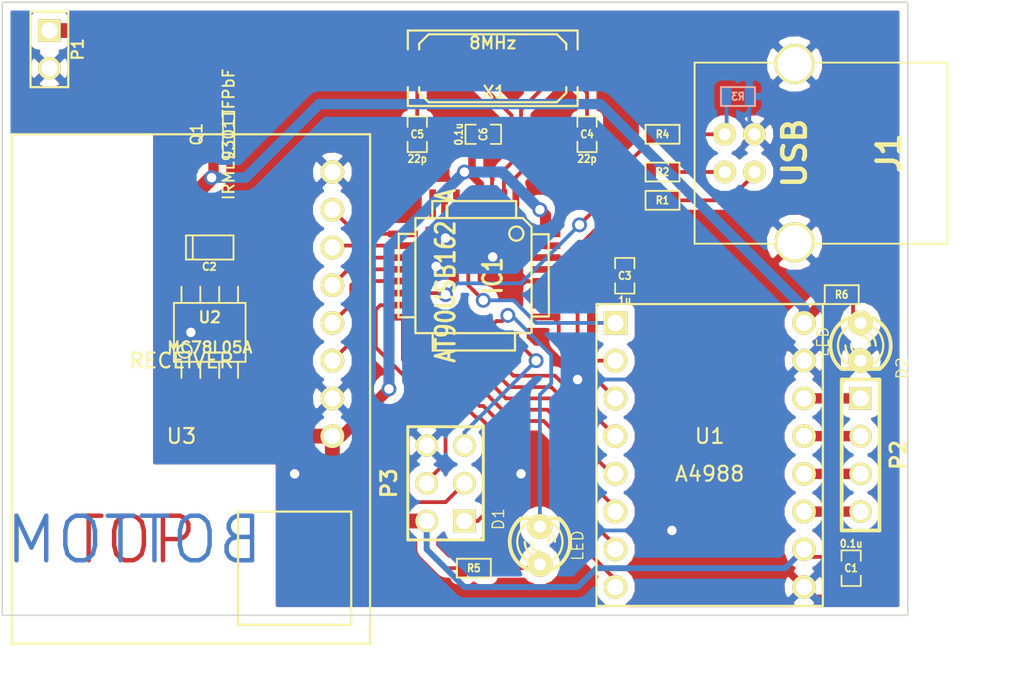
<source format=kicad_pcb>
(kicad_pcb (version 3) (host pcbnew "(2013-jul-07)-stable")

  (general
    (links 73)
    (no_connects 0)
    (area 107.899999 84.404999 180.719999 131.605)
    (thickness 1.6)
    (drawings 8)
    (tracks 331)
    (zones 0)
    (modules 24)
    (nets 38)
  )

  (page A4)
  (layers
    (15 F.Cu signal)
    (0 B.Cu signal)
    (16 B.Adhes user)
    (17 F.Adhes user)
    (18 B.Paste user)
    (19 F.Paste user)
    (20 B.SilkS user)
    (21 F.SilkS user)
    (22 B.Mask user)
    (23 F.Mask user)
    (24 Dwgs.User user)
    (25 Cmts.User user)
    (26 Eco1.User user)
    (27 Eco2.User user)
    (28 Edge.Cuts user)
  )

  (setup
    (last_trace_width 0.254)
    (trace_clearance 0.254)
    (zone_clearance 0.508)
    (zone_45_only no)
    (trace_min 0.254)
    (segment_width 0.2)
    (edge_width 0.1)
    (via_size 1)
    (via_drill 0.635)
    (via_min_size 1)
    (via_min_drill 0.63)
    (uvia_size 0.55)
    (uvia_drill 0.127)
    (uvias_allowed no)
    (uvia_min_size 0.55)
    (uvia_min_drill 0.127)
    (pcb_text_width 0.3)
    (pcb_text_size 1.5 1.5)
    (mod_edge_width 0.15)
    (mod_text_size 1 1)
    (mod_text_width 0.15)
    (pad_size 2.70002 2.70002)
    (pad_drill 2.30124)
    (pad_to_mask_clearance 0)
    (aux_axis_origin 0 0)
    (visible_elements FFFFFFBF)
    (pcbplotparams
      (layerselection 281051137)
      (usegerberextensions true)
      (excludeedgelayer true)
      (linewidth 0.150000)
      (plotframeref false)
      (viasonmask false)
      (mode 1)
      (useauxorigin false)
      (hpglpennumber 1)
      (hpglpenspeed 20)
      (hpglpendiameter 15)
      (hpglpenoverlay 2)
      (psnegative false)
      (psa4output false)
      (plotreference true)
      (plotvalue true)
      (plotothertext true)
      (plotinvisibletext false)
      (padsonsilk false)
      (subtractmaskfromsilk false)
      (outputformat 1)
      (mirror false)
      (drillshape 0)
      (scaleselection 1)
      (outputdirectory ""))
  )

  (net 0 "")
  (net 1 +12V)
  (net 2 +5V)
  (net 3 GND)
  (net 4 N-000001)
  (net 5 N-0000011)
  (net 6 N-0000013)
  (net 7 N-0000015)
  (net 8 N-0000016)
  (net 9 N-0000017)
  (net 10 N-0000018)
  (net 11 N-0000019)
  (net 12 N-000002)
  (net 13 N-0000020)
  (net 14 N-0000021)
  (net 15 N-0000022)
  (net 16 N-0000023)
  (net 17 N-0000024)
  (net 18 N-0000025)
  (net 19 N-0000026)
  (net 20 N-0000027)
  (net 21 N-0000028)
  (net 22 N-0000029)
  (net 23 N-000003)
  (net 24 N-0000030)
  (net 25 N-0000031)
  (net 26 N-0000032)
  (net 27 N-0000033)
  (net 28 N-0000034)
  (net 29 N-0000035)
  (net 30 N-000004)
  (net 31 N-0000041)
  (net 32 N-0000042)
  (net 33 N-000005)
  (net 34 N-000006)
  (net 35 N-000007)
  (net 36 N-000008)
  (net 37 N-000009)

  (net_class Default "This is the default net class."
    (clearance 0.254)
    (trace_width 0.254)
    (via_dia 1)
    (via_drill 0.635)
    (uvia_dia 0.55)
    (uvia_drill 0.127)
    (add_net "")
    (add_net GND)
    (add_net N-000001)
    (add_net N-0000011)
    (add_net N-0000013)
    (add_net N-000002)
    (add_net N-0000020)
    (add_net N-0000021)
    (add_net N-0000022)
    (add_net N-0000023)
    (add_net N-0000024)
    (add_net N-0000025)
    (add_net N-0000026)
    (add_net N-0000027)
    (add_net N-0000028)
    (add_net N-0000029)
    (add_net N-000003)
    (add_net N-0000030)
    (add_net N-0000031)
    (add_net N-0000032)
    (add_net N-0000033)
    (add_net N-0000034)
    (add_net N-0000035)
    (add_net N-000004)
    (add_net N-0000041)
    (add_net N-0000042)
    (add_net N-000005)
    (add_net N-000006)
    (add_net N-000007)
    (add_net N-000008)
    (add_net N-000009)
  )

  (net_class Power ""
    (clearance 0.254)
    (trace_width 0.4)
    (via_dia 1)
    (via_drill 0.635)
    (uvia_dia 0.55)
    (uvia_drill 0.127)
    (add_net +12V)
    (add_net +5V)
    (add_net N-0000015)
    (add_net N-0000016)
    (add_net N-0000017)
    (add_net N-0000018)
    (add_net N-0000019)
  )

  (module USB_B (layer F.Cu) (tedit 56A63089) (tstamp 569A8FF3)
    (at 161.29 94.615 90)
    (tags USB)
    (path /569A61B7)
    (fp_text reference J1 (at 0 6.35 90) (layer F.SilkS)
      (effects (font (size 1.524 1.524) (thickness 0.3048)))
    )
    (fp_text value USB (at 0 0 90) (layer F.SilkS)
      (effects (font (size 1.524 1.524) (thickness 0.3048)))
    )
    (fp_line (start -6.096 10.287) (end 6.096 10.287) (layer F.SilkS) (width 0.127))
    (fp_line (start 6.096 10.287) (end 6.096 -6.731) (layer F.SilkS) (width 0.127))
    (fp_line (start 6.096 -6.731) (end -6.096 -6.731) (layer F.SilkS) (width 0.127))
    (fp_line (start -6.096 -6.731) (end -6.096 10.287) (layer F.SilkS) (width 0.127))
    (pad 1 thru_hole circle (at 1.27 -4.699 90) (size 1.524 1.524) (drill 0.8128)
      (layers *.Cu *.Mask F.SilkS)
      (net 25 N-0000031)
    )
    (pad 2 thru_hole circle (at -1.27 -4.699 90) (size 1.524 1.524) (drill 0.8128)
      (layers *.Cu *.Mask F.SilkS)
      (net 32 N-0000042)
    )
    (pad 3 thru_hole circle (at -1.27 -2.70002 90) (size 1.524 1.524) (drill 0.8128)
      (layers *.Cu *.Mask F.SilkS)
      (net 31 N-0000041)
    )
    (pad 4 thru_hole circle (at 1.27 -2.70002 90) (size 1.524 1.524) (drill 0.8128)
      (layers *.Cu *.Mask F.SilkS)
      (net 3 GND)
    )
    (pad 5 thru_hole circle (at 5.99948 0 90) (size 2.70002 2.70002) (drill 2.30124)
      (layers *.Cu *.Mask F.SilkS)
      (net 3 GND)
    )
    (pad 6 thru_hole circle (at -5.99948 0 90) (size 2.70002 2.70002) (drill 2.30124)
      (layers *.Cu *.Mask F.SilkS)
      (net 3 GND)
    )
    (model connectors/USB_type_B.wrl
      (at (xyz 0 0 0.001))
      (scale (xyz 0.3937 0.3937 0.3937))
      (rotate (xyz 0 0 0))
    )
  )

  (module TQFP32 (layer F.Cu) (tedit 43A670DA) (tstamp 569A9029)
    (at 139.7 102.87 270)
    (path /569A60B0)
    (fp_text reference IC1 (at 0 -1.27 270) (layer F.SilkS)
      (effects (font (size 1.27 1.016) (thickness 0.2032)))
    )
    (fp_text value AT90USB162-A (at 0 1.905 270) (layer F.SilkS)
      (effects (font (size 1.27 1.016) (thickness 0.2032)))
    )
    (fp_line (start 5.0292 2.7686) (end 3.8862 2.7686) (layer F.SilkS) (width 0.1524))
    (fp_line (start 5.0292 -2.7686) (end 3.9116 -2.7686) (layer F.SilkS) (width 0.1524))
    (fp_line (start 5.0292 2.7686) (end 5.0292 -2.7686) (layer F.SilkS) (width 0.1524))
    (fp_line (start 2.794 3.9624) (end 2.794 5.0546) (layer F.SilkS) (width 0.1524))
    (fp_line (start -2.8194 3.9878) (end -2.8194 5.0546) (layer F.SilkS) (width 0.1524))
    (fp_line (start -2.8448 5.0546) (end 2.794 5.08) (layer F.SilkS) (width 0.1524))
    (fp_line (start -2.794 -5.0292) (end 2.7178 -5.0546) (layer F.SilkS) (width 0.1524))
    (fp_line (start -3.8862 -3.2766) (end -3.8862 3.9116) (layer F.SilkS) (width 0.1524))
    (fp_line (start 2.7432 -5.0292) (end 2.7432 -3.9878) (layer F.SilkS) (width 0.1524))
    (fp_line (start -3.2512 -3.8862) (end 3.81 -3.8862) (layer F.SilkS) (width 0.1524))
    (fp_line (start 3.8608 3.937) (end 3.8608 -3.7846) (layer F.SilkS) (width 0.1524))
    (fp_line (start -3.8862 3.937) (end 3.7338 3.937) (layer F.SilkS) (width 0.1524))
    (fp_line (start -5.0292 -2.8448) (end -5.0292 2.794) (layer F.SilkS) (width 0.1524))
    (fp_line (start -5.0292 2.794) (end -3.8862 2.794) (layer F.SilkS) (width 0.1524))
    (fp_line (start -3.87604 -3.302) (end -3.29184 -3.8862) (layer F.SilkS) (width 0.1524))
    (fp_line (start -5.02412 -2.8448) (end -3.87604 -2.8448) (layer F.SilkS) (width 0.1524))
    (fp_line (start -2.794 -3.8862) (end -2.794 -5.03428) (layer F.SilkS) (width 0.1524))
    (fp_circle (center -2.83972 -2.86004) (end -2.43332 -2.60604) (layer F.SilkS) (width 0.1524))
    (pad 8 smd rect (at -4.81584 2.77622 270) (size 1.99898 0.44958)
      (layers F.Cu F.Paste F.Mask)
    )
    (pad 7 smd rect (at -4.81584 1.97612 270) (size 1.99898 0.44958)
      (layers F.Cu F.Paste F.Mask)
    )
    (pad 6 smd rect (at -4.81584 1.17602 270) (size 1.99898 0.44958)
      (layers F.Cu F.Paste F.Mask)
    )
    (pad 5 smd rect (at -4.81584 0.37592 270) (size 1.99898 0.44958)
      (layers F.Cu F.Paste F.Mask)
      (net 21 N-0000028)
    )
    (pad 4 smd rect (at -4.81584 -0.42418 270) (size 1.99898 0.44958)
      (layers F.Cu F.Paste F.Mask)
      (net 2 +5V)
    )
    (pad 3 smd rect (at -4.81584 -1.22428 270) (size 1.99898 0.44958)
      (layers F.Cu F.Paste F.Mask)
      (net 3 GND)
    )
    (pad 2 smd rect (at -4.81584 -2.02438 270) (size 1.99898 0.44958)
      (layers F.Cu F.Paste F.Mask)
      (net 12 N-000002)
    )
    (pad 1 smd rect (at -4.81584 -2.82448 270) (size 1.99898 0.44958)
      (layers F.Cu F.Paste F.Mask)
      (net 4 N-000001)
    )
    (pad 24 smd rect (at 4.7498 -2.8194 270) (size 1.99898 0.44958)
      (layers F.Cu F.Paste F.Mask)
      (net 34 N-000006)
    )
    (pad 17 smd rect (at 4.7498 2.794 270) (size 1.99898 0.44958)
      (layers F.Cu F.Paste F.Mask)
      (net 36 N-000008)
    )
    (pad 18 smd rect (at 4.7498 1.9812 270) (size 1.99898 0.44958)
      (layers F.Cu F.Paste F.Mask)
      (net 26 N-0000032)
    )
    (pad 19 smd rect (at 4.7498 1.1684 270) (size 1.99898 0.44958)
      (layers F.Cu F.Paste F.Mask)
      (net 27 N-0000033)
    )
    (pad 20 smd rect (at 4.7498 0.381 270) (size 1.99898 0.44958)
      (layers F.Cu F.Paste F.Mask)
      (net 28 N-0000034)
    )
    (pad 21 smd rect (at 4.7498 -0.4318 270) (size 1.99898 0.44958)
      (layers F.Cu F.Paste F.Mask)
      (net 29 N-0000035)
    )
    (pad 22 smd rect (at 4.7498 -1.2192 270) (size 1.99898 0.44958)
      (layers F.Cu F.Paste F.Mask)
      (net 37 N-000009)
    )
    (pad 23 smd rect (at 4.7498 -2.032 270) (size 1.99898 0.44958)
      (layers F.Cu F.Paste F.Mask)
      (net 20 N-0000027)
    )
    (pad 32 smd rect (at -2.82448 -4.826 270) (size 0.44958 1.99898)
      (layers F.Cu F.Paste F.Mask)
      (net 2 +5V)
    )
    (pad 31 smd rect (at -2.02692 -4.826 270) (size 0.44958 1.99898)
      (layers F.Cu F.Paste F.Mask)
      (net 2 +5V)
    )
    (pad 30 smd rect (at -1.22428 -4.826 270) (size 0.44958 1.99898)
      (layers F.Cu F.Paste F.Mask)
      (net 23 N-000003)
    )
    (pad 29 smd rect (at -0.42672 -4.826 270) (size 0.44958 1.99898)
      (layers F.Cu F.Paste F.Mask)
      (net 30 N-000004)
    )
    (pad 28 smd rect (at 0.37592 -4.826 270) (size 0.44958 1.99898)
      (layers F.Cu F.Paste F.Mask)
      (net 3 GND)
    )
    (pad 27 smd rect (at 1.17348 -4.826 270) (size 0.44958 1.99898)
      (layers F.Cu F.Paste F.Mask)
      (net 22 N-0000029)
    )
    (pad 26 smd rect (at 1.97612 -4.826 270) (size 0.44958 1.99898)
      (layers F.Cu F.Paste F.Mask)
      (net 19 N-0000026)
    )
    (pad 25 smd rect (at 2.77368 -4.826 270) (size 0.44958 1.99898)
      (layers F.Cu F.Paste F.Mask)
      (net 18 N-0000025)
    )
    (pad 9 smd rect (at -2.8194 4.7752 270) (size 0.44958 1.99898)
      (layers F.Cu F.Paste F.Mask)
      (net 17 N-0000024)
    )
    (pad 10 smd rect (at -2.032 4.7752 270) (size 0.44958 1.99898)
      (layers F.Cu F.Paste F.Mask)
      (net 16 N-0000023)
    )
    (pad 11 smd rect (at -1.2192 4.7752 270) (size 0.44958 1.99898)
      (layers F.Cu F.Paste F.Mask)
      (net 15 N-0000022)
    )
    (pad 12 smd rect (at -0.4318 4.7752 270) (size 0.44958 1.99898)
      (layers F.Cu F.Paste F.Mask)
      (net 14 N-0000021)
    )
    (pad 13 smd rect (at 0.3556 4.7752 270) (size 0.44958 1.99898)
      (layers F.Cu F.Paste F.Mask)
      (net 13 N-0000020)
    )
    (pad 14 smd rect (at 1.1684 4.7752 270) (size 0.44958 1.99898)
      (layers F.Cu F.Paste F.Mask)
      (net 24 N-0000030)
    )
    (pad 15 smd rect (at 1.9812 4.7752 270) (size 0.44958 1.99898)
      (layers F.Cu F.Paste F.Mask)
      (net 35 N-000007)
    )
    (pad 16 smd rect (at 2.794 4.7752 270) (size 0.44958 1.99898)
      (layers F.Cu F.Paste F.Mask)
      (net 33 N-000005)
    )
    (model smd/tqfp32.wrl
      (at (xyz 0 0 0))
      (scale (xyz 1 1 1))
      (rotate (xyz 0 0 0))
    )
  )

  (module SOT23GDS (layer F.Cu) (tedit 50911E03) (tstamp 569A9034)
    (at 123.19 93.345 90)
    (descr "Module CMS SOT23 Transistore EBC")
    (tags "CMS SOT")
    (path /569A5900)
    (attr smd)
    (fp_text reference Q1 (at 0 -2.159 90) (layer F.SilkS)
      (effects (font (size 0.762 0.762) (thickness 0.12954)))
    )
    (fp_text value IRML9301TFPbF (at 0 0 90) (layer F.SilkS)
      (effects (font (size 0.762 0.762) (thickness 0.12954)))
    )
    (fp_line (start -1.524 -0.381) (end 1.524 -0.381) (layer F.SilkS) (width 0.11938))
    (fp_line (start 1.524 -0.381) (end 1.524 0.381) (layer F.SilkS) (width 0.11938))
    (fp_line (start 1.524 0.381) (end -1.524 0.381) (layer F.SilkS) (width 0.11938))
    (fp_line (start -1.524 0.381) (end -1.524 -0.381) (layer F.SilkS) (width 0.11938))
    (pad S smd rect (at -0.889 -1.016 90) (size 0.9144 0.9144)
      (layers F.Cu F.Paste F.Mask)
      (net 1 +12V)
    )
    (pad G smd rect (at 0.889 -1.016 90) (size 0.9144 0.9144)
      (layers F.Cu F.Paste F.Mask)
      (net 3 GND)
    )
    (pad D smd rect (at 0 1.016 90) (size 0.9144 0.9144)
      (layers F.Cu F.Paste F.Mask)
      (net 11 N-0000019)
    )
    (model smd/cms_sot23.wrl
      (at (xyz 0 0 0))
      (scale (xyz 0.13 0.15 0.15))
      (rotate (xyz 0 0 0))
    )
  )

  (module so-8 (layer F.Cu) (tedit 48A6C16E) (tstamp 569A904D)
    (at 121.92 106.68)
    (descr SO-8)
    (path /569A5FC0)
    (fp_text reference U2 (at 0 -1.016) (layer F.SilkS)
      (effects (font (size 0.7493 0.7493) (thickness 0.14986)))
    )
    (fp_text value MC78L05A (at 0 1.016) (layer F.SilkS)
      (effects (font (size 0.7493 0.7493) (thickness 0.14986)))
    )
    (fp_line (start -2.413 -1.9812) (end -2.413 1.9812) (layer F.SilkS) (width 0.127))
    (fp_line (start -2.413 1.9812) (end 2.413 1.9812) (layer F.SilkS) (width 0.127))
    (fp_line (start 2.413 1.9812) (end 2.413 -1.9812) (layer F.SilkS) (width 0.127))
    (fp_line (start 2.413 -1.9812) (end -2.413 -1.9812) (layer F.SilkS) (width 0.127))
    (fp_line (start -1.905 -1.9812) (end -1.905 -3.0734) (layer F.SilkS) (width 0.127))
    (fp_line (start -0.635 -1.9812) (end -0.635 -3.0734) (layer F.SilkS) (width 0.127))
    (fp_line (start 0.635 -1.9812) (end 0.635 -3.0734) (layer F.SilkS) (width 0.127))
    (fp_line (start 1.905 -3.0734) (end 1.905 -1.9812) (layer F.SilkS) (width 0.127))
    (fp_line (start 1.905 1.9812) (end 1.905 3.0734) (layer F.SilkS) (width 0.127))
    (fp_line (start 0.635 3.0734) (end 0.635 1.9812) (layer F.SilkS) (width 0.127))
    (fp_line (start -0.635 3.0734) (end -0.635 1.9812) (layer F.SilkS) (width 0.127))
    (fp_line (start -1.905 3.0734) (end -1.905 1.9812) (layer F.SilkS) (width 0.127))
    (fp_circle (center -1.6764 1.2446) (end -1.9558 1.6256) (layer F.SilkS) (width 0.127))
    (pad 1 smd rect (at -1.905 2.794) (size 0.635 1.27)
      (layers F.Cu F.Paste F.Mask)
      (net 2 +5V)
    )
    (pad 2 smd rect (at -0.635 2.794) (size 0.635 1.27)
      (layers F.Cu F.Paste F.Mask)
      (net 3 GND)
    )
    (pad 3 smd rect (at 0.635 2.794) (size 0.635 1.27)
      (layers F.Cu F.Paste F.Mask)
      (net 3 GND)
    )
    (pad 4 smd rect (at 1.905 2.794) (size 0.635 1.27)
      (layers F.Cu F.Paste F.Mask)
    )
    (pad 5 smd rect (at 1.905 -2.794) (size 0.635 1.27)
      (layers F.Cu F.Paste F.Mask)
    )
    (pad 6 smd rect (at 0.635 -2.794) (size 0.635 1.27)
      (layers F.Cu F.Paste F.Mask)
      (net 3 GND)
    )
    (pad 7 smd rect (at -0.635 -2.794) (size 0.635 1.27)
      (layers F.Cu F.Paste F.Mask)
      (net 3 GND)
    )
    (pad 8 smd rect (at -1.905 -2.794) (size 0.635 1.27)
      (layers F.Cu F.Paste F.Mask)
      (net 1 +12V)
    )
    (model smd/smd_dil/so-8.wrl
      (at (xyz 0 0 0))
      (scale (xyz 1 1 1))
      (rotate (xyz 0 0 0))
    )
  )

  (module SM0603_Capa (layer F.Cu) (tedit 5051B1EC) (tstamp 569A9059)
    (at 165.1 122.555 270)
    (path /569A6185)
    (attr smd)
    (fp_text reference C1 (at 0 0 360) (layer F.SilkS)
      (effects (font (size 0.508 0.4572) (thickness 0.1143)))
    )
    (fp_text value 0.1u (at -1.651 0 360) (layer F.SilkS)
      (effects (font (size 0.508 0.4572) (thickness 0.1143)))
    )
    (fp_line (start 0.50038 0.65024) (end 1.19888 0.65024) (layer F.SilkS) (width 0.11938))
    (fp_line (start -0.50038 0.65024) (end -1.19888 0.65024) (layer F.SilkS) (width 0.11938))
    (fp_line (start 0.50038 -0.65024) (end 1.19888 -0.65024) (layer F.SilkS) (width 0.11938))
    (fp_line (start -1.19888 -0.65024) (end -0.50038 -0.65024) (layer F.SilkS) (width 0.11938))
    (fp_line (start 1.19888 -0.635) (end 1.19888 0.635) (layer F.SilkS) (width 0.11938))
    (fp_line (start -1.19888 0.635) (end -1.19888 -0.635) (layer F.SilkS) (width 0.11938))
    (pad 1 smd rect (at -0.762 0 270) (size 0.635 1.143)
      (layers F.Cu F.Paste F.Mask)
      (net 2 +5V)
    )
    (pad 2 smd rect (at 0.762 0 270) (size 0.635 1.143)
      (layers F.Cu F.Paste F.Mask)
      (net 3 GND)
    )
    (model smd\capacitors\C0603.wrl
      (at (xyz 0 0 0.001))
      (scale (xyz 0.5 0.5 0.5))
      (rotate (xyz 0 0 0))
    )
  )

  (module SM0603_Capa (layer F.Cu) (tedit 5051B1EC) (tstamp 569A9065)
    (at 140.335 93.345)
    (path /569A73FE)
    (attr smd)
    (fp_text reference C6 (at 0 0 90) (layer F.SilkS)
      (effects (font (size 0.508 0.4572) (thickness 0.1143)))
    )
    (fp_text value 0.1u (at -1.651 0 90) (layer F.SilkS)
      (effects (font (size 0.508 0.4572) (thickness 0.1143)))
    )
    (fp_line (start 0.50038 0.65024) (end 1.19888 0.65024) (layer F.SilkS) (width 0.11938))
    (fp_line (start -0.50038 0.65024) (end -1.19888 0.65024) (layer F.SilkS) (width 0.11938))
    (fp_line (start 0.50038 -0.65024) (end 1.19888 -0.65024) (layer F.SilkS) (width 0.11938))
    (fp_line (start -1.19888 -0.65024) (end -0.50038 -0.65024) (layer F.SilkS) (width 0.11938))
    (fp_line (start 1.19888 -0.635) (end 1.19888 0.635) (layer F.SilkS) (width 0.11938))
    (fp_line (start -1.19888 0.635) (end -1.19888 -0.635) (layer F.SilkS) (width 0.11938))
    (pad 1 smd rect (at -0.762 0) (size 0.635 1.143)
      (layers F.Cu F.Paste F.Mask)
      (net 2 +5V)
    )
    (pad 2 smd rect (at 0.762 0) (size 0.635 1.143)
      (layers F.Cu F.Paste F.Mask)
      (net 3 GND)
    )
    (model smd\capacitors\C0603.wrl
      (at (xyz 0 0 0.001))
      (scale (xyz 0.5 0.5 0.5))
      (rotate (xyz 0 0 0))
    )
  )

  (module SM0603_Capa (layer F.Cu) (tedit 5051B1EC) (tstamp 569A9071)
    (at 135.89 93.345 90)
    (path /569A7350)
    (attr smd)
    (fp_text reference C5 (at 0 0 180) (layer F.SilkS)
      (effects (font (size 0.508 0.4572) (thickness 0.1143)))
    )
    (fp_text value 22p (at -1.651 0 180) (layer F.SilkS)
      (effects (font (size 0.508 0.4572) (thickness 0.1143)))
    )
    (fp_line (start 0.50038 0.65024) (end 1.19888 0.65024) (layer F.SilkS) (width 0.11938))
    (fp_line (start -0.50038 0.65024) (end -1.19888 0.65024) (layer F.SilkS) (width 0.11938))
    (fp_line (start 0.50038 -0.65024) (end 1.19888 -0.65024) (layer F.SilkS) (width 0.11938))
    (fp_line (start -1.19888 -0.65024) (end -0.50038 -0.65024) (layer F.SilkS) (width 0.11938))
    (fp_line (start 1.19888 -0.635) (end 1.19888 0.635) (layer F.SilkS) (width 0.11938))
    (fp_line (start -1.19888 0.635) (end -1.19888 -0.635) (layer F.SilkS) (width 0.11938))
    (pad 1 smd rect (at -0.762 0 90) (size 0.635 1.143)
      (layers F.Cu F.Paste F.Mask)
      (net 3 GND)
    )
    (pad 2 smd rect (at 0.762 0 90) (size 0.635 1.143)
      (layers F.Cu F.Paste F.Mask)
      (net 12 N-000002)
    )
    (model smd\capacitors\C0603.wrl
      (at (xyz 0 0 0.001))
      (scale (xyz 0.5 0.5 0.5))
      (rotate (xyz 0 0 0))
    )
  )

  (module SM0603_Capa (layer F.Cu) (tedit 5051B1EC) (tstamp 569A907D)
    (at 147.32 93.345 90)
    (path /569A7341)
    (attr smd)
    (fp_text reference C4 (at 0 0 180) (layer F.SilkS)
      (effects (font (size 0.508 0.4572) (thickness 0.1143)))
    )
    (fp_text value 22p (at -1.651 0 180) (layer F.SilkS)
      (effects (font (size 0.508 0.4572) (thickness 0.1143)))
    )
    (fp_line (start 0.50038 0.65024) (end 1.19888 0.65024) (layer F.SilkS) (width 0.11938))
    (fp_line (start -0.50038 0.65024) (end -1.19888 0.65024) (layer F.SilkS) (width 0.11938))
    (fp_line (start 0.50038 -0.65024) (end 1.19888 -0.65024) (layer F.SilkS) (width 0.11938))
    (fp_line (start -1.19888 -0.65024) (end -0.50038 -0.65024) (layer F.SilkS) (width 0.11938))
    (fp_line (start 1.19888 -0.635) (end 1.19888 0.635) (layer F.SilkS) (width 0.11938))
    (fp_line (start -1.19888 0.635) (end -1.19888 -0.635) (layer F.SilkS) (width 0.11938))
    (pad 1 smd rect (at -0.762 0 90) (size 0.635 1.143)
      (layers F.Cu F.Paste F.Mask)
      (net 3 GND)
    )
    (pad 2 smd rect (at 0.762 0 90) (size 0.635 1.143)
      (layers F.Cu F.Paste F.Mask)
      (net 4 N-000001)
    )
    (model smd\capacitors\C0603.wrl
      (at (xyz 0 0 0.001))
      (scale (xyz 0.5 0.5 0.5))
      (rotate (xyz 0 0 0))
    )
  )

  (module SM0603 (layer F.Cu) (tedit 4E43A3D1) (tstamp 569A9087)
    (at 164.465 104.14)
    (path /569A8AFB)
    (attr smd)
    (fp_text reference R6 (at 0 0) (layer F.SilkS)
      (effects (font (size 0.508 0.4572) (thickness 0.1143)))
    )
    (fp_text value 2k (at 0 0) (layer F.SilkS) hide
      (effects (font (size 0.508 0.4572) (thickness 0.1143)))
    )
    (fp_line (start -1.143 -0.635) (end 1.143 -0.635) (layer F.SilkS) (width 0.127))
    (fp_line (start 1.143 -0.635) (end 1.143 0.635) (layer F.SilkS) (width 0.127))
    (fp_line (start 1.143 0.635) (end -1.143 0.635) (layer F.SilkS) (width 0.127))
    (fp_line (start -1.143 0.635) (end -1.143 -0.635) (layer F.SilkS) (width 0.127))
    (pad 1 smd rect (at -0.762 0) (size 0.635 1.143)
      (layers F.Cu F.Paste F.Mask)
      (net 1 +12V)
    )
    (pad 2 smd rect (at 0.762 0) (size 0.635 1.143)
      (layers F.Cu F.Paste F.Mask)
      (net 5 N-0000011)
    )
    (model smd\resistors\R0603.wrl
      (at (xyz 0 0 0.001))
      (scale (xyz 0.5 0.5 0.5))
      (rotate (xyz 0 0 0))
    )
  )

  (module SM0603 (layer F.Cu) (tedit 4E43A3D1) (tstamp 569A9091)
    (at 139.7 122.555 180)
    (path /569A87F2)
    (attr smd)
    (fp_text reference R5 (at 0 0 180) (layer F.SilkS)
      (effects (font (size 0.508 0.4572) (thickness 0.1143)))
    )
    (fp_text value 610 (at 0 0 180) (layer F.SilkS) hide
      (effects (font (size 0.508 0.4572) (thickness 0.1143)))
    )
    (fp_line (start -1.143 -0.635) (end 1.143 -0.635) (layer F.SilkS) (width 0.127))
    (fp_line (start 1.143 -0.635) (end 1.143 0.635) (layer F.SilkS) (width 0.127))
    (fp_line (start 1.143 0.635) (end -1.143 0.635) (layer F.SilkS) (width 0.127))
    (fp_line (start -1.143 0.635) (end -1.143 -0.635) (layer F.SilkS) (width 0.127))
    (pad 1 smd rect (at -0.762 0 180) (size 0.635 1.143)
      (layers F.Cu F.Paste F.Mask)
      (net 6 N-0000013)
    )
    (pad 2 smd rect (at 0.762 0 180) (size 0.635 1.143)
      (layers F.Cu F.Paste F.Mask)
      (net 2 +5V)
    )
    (model smd\resistors\R0603.wrl
      (at (xyz 0 0 0.001))
      (scale (xyz 0.5 0.5 0.5))
      (rotate (xyz 0 0 0))
    )
  )

  (module SM0603 (layer F.Cu) (tedit 4E43A3D1) (tstamp 569A909B)
    (at 152.4 93.345)
    (path /569A79DA)
    (attr smd)
    (fp_text reference R4 (at 0 0) (layer F.SilkS)
      (effects (font (size 0.508 0.4572) (thickness 0.1143)))
    )
    (fp_text value 1k (at 0 0) (layer F.SilkS) hide
      (effects (font (size 0.508 0.4572) (thickness 0.1143)))
    )
    (fp_line (start -1.143 -0.635) (end 1.143 -0.635) (layer F.SilkS) (width 0.127))
    (fp_line (start 1.143 -0.635) (end 1.143 0.635) (layer F.SilkS) (width 0.127))
    (fp_line (start 1.143 0.635) (end -1.143 0.635) (layer F.SilkS) (width 0.127))
    (fp_line (start -1.143 0.635) (end -1.143 -0.635) (layer F.SilkS) (width 0.127))
    (pad 1 smd rect (at -0.762 0) (size 0.635 1.143)
      (layers F.Cu F.Paste F.Mask)
      (net 24 N-0000030)
    )
    (pad 2 smd rect (at 0.762 0) (size 0.635 1.143)
      (layers F.Cu F.Paste F.Mask)
      (net 25 N-0000031)
    )
    (model smd\resistors\R0603.wrl
      (at (xyz 0 0 0.001))
      (scale (xyz 0.5 0.5 0.5))
      (rotate (xyz 0 0 0))
    )
  )

  (module SM0603 (layer B.Cu) (tedit 4E43A3D1) (tstamp 569A90A5)
    (at 157.48 90.805)
    (path /569A79B7)
    (attr smd)
    (fp_text reference R3 (at 0 0) (layer B.SilkS)
      (effects (font (size 0.508 0.4572) (thickness 0.1143)) (justify mirror))
    )
    (fp_text value 220k (at 0 0) (layer B.SilkS) hide
      (effects (font (size 0.508 0.4572) (thickness 0.1143)) (justify mirror))
    )
    (fp_line (start -1.143 0.635) (end 1.143 0.635) (layer B.SilkS) (width 0.127))
    (fp_line (start 1.143 0.635) (end 1.143 -0.635) (layer B.SilkS) (width 0.127))
    (fp_line (start 1.143 -0.635) (end -1.143 -0.635) (layer B.SilkS) (width 0.127))
    (fp_line (start -1.143 -0.635) (end -1.143 0.635) (layer B.SilkS) (width 0.127))
    (pad 1 smd rect (at -0.762 0) (size 0.635 1.143)
      (layers B.Cu B.Paste B.Mask)
      (net 25 N-0000031)
    )
    (pad 2 smd rect (at 0.762 0) (size 0.635 1.143)
      (layers B.Cu B.Paste B.Mask)
      (net 3 GND)
    )
    (model smd\resistors\R0603.wrl
      (at (xyz 0 0 0.001))
      (scale (xyz 0.5 0.5 0.5))
      (rotate (xyz 0 0 0))
    )
  )

  (module SM0603 (layer F.Cu) (tedit 4E43A3D1) (tstamp 569A90AF)
    (at 152.4 95.885 180)
    (path /569A7250)
    (attr smd)
    (fp_text reference R2 (at 0 0 180) (layer F.SilkS)
      (effects (font (size 0.508 0.4572) (thickness 0.1143)))
    )
    (fp_text value 22 (at 0 0 180) (layer F.SilkS) hide
      (effects (font (size 0.508 0.4572) (thickness 0.1143)))
    )
    (fp_line (start -1.143 -0.635) (end 1.143 -0.635) (layer F.SilkS) (width 0.127))
    (fp_line (start 1.143 -0.635) (end 1.143 0.635) (layer F.SilkS) (width 0.127))
    (fp_line (start 1.143 0.635) (end -1.143 0.635) (layer F.SilkS) (width 0.127))
    (fp_line (start -1.143 0.635) (end -1.143 -0.635) (layer F.SilkS) (width 0.127))
    (pad 1 smd rect (at -0.762 0 180) (size 0.635 1.143)
      (layers F.Cu F.Paste F.Mask)
      (net 32 N-0000042)
    )
    (pad 2 smd rect (at 0.762 0 180) (size 0.635 1.143)
      (layers F.Cu F.Paste F.Mask)
      (net 23 N-000003)
    )
    (model smd\resistors\R0603.wrl
      (at (xyz 0 0 0.001))
      (scale (xyz 0.5 0.5 0.5))
      (rotate (xyz 0 0 0))
    )
  )

  (module SM0603 (layer F.Cu) (tedit 4E43A3D1) (tstamp 569A90B9)
    (at 152.4 97.79 180)
    (path /569A7241)
    (attr smd)
    (fp_text reference R1 (at 0 0 180) (layer F.SilkS)
      (effects (font (size 0.508 0.4572) (thickness 0.1143)))
    )
    (fp_text value 22 (at 0 0 180) (layer F.SilkS) hide
      (effects (font (size 0.508 0.4572) (thickness 0.1143)))
    )
    (fp_line (start -1.143 -0.635) (end 1.143 -0.635) (layer F.SilkS) (width 0.127))
    (fp_line (start 1.143 -0.635) (end 1.143 0.635) (layer F.SilkS) (width 0.127))
    (fp_line (start 1.143 0.635) (end -1.143 0.635) (layer F.SilkS) (width 0.127))
    (fp_line (start -1.143 0.635) (end -1.143 -0.635) (layer F.SilkS) (width 0.127))
    (pad 1 smd rect (at -0.762 0 180) (size 0.635 1.143)
      (layers F.Cu F.Paste F.Mask)
      (net 31 N-0000041)
    )
    (pad 2 smd rect (at 0.762 0 180) (size 0.635 1.143)
      (layers F.Cu F.Paste F.Mask)
      (net 30 N-000004)
    )
    (model smd\resistors\R0603.wrl
      (at (xyz 0 0 0.001))
      (scale (xyz 0.5 0.5 0.5))
      (rotate (xyz 0 0 0))
    )
  )

  (module Q_49U3HMS (layer F.Cu) (tedit 511CC0BB) (tstamp 569A90CF)
    (at 140.97 88.9 180)
    (path /569A72ED)
    (fp_text reference X1 (at -0.1 -1.6 180) (layer F.SilkS)
      (effects (font (size 0.8 0.8) (thickness 0.15)))
    )
    (fp_text value 8MHz (at 0 1.7 180) (layer F.SilkS)
      (effects (font (size 0.8 0.8) (thickness 0.15)))
    )
    (fp_line (start -4.953 -1.651) (end -4.953 -1.27) (layer F.SilkS) (width 0.15))
    (fp_line (start -4.953 1.651) (end -4.953 1.27) (layer F.SilkS) (width 0.15))
    (fp_line (start 4.953 1.651) (end 4.953 1.27) (layer F.SilkS) (width 0.15))
    (fp_line (start 4.953 -1.651) (end 4.953 -1.27) (layer F.SilkS) (width 0.15))
    (fp_line (start 5.715 -2.54) (end 5.715 -1.27) (layer F.SilkS) (width 0.15))
    (fp_line (start 5.715 2.54) (end 5.715 1.27) (layer F.SilkS) (width 0.15))
    (fp_line (start -5.715 2.54) (end -5.715 1.27) (layer F.SilkS) (width 0.15))
    (fp_line (start -5.715 -2.54) (end -5.715 -1.27) (layer F.SilkS) (width 0.15))
    (fp_line (start -4.953 1.651) (end -4.318 2.286) (layer F.SilkS) (width 0.15))
    (fp_line (start -4.318 2.286) (end 4.318 2.286) (layer F.SilkS) (width 0.15))
    (fp_line (start 4.318 2.286) (end 4.953 1.651) (layer F.SilkS) (width 0.15))
    (fp_line (start 4.953 -1.651) (end 4.318 -2.286) (layer F.SilkS) (width 0.15))
    (fp_line (start 4.318 -2.286) (end -4.318 -2.286) (layer F.SilkS) (width 0.15))
    (fp_line (start -4.318 -2.286) (end -4.953 -1.651) (layer F.SilkS) (width 0.15))
    (fp_line (start 5.715 2.54) (end -5.715 2.54) (layer F.SilkS) (width 0.15))
    (fp_line (start -5.715 -2.54) (end 5.715 -2.54) (layer F.SilkS) (width 0.15))
    (pad 1 smd rect (at -4.699 0 180) (size 5.4991 1.99898)
      (layers F.Cu F.Paste F.Mask)
      (net 4 N-000001)
    )
    (pad 2 smd rect (at 4.699 0 180) (size 5.4991 1.99898)
      (layers F.Cu F.Paste F.Mask)
      (net 12 N-000002)
    )
    (model smd/smd_crystal&oscillator/crystal_hc-49-smd.wrl
      (at (xyz 0 0 0))
      (scale (xyz 1 1 1))
      (rotate (xyz 0 0 0))
    )
  )

  (module PIN_ARRAY_4x1 (layer F.Cu) (tedit 56A61901) (tstamp 569A90E6)
    (at 165.735 114.935 270)
    (descr "Double rangee de contacts 2 x 5 pins")
    (tags CONN)
    (path /569A5EE7)
    (fp_text reference P2 (at 0 -2.54 270) (layer F.SilkS)
      (effects (font (size 1.016 1.016) (thickness 0.2032)))
    )
    (fp_text value Motor (at 0 2.54 270) (layer F.SilkS) hide
      (effects (font (size 1.016 1.016) (thickness 0.2032)))
    )
    (fp_line (start 5.08 1.27) (end -5.08 1.27) (layer F.SilkS) (width 0.254))
    (fp_line (start 5.08 -1.27) (end -5.08 -1.27) (layer F.SilkS) (width 0.254))
    (fp_line (start -5.08 -1.27) (end -5.08 1.27) (layer F.SilkS) (width 0.254))
    (fp_line (start 5.08 1.27) (end 5.08 -1.27) (layer F.SilkS) (width 0.254))
    (pad 1 thru_hole rect (at -3.81 0 270) (size 1.524 1.524) (drill 1.1)
      (layers *.Cu *.Mask F.SilkS)
      (net 10 N-0000018)
    )
    (pad 2 thru_hole circle (at -1.27 0 270) (size 1.524 1.524) (drill 1.1)
      (layers *.Cu *.Mask F.SilkS)
      (net 9 N-0000017)
    )
    (pad 3 thru_hole circle (at 1.27 0 270) (size 1.524 1.524) (drill 1.1)
      (layers *.Cu *.Mask F.SilkS)
      (net 8 N-0000016)
    )
    (pad 4 thru_hole circle (at 3.81 0 270) (size 1.524 1.524) (drill 1.1)
      (layers *.Cu *.Mask F.SilkS)
      (net 7 N-0000015)
    )
    (model pin_array\pins_array_4x1.wrl
      (at (xyz 0 0 0))
      (scale (xyz 1 1 1))
      (rotate (xyz 0 0 0))
    )
  )

  (module pin_array_3x2 (layer F.Cu) (tedit 56A61937) (tstamp 569A90F4)
    (at 137.795 116.84 90)
    (descr "Double rangee de contacts 2 x 4 pins")
    (tags CONN)
    (path /569A705D)
    (fp_text reference P3 (at 0 -3.81 90) (layer F.SilkS)
      (effects (font (size 1.016 1.016) (thickness 0.2032)))
    )
    (fp_text value ISP (at 0 3.81 90) (layer F.SilkS) hide
      (effects (font (size 1.016 1.016) (thickness 0.2032)))
    )
    (fp_line (start 3.81 2.54) (end -3.81 2.54) (layer F.SilkS) (width 0.2032))
    (fp_line (start -3.81 -2.54) (end 3.81 -2.54) (layer F.SilkS) (width 0.2032))
    (fp_line (start 3.81 -2.54) (end 3.81 2.54) (layer F.SilkS) (width 0.2032))
    (fp_line (start -3.81 2.54) (end -3.81 -2.54) (layer F.SilkS) (width 0.2032))
    (pad 1 thru_hole rect (at -2.54 1.27 90) (size 1.524 1.524) (drill 1.1)
      (layers *.Cu *.Mask F.SilkS)
      (net 36 N-000008)
    )
    (pad 2 thru_hole circle (at -2.54 -1.27 90) (size 1.524 1.524) (drill 1.1)
      (layers *.Cu *.Mask F.SilkS)
      (net 2 +5V)
    )
    (pad 3 thru_hole circle (at 0 1.27 90) (size 1.524 1.524) (drill 1.1)
      (layers *.Cu *.Mask F.SilkS)
      (net 35 N-000007)
    )
    (pad 4 thru_hole circle (at 0 -1.27 90) (size 1.524 1.524) (drill 1.1)
      (layers *.Cu *.Mask F.SilkS)
      (net 33 N-000005)
    )
    (pad 5 thru_hole circle (at 2.54 1.27 90) (size 1.524 1.524) (drill 1.1)
      (layers *.Cu *.Mask F.SilkS)
      (net 34 N-000006)
    )
    (pad 6 thru_hole circle (at 2.54 -1.27 90) (size 1.524 1.524) (drill 1.1)
      (layers *.Cu *.Mask F.SilkS)
      (net 3 GND)
    )
    (model pin_array/pins_array_3x2.wrl
      (at (xyz 0 0 0))
      (scale (xyz 1 1 1))
      (rotate (xyz 0 0 0))
    )
  )

  (module LED-3MM (layer F.Cu) (tedit 50ADE848) (tstamp 569A910D)
    (at 144.145 121.031 90)
    (descr "LED 3mm - Lead pitch 100mil (2,54mm)")
    (tags "LED led 3mm 3MM 100mil 2,54mm")
    (path /569A87E3)
    (fp_text reference D1 (at 1.778 -2.794 90) (layer F.SilkS)
      (effects (font (size 0.762 0.762) (thickness 0.0889)))
    )
    (fp_text value LED (at 0 2.54 90) (layer F.SilkS)
      (effects (font (size 0.762 0.762) (thickness 0.0889)))
    )
    (fp_line (start 1.8288 1.27) (end 1.8288 -1.27) (layer F.SilkS) (width 0.254))
    (fp_arc (start 0.254 0) (end -1.27 0) (angle 39.8) (layer F.SilkS) (width 0.1524))
    (fp_arc (start 0.254 0) (end -0.88392 1.01092) (angle 41.6) (layer F.SilkS) (width 0.1524))
    (fp_arc (start 0.254 0) (end 1.4097 -0.9906) (angle 40.6) (layer F.SilkS) (width 0.1524))
    (fp_arc (start 0.254 0) (end 1.778 0) (angle 39.8) (layer F.SilkS) (width 0.1524))
    (fp_arc (start 0.254 0) (end 0.254 -1.524) (angle 54.4) (layer F.SilkS) (width 0.1524))
    (fp_arc (start 0.254 0) (end -0.9652 -0.9144) (angle 53.1) (layer F.SilkS) (width 0.1524))
    (fp_arc (start 0.254 0) (end 1.45542 0.93472) (angle 52.1) (layer F.SilkS) (width 0.1524))
    (fp_arc (start 0.254 0) (end 0.254 1.524) (angle 52.1) (layer F.SilkS) (width 0.1524))
    (fp_arc (start 0.254 0) (end -0.381 0) (angle 90) (layer F.SilkS) (width 0.1524))
    (fp_arc (start 0.254 0) (end -0.762 0) (angle 90) (layer F.SilkS) (width 0.1524))
    (fp_arc (start 0.254 0) (end 0.889 0) (angle 90) (layer F.SilkS) (width 0.1524))
    (fp_arc (start 0.254 0) (end 1.27 0) (angle 90) (layer F.SilkS) (width 0.1524))
    (fp_arc (start 0.254 0) (end 0.254 -2.032) (angle 50.1) (layer F.SilkS) (width 0.254))
    (fp_arc (start 0.254 0) (end -1.5367 -0.95504) (angle 61.9) (layer F.SilkS) (width 0.254))
    (fp_arc (start 0.254 0) (end 1.8034 1.31064) (angle 49.7) (layer F.SilkS) (width 0.254))
    (fp_arc (start 0.254 0) (end 0.254 2.032) (angle 60.2) (layer F.SilkS) (width 0.254))
    (fp_arc (start 0.254 0) (end -1.778 0) (angle 28.3) (layer F.SilkS) (width 0.254))
    (fp_arc (start 0.254 0) (end -1.47574 1.06426) (angle 31.6) (layer F.SilkS) (width 0.254))
    (pad 1 thru_hole circle (at -1.27 0 90) (size 1.6764 1.6764) (drill 0.8128)
      (layers *.Cu *.Mask F.SilkS)
      (net 6 N-0000013)
    )
    (pad 2 thru_hole circle (at 1.27 0 90) (size 1.6764 1.6764) (drill 0.8128)
      (layers *.Cu *.Mask F.SilkS)
      (net 37 N-000009)
    )
    (model discret/leds/led3_vertical_verde.wrl
      (at (xyz 0 0 0))
      (scale (xyz 1 1 1))
      (rotate (xyz 0 0 0))
    )
  )

  (module LED-3MM (layer F.Cu) (tedit 50ADE848) (tstamp 569A9126)
    (at 165.735 107.315 270)
    (descr "LED 3mm - Lead pitch 100mil (2,54mm)")
    (tags "LED led 3mm 3MM 100mil 2,54mm")
    (path /569A8A7A)
    (fp_text reference D2 (at 1.778 -2.794 270) (layer F.SilkS)
      (effects (font (size 0.762 0.762) (thickness 0.0889)))
    )
    (fp_text value LED (at 0 2.54 270) (layer F.SilkS)
      (effects (font (size 0.762 0.762) (thickness 0.0889)))
    )
    (fp_line (start 1.8288 1.27) (end 1.8288 -1.27) (layer F.SilkS) (width 0.254))
    (fp_arc (start 0.254 0) (end -1.27 0) (angle 39.8) (layer F.SilkS) (width 0.1524))
    (fp_arc (start 0.254 0) (end -0.88392 1.01092) (angle 41.6) (layer F.SilkS) (width 0.1524))
    (fp_arc (start 0.254 0) (end 1.4097 -0.9906) (angle 40.6) (layer F.SilkS) (width 0.1524))
    (fp_arc (start 0.254 0) (end 1.778 0) (angle 39.8) (layer F.SilkS) (width 0.1524))
    (fp_arc (start 0.254 0) (end 0.254 -1.524) (angle 54.4) (layer F.SilkS) (width 0.1524))
    (fp_arc (start 0.254 0) (end -0.9652 -0.9144) (angle 53.1) (layer F.SilkS) (width 0.1524))
    (fp_arc (start 0.254 0) (end 1.45542 0.93472) (angle 52.1) (layer F.SilkS) (width 0.1524))
    (fp_arc (start 0.254 0) (end 0.254 1.524) (angle 52.1) (layer F.SilkS) (width 0.1524))
    (fp_arc (start 0.254 0) (end -0.381 0) (angle 90) (layer F.SilkS) (width 0.1524))
    (fp_arc (start 0.254 0) (end -0.762 0) (angle 90) (layer F.SilkS) (width 0.1524))
    (fp_arc (start 0.254 0) (end 0.889 0) (angle 90) (layer F.SilkS) (width 0.1524))
    (fp_arc (start 0.254 0) (end 1.27 0) (angle 90) (layer F.SilkS) (width 0.1524))
    (fp_arc (start 0.254 0) (end 0.254 -2.032) (angle 50.1) (layer F.SilkS) (width 0.254))
    (fp_arc (start 0.254 0) (end -1.5367 -0.95504) (angle 61.9) (layer F.SilkS) (width 0.254))
    (fp_arc (start 0.254 0) (end 1.8034 1.31064) (angle 49.7) (layer F.SilkS) (width 0.254))
    (fp_arc (start 0.254 0) (end 0.254 2.032) (angle 60.2) (layer F.SilkS) (width 0.254))
    (fp_arc (start 0.254 0) (end -1.778 0) (angle 28.3) (layer F.SilkS) (width 0.254))
    (fp_arc (start 0.254 0) (end -1.47574 1.06426) (angle 31.6) (layer F.SilkS) (width 0.254))
    (pad 1 thru_hole circle (at -1.27 0 270) (size 1.6764 1.6764) (drill 0.8128)
      (layers *.Cu *.Mask F.SilkS)
      (net 5 N-0000011)
    )
    (pad 2 thru_hole circle (at 1.27 0 270) (size 1.6764 1.6764) (drill 0.8128)
      (layers *.Cu *.Mask F.SilkS)
      (net 3 GND)
    )
    (model discret/leds/led3_vertical_verde.wrl
      (at (xyz 0 0 0))
      (scale (xyz 1 1 1))
      (rotate (xyz 0 0 0))
    )
  )

  (module A4988 (layer F.Cu) (tedit 55ABC4FA) (tstamp 569A913E)
    (at 155.575 114.935)
    (path /569A5ECF)
    (fp_text reference U1 (at 0 -1.27) (layer F.SilkS)
      (effects (font (size 1 1) (thickness 0.15)))
    )
    (fp_text value A4988 (at 0 1.27) (layer F.SilkS)
      (effects (font (size 1 1) (thickness 0.15)))
    )
    (fp_line (start -7.62 -10.16) (end 7.62 -10.16) (layer F.SilkS) (width 0.15))
    (fp_line (start 7.62 -10.16) (end 7.62 10.16) (layer F.SilkS) (width 0.15))
    (fp_line (start 7.62 10.16) (end -7.62 10.16) (layer F.SilkS) (width 0.15))
    (fp_line (start -7.62 10.16) (end -7.62 -10.16) (layer F.SilkS) (width 0.15))
    (pad 1 thru_hole rect (at -6.35 -8.89) (size 1.6 1.6) (drill 1.1)
      (layers *.Cu *.Mask F.SilkS)
      (net 21 N-0000028)
    )
    (pad 2 thru_hole circle (at -6.35 -6.35) (size 1.6 1.6) (drill 1.1)
      (layers *.Cu *.Mask F.SilkS)
      (net 19 N-0000026)
    )
    (pad 3 thru_hole circle (at -6.35 -3.81) (size 1.6 1.6) (drill 1.1)
      (layers *.Cu *.Mask F.SilkS)
      (net 18 N-0000025)
    )
    (pad 4 thru_hole circle (at -6.35 -1.27) (size 1.6 1.6) (drill 1.1)
      (layers *.Cu *.Mask F.SilkS)
      (net 20 N-0000027)
    )
    (pad 5 thru_hole circle (at -6.35 1.27) (size 1.6 1.6) (drill 1.1)
      (layers *.Cu *.Mask F.SilkS)
      (net 29 N-0000035)
    )
    (pad 6 thru_hole circle (at -6.35 3.81) (size 1.6 1.6) (drill 1.1)
      (layers *.Cu *.Mask F.SilkS)
      (net 28 N-0000034)
    )
    (pad 7 thru_hole circle (at -6.35 6.35) (size 1.6 1.6) (drill 1.1)
      (layers *.Cu *.Mask F.SilkS)
      (net 27 N-0000033)
    )
    (pad 8 thru_hole circle (at -6.35 8.89) (size 1.6 1.6) (drill 1.1)
      (layers *.Cu *.Mask F.SilkS)
      (net 26 N-0000032)
    )
    (pad 9 thru_hole circle (at 6.35 8.89) (size 1.6 1.6) (drill 1.1)
      (layers *.Cu *.Mask F.SilkS)
      (net 3 GND)
    )
    (pad 10 thru_hole circle (at 6.35 6.35) (size 1.6 1.6) (drill 1.1)
      (layers *.Cu *.Mask F.SilkS)
      (net 2 +5V)
    )
    (pad 11 thru_hole circle (at 6.35 3.81) (size 1.6 1.6) (drill 1.1)
      (layers *.Cu *.Mask F.SilkS)
      (net 7 N-0000015)
    )
    (pad 12 thru_hole circle (at 6.35 1.27) (size 1.6 1.6) (drill 1.1)
      (layers *.Cu *.Mask F.SilkS)
      (net 8 N-0000016)
    )
    (pad 13 thru_hole circle (at 6.35 -1.27) (size 1.6 1.6) (drill 1.1)
      (layers *.Cu *.Mask F.SilkS)
      (net 9 N-0000017)
    )
    (pad 14 thru_hole circle (at 6.35 -3.81) (size 1.6 1.6) (drill 1.1)
      (layers *.Cu *.Mask F.SilkS)
      (net 10 N-0000018)
    )
    (pad 15 thru_hole circle (at 6.35 -6.35) (size 1.6 1.6) (drill 1.1)
      (layers *.Cu *.Mask F.SilkS)
      (net 3 GND)
    )
    (pad 16 thru_hole circle (at 6.35 -8.89) (size 1.6 1.6) (drill 1.1)
      (layers *.Cu *.Mask F.SilkS)
      (net 1 +12V)
    )
  )

  (module Receiver (layer F.Cu) (tedit 569A97BD) (tstamp 569A983C)
    (at 120.015 111.125 180)
    (path /569A7C7E)
    (fp_text reference U3 (at 0 -2.54 180) (layer F.SilkS)
      (effects (font (size 1 1) (thickness 0.15)))
    )
    (fp_text value RECEIVER (at 0 2.54 180) (layer F.SilkS)
      (effects (font (size 1 1) (thickness 0.15)))
    )
    (fp_line (start -11.43 -15.24) (end -11.43 -7.62) (layer F.SilkS) (width 0.15))
    (fp_line (start -11.43 -7.62) (end -3.81 -7.62) (layer F.SilkS) (width 0.15))
    (fp_line (start -3.81 -7.62) (end -3.81 -15.24) (layer F.SilkS) (width 0.15))
    (fp_line (start -3.81 -15.24) (end -11.43 -15.24) (layer F.SilkS) (width 0.15))
    (fp_line (start -12.7 17.78) (end 11.43 17.78) (layer F.SilkS) (width 0.15))
    (fp_line (start 11.43 17.78) (end 11.43 -16.51) (layer F.SilkS) (width 0.15))
    (fp_line (start 11.43 -16.51) (end -12.7 -16.51) (layer F.SilkS) (width 0.15))
    (fp_line (start -12.7 -16.51) (end -12.7 17.78) (layer F.SilkS) (width 0.15))
    (pad 1 thru_hole circle (at -10.16 -2.54 180) (size 1.6 1.6) (drill 1.1)
      (layers *.Cu *.Mask F.SilkS)
      (net 2 +5V)
    )
    (pad 2 thru_hole circle (at -10.16 0 180) (size 1.6 1.6) (drill 1.1)
      (layers *.Cu *.Mask F.SilkS)
      (net 3 GND)
    )
    (pad 3 thru_hole circle (at -10.16 2.54 180) (size 1.6 1.6) (drill 1.1)
      (layers *.Cu *.Mask F.SilkS)
      (net 13 N-0000020)
    )
    (pad 4 thru_hole circle (at -10.16 5.08 180) (size 1.6 1.6) (drill 1.1)
      (layers *.Cu *.Mask F.SilkS)
      (net 14 N-0000021)
    )
    (pad 5 thru_hole circle (at -10.16 7.62 180) (size 1.6 1.6) (drill 1.1)
      (layers *.Cu *.Mask F.SilkS)
      (net 15 N-0000022)
    )
    (pad 6 thru_hole circle (at -10.16 10.16 180) (size 1.6 1.6) (drill 1.1)
      (layers *.Cu *.Mask F.SilkS)
      (net 16 N-0000023)
    )
    (pad 7 thru_hole circle (at -10.16 12.7 180) (size 1.6 1.6) (drill 1.1)
      (layers *.Cu *.Mask F.SilkS)
      (net 17 N-0000024)
    )
    (pad 8 thru_hole circle (at -10.16 15.24 180) (size 1.6 1.6) (drill 1.1)
      (layers *.Cu *.Mask F.SilkS)
      (net 3 GND)
    )
  )

  (module SM0603_Capa (layer F.Cu) (tedit 5051B1EC) (tstamp 569AAB41)
    (at 149.86 102.87 90)
    (path /569A72AB)
    (attr smd)
    (fp_text reference C3 (at 0 0 180) (layer F.SilkS)
      (effects (font (size 0.508 0.4572) (thickness 0.1143)))
    )
    (fp_text value 1u (at -1.651 0 180) (layer F.SilkS)
      (effects (font (size 0.508 0.4572) (thickness 0.1143)))
    )
    (fp_line (start 0.50038 0.65024) (end 1.19888 0.65024) (layer F.SilkS) (width 0.11938))
    (fp_line (start -0.50038 0.65024) (end -1.19888 0.65024) (layer F.SilkS) (width 0.11938))
    (fp_line (start 0.50038 -0.65024) (end 1.19888 -0.65024) (layer F.SilkS) (width 0.11938))
    (fp_line (start -1.19888 -0.65024) (end -0.50038 -0.65024) (layer F.SilkS) (width 0.11938))
    (fp_line (start 1.19888 -0.635) (end 1.19888 0.635) (layer F.SilkS) (width 0.11938))
    (fp_line (start -1.19888 0.635) (end -1.19888 -0.635) (layer F.SilkS) (width 0.11938))
    (pad 1 smd rect (at -0.762 0 90) (size 0.635 1.143)
      (layers F.Cu F.Paste F.Mask)
      (net 22 N-0000029)
    )
    (pad 2 smd rect (at 0.762 0 90) (size 0.635 1.143)
      (layers F.Cu F.Paste F.Mask)
      (net 3 GND)
    )
    (model smd\capacitors\C0603.wrl
      (at (xyz 0 0 0.001))
      (scale (xyz 0.5 0.5 0.5))
      (rotate (xyz 0 0 0))
    )
  )

  (module c_tant_A (layer F.Cu) (tedit 4D5D91D2) (tstamp 569AAB4C)
    (at 121.92 100.965 180)
    (descr "SMT capacitor, tantalum size A")
    (path /569A627E)
    (fp_text reference C2 (at 0.0254 -1.2954 180) (layer F.SilkS)
      (effects (font (size 0.50038 0.50038) (thickness 0.11938)))
    )
    (fp_text value 0.33u (at 0 1.27 180) (layer F.SilkS) hide
      (effects (font (size 0.50038 0.50038) (thickness 0.11938)))
    )
    (fp_line (start 1.143 0.8128) (end 1.143 -0.8128) (layer F.SilkS) (width 0.127))
    (fp_line (start -1.6002 -0.8128) (end -1.6002 0.8128) (layer F.SilkS) (width 0.127))
    (fp_line (start -1.6002 0.8128) (end 1.6002 0.8128) (layer F.SilkS) (width 0.127))
    (fp_line (start 1.6002 0.8128) (end 1.6002 -0.8128) (layer F.SilkS) (width 0.127))
    (fp_line (start 1.6002 -0.8128) (end -1.6002 -0.8128) (layer F.SilkS) (width 0.127))
    (pad 1 smd rect (at 1.37414 0 180) (size 1.95072 1.50114)
      (layers F.Cu F.Paste F.Mask)
      (net 1 +12V)
    )
    (pad 2 smd rect (at -1.37414 0 180) (size 1.95072 1.50114)
      (layers F.Cu F.Paste F.Mask)
      (net 3 GND)
    )
    (model smd/capacitors/c_tant_A.wrl
      (at (xyz 0 0 0))
      (scale (xyz 1 1 1))
      (rotate (xyz 0 0 0))
    )
  )

  (module PIN_ARRAY_2X1 (layer F.Cu) (tedit 56A618D8) (tstamp 569A90DA)
    (at 111.125 87.63 270)
    (descr "Connecteurs 2 pins")
    (tags "CONN DEV")
    (path /569A5770)
    (fp_text reference P1 (at 0 -1.905 270) (layer F.SilkS)
      (effects (font (size 0.762 0.762) (thickness 0.1524)))
    )
    (fp_text value Power (at 0 -1.905 270) (layer F.SilkS) hide
      (effects (font (size 0.762 0.762) (thickness 0.1524)))
    )
    (fp_line (start -2.54 1.27) (end -2.54 -1.27) (layer F.SilkS) (width 0.1524))
    (fp_line (start -2.54 -1.27) (end 2.54 -1.27) (layer F.SilkS) (width 0.1524))
    (fp_line (start 2.54 -1.27) (end 2.54 1.27) (layer F.SilkS) (width 0.1524))
    (fp_line (start 2.54 1.27) (end -2.54 1.27) (layer F.SilkS) (width 0.1524))
    (pad 1 thru_hole rect (at -1.27 0 270) (size 1.524 1.524) (drill 1.1)
      (layers *.Cu *.Mask F.SilkS)
      (net 11 N-0000019)
    )
    (pad 2 thru_hole circle (at 1.27 0 270) (size 1.524 1.524) (drill 1.1)
      (layers *.Cu *.Mask F.SilkS)
      (net 3 GND)
    )
    (model pin_array/pins_array_2x1.wrl
      (at (xyz 0 0 0))
      (scale (xyz 1 1 1))
      (rotate (xyz 0 0 0))
    )
  )

  (gr_text BOTTOM (at 116.84 120.65) (layer B.Cu)
    (effects (font (size 3 3) (thickness 0.3)) (justify mirror))
  )
  (gr_text TOP (at 116.84 120.65) (layer F.Cu)
    (effects (font (size 3 3) (thickness 0.3)))
  )
  (dimension 60.96 (width 0.3) (layer Cmts.User)
    (gr_text "60.960 mm" (at 138.43 130.254999) (layer Cmts.User)
      (effects (font (size 1.5 1.5) (thickness 0.3)))
    )
    (feature1 (pts (xy 168.91 127) (xy 168.91 131.604999)))
    (feature2 (pts (xy 107.95 127) (xy 107.95 131.604999)))
    (crossbar (pts (xy 107.95 128.904999) (xy 168.91 128.904999)))
    (arrow1a (pts (xy 168.91 128.904999) (xy 167.783497 129.491419)))
    (arrow1b (pts (xy 168.91 128.904999) (xy 167.783497 128.318579)))
    (arrow2a (pts (xy 107.95 128.904999) (xy 109.076503 129.491419)))
    (arrow2b (pts (xy 107.95 128.904999) (xy 109.076503 128.318579)))
  )
  (dimension 41.275 (width 0.3) (layer Cmts.User)
    (gr_text "41.275 mm" (at 174.069999 105.0925 270) (layer Cmts.User)
      (effects (font (size 1.5 1.5) (thickness 0.3)))
    )
    (feature1 (pts (xy 170.18 125.73) (xy 175.419999 125.73)))
    (feature2 (pts (xy 170.18 84.455) (xy 175.419999 84.455)))
    (crossbar (pts (xy 172.719999 84.455) (xy 172.719999 125.73)))
    (arrow1a (pts (xy 172.719999 125.73) (xy 172.133579 124.603497)))
    (arrow1b (pts (xy 172.719999 125.73) (xy 173.306419 124.603497)))
    (arrow2a (pts (xy 172.719999 84.455) (xy 172.133579 85.581503)))
    (arrow2b (pts (xy 172.719999 84.455) (xy 173.306419 85.581503)))
  )
  (gr_line (start 107.95 84.455) (end 107.95 125.73) (angle 90) (layer Edge.Cuts) (width 0.1))
  (gr_line (start 168.91 84.455) (end 107.95 84.455) (angle 90) (layer Edge.Cuts) (width 0.1))
  (gr_line (start 168.91 125.73) (end 168.91 84.455) (angle 90) (layer Edge.Cuts) (width 0.1))
  (gr_line (start 107.95 125.73) (end 168.91 125.73) (angle 90) (layer Edge.Cuts) (width 0.1))

  (segment (start 120.015 103.886) (end 120.015 101.49586) (width 1) (layer F.Cu) (net 1))
  (segment (start 120.015 101.49586) (end 120.54586 100.965) (width 1) (layer F.Cu) (net 1) (tstamp 569AB6DF))
  (segment (start 120.54586 100.965) (end 120.54586 97.76714) (width 1) (layer F.Cu) (net 1))
  (segment (start 120.54586 97.76714) (end 122.047 96.266) (width 1) (layer F.Cu) (net 1) (tstamp 569AB6D4))
  (segment (start 161.925 106.045) (end 161.925 105.029) (width 0.7) (layer B.Cu) (net 1))
  (segment (start 122.174 96.139) (end 122.174 94.234) (width 0.7) (layer F.Cu) (net 1) (tstamp 569AB6D2))
  (segment (start 122.047 96.266) (end 122.174 96.139) (width 0.7) (layer F.Cu) (net 1) (tstamp 569AB6D1))
  (via (at 122.047 96.266) (size 1) (layers F.Cu B.Cu) (net 1))
  (segment (start 124.333 96.266) (end 122.047 96.266) (width 0.7) (layer B.Cu) (net 1) (tstamp 569AB6C4))
  (segment (start 129.286 91.313) (end 124.333 96.266) (width 0.7) (layer B.Cu) (net 1) (tstamp 569AB6C3))
  (segment (start 148.209 91.313) (end 129.286 91.313) (width 0.7) (layer B.Cu) (net 1) (tstamp 569AB6B3))
  (segment (start 161.925 105.029) (end 148.209 91.313) (width 0.7) (layer B.Cu) (net 1) (tstamp 569AB6B0))
  (segment (start 161.925 106.045) (end 161.925 105.918) (width 0.7) (layer F.Cu) (net 1))
  (segment (start 161.925 105.918) (end 163.703 104.14) (width 0.7) (layer F.Cu) (net 1) (tstamp 569AB69B))
  (segment (start 138.938 122.555) (end 137.795 122.555) (width 0.254) (layer F.Cu) (net 2))
  (segment (start 136.525 121.285) (end 136.525 119.38) (width 0.254) (layer F.Cu) (net 2) (tstamp 56A61355))
  (segment (start 137.795 122.555) (end 136.525 121.285) (width 0.254) (layer F.Cu) (net 2) (tstamp 56A61352))
  (segment (start 136.525 119.38) (end 136.525 121.285) (width 0.4) (layer B.Cu) (net 2))
  (segment (start 136.525 121.285) (end 139.065 123.825) (width 0.4) (layer B.Cu) (net 2) (tstamp 56A61300))
  (segment (start 139.065 123.825) (end 146.685 123.825) (width 0.4) (layer B.Cu) (net 2) (tstamp 56A61303))
  (segment (start 146.685 123.825) (end 147.955 122.555) (width 0.4) (layer B.Cu) (net 2) (tstamp 56A61305))
  (segment (start 147.955 122.555) (end 160.655 122.555) (width 0.4) (layer B.Cu) (net 2) (tstamp 56A61307))
  (segment (start 160.655 122.555) (end 161.925 121.285) (width 0.4) (layer B.Cu) (net 2) (tstamp 56A61309))
  (segment (start 165.1 121.793) (end 162.433 121.793) (width 0.254) (layer F.Cu) (net 2))
  (segment (start 162.433 121.793) (end 161.925 121.285) (width 0.254) (layer F.Cu) (net 2) (tstamp 56A612B4))
  (segment (start 139.065 95.885) (end 133.985 100.965) (width 0.75) (layer B.Cu) (net 2))
  (segment (start 130.81 113.665) (end 130.175 113.665) (width 0.75) (layer F.Cu) (net 2) (tstamp 56A608C5))
  (segment (start 133.985 110.49) (end 130.81 113.665) (width 0.75) (layer F.Cu) (net 2) (tstamp 56A608C4))
  (via (at 133.985 110.49) (size 1) (layers F.Cu B.Cu) (net 2))
  (segment (start 133.985 100.965) (end 133.985 110.49) (width 0.75) (layer B.Cu) (net 2) (tstamp 56A608B7))
  (segment (start 144.526 100.04552) (end 144.526 98.806) (width 0.75) (layer F.Cu) (net 2))
  (segment (start 139.065 95.885) (end 139.573 95.885) (width 0.75) (layer F.Cu) (net 2) (tstamp 56A608AB))
  (via (at 139.065 95.885) (size 1) (layers F.Cu B.Cu) (net 2))
  (segment (start 141.605 95.885) (end 139.065 95.885) (width 0.75) (layer B.Cu) (net 2) (tstamp 56A608A4))
  (segment (start 144.145 98.425) (end 141.605 95.885) (width 0.75) (layer B.Cu) (net 2) (tstamp 56A608A3))
  (via (at 144.145 98.425) (size 1) (layers F.Cu B.Cu) (net 2))
  (segment (start 144.526 98.806) (end 144.145 98.425) (width 0.75) (layer F.Cu) (net 2) (tstamp 56A6089C))
  (segment (start 136.525 119.38) (end 132.08 119.38) (width 1) (layer F.Cu) (net 2))
  (segment (start 132.08 119.38) (end 130.175 117.475) (width 1) (layer F.Cu) (net 2) (tstamp 56A60783))
  (segment (start 130.175 117.475) (end 130.175 113.665) (width 1) (layer F.Cu) (net 2) (tstamp 56A60787))
  (segment (start 120.015 109.474) (end 120.015 111.76) (width 1) (layer F.Cu) (net 2))
  (segment (start 121.92 113.665) (end 130.175 113.665) (width 1) (layer F.Cu) (net 2) (tstamp 56A6077F))
  (segment (start 120.015 111.76) (end 121.92 113.665) (width 1) (layer F.Cu) (net 2) (tstamp 56A6077E))
  (segment (start 140.12418 98.05416) (end 140.12418 96.69018) (width 0.508) (layer F.Cu) (net 2))
  (segment (start 139.573 96.139) (end 139.573 95.885) (width 0.508) (layer F.Cu) (net 2) (tstamp 569AB7BE))
  (segment (start 140.12418 96.69018) (end 139.573 96.139) (width 0.508) (layer F.Cu) (net 2) (tstamp 569AB7BD))
  (segment (start 139.573 95.885) (end 139.573 93.345) (width 0.508) (layer F.Cu) (net 2) (tstamp 569AB7E8))
  (segment (start 144.526 100.84308) (end 144.526 100.04552) (width 0.508) (layer F.Cu) (net 2))
  (segment (start 140.92428 100.79228) (end 140.92428 101.55428) (width 0.254) (layer F.Cu) (net 3))
  (segment (start 134.62 112.395) (end 136.525 114.3) (width 0.254) (layer B.Cu) (net 3) (tstamp 56A62214))
  (segment (start 134.62 111.76) (end 134.62 112.395) (width 0.254) (layer B.Cu) (net 3) (tstamp 56A62212))
  (segment (start 135.255 111.125) (end 134.62 111.76) (width 0.254) (layer B.Cu) (net 3) (tstamp 56A62210))
  (segment (start 135.255 104.14) (end 135.255 111.125) (width 0.254) (layer B.Cu) (net 3) (tstamp 56A62202))
  (segment (start 137.16 102.235) (end 135.255 104.14) (width 0.254) (layer B.Cu) (net 3) (tstamp 56A62201))
  (via (at 137.16 102.235) (size 1) (layers F.Cu B.Cu) (net 3))
  (segment (start 137.795 100.33) (end 137.16 102.235) (width 0.254) (layer F.Cu) (net 3) (tstamp 56A621DB))
  (via (at 137.795 100.33) (size 1) (layers F.Cu B.Cu) (net 3))
  (segment (start 140.97 101.6) (end 137.795 100.33) (width 0.254) (layer B.Cu) (net 3) (tstamp 56A621D8))
  (via (at 140.97 101.6) (size 1) (layers F.Cu B.Cu) (net 3))
  (segment (start 140.92428 101.55428) (end 140.97 101.6) (width 0.254) (layer F.Cu) (net 3) (tstamp 56A621D5))
  (segment (start 130.175 111.125) (end 128.27 113.03) (width 0.254) (layer B.Cu) (net 3))
  (segment (start 128.27 113.03) (end 128.27 114.935) (width 0.254) (layer B.Cu) (net 3) (tstamp 56A62130))
  (segment (start 128.27 114.935) (end 129.54 116.205) (width 0.254) (layer B.Cu) (net 3) (tstamp 56A62132))
  (segment (start 129.54 116.205) (end 134.62 116.205) (width 0.254) (layer B.Cu) (net 3) (tstamp 56A62135))
  (segment (start 134.62 116.205) (end 136.525 114.3) (width 0.254) (layer B.Cu) (net 3) (tstamp 56A62138))
  (segment (start 147.32 94.107) (end 148.463 94.107) (width 0.254) (layer F.Cu) (net 3))
  (segment (start 159.03448 86.36) (end 161.29 88.61552) (width 0.254) (layer F.Cu) (net 3) (tstamp 56A6210E))
  (segment (start 156.21 86.36) (end 159.03448 86.36) (width 0.254) (layer F.Cu) (net 3) (tstamp 56A62108))
  (segment (start 148.463 94.107) (end 156.21 86.36) (width 0.254) (layer F.Cu) (net 3) (tstamp 56A62106))
  (segment (start 165.735 108.585) (end 163.83 106.68) (width 0.254) (layer F.Cu) (net 3))
  (segment (start 163.83 106.68) (end 161.925 108.585) (width 0.254) (layer F.Cu) (net 3) (tstamp 56A620F4))
  (segment (start 130.175 111.125) (end 128.905 112.395) (width 0.254) (layer F.Cu) (net 3))
  (segment (start 122.555 111.125) (end 122.555 109.474) (width 0.254) (layer F.Cu) (net 3) (tstamp 56A6204A))
  (segment (start 123.825 112.395) (end 122.555 111.125) (width 0.254) (layer F.Cu) (net 3) (tstamp 56A62048))
  (segment (start 128.905 112.395) (end 123.825 112.395) (width 0.254) (layer F.Cu) (net 3) (tstamp 56A62047))
  (segment (start 130.175 95.885) (end 127.635 98.425) (width 0.254) (layer B.Cu) (net 3))
  (segment (start 113.03 90.805) (end 111.125 88.9) (width 0.254) (layer B.Cu) (net 3) (tstamp 56A61FFF))
  (segment (start 118.11 90.805) (end 113.03 90.805) (width 0.254) (layer B.Cu) (net 3) (tstamp 56A61FFC))
  (segment (start 120.015 92.71) (end 118.11 90.805) (width 0.254) (layer B.Cu) (net 3) (tstamp 56A61FF8))
  (segment (start 120.015 95.885) (end 120.015 92.71) (width 0.254) (layer B.Cu) (net 3) (tstamp 56A61FF6))
  (segment (start 122.555 98.425) (end 120.015 95.885) (width 0.254) (layer B.Cu) (net 3) (tstamp 56A61FF5))
  (segment (start 127.635 98.425) (end 122.555 98.425) (width 0.254) (layer B.Cu) (net 3) (tstamp 56A61FF3))
  (segment (start 120.65 106.045) (end 120.65 106.68) (width 0.254) (layer F.Cu) (net 3))
  (via (at 142.875 116.205) (size 1) (layers F.Cu B.Cu) (net 3))
  (segment (start 146.05 119.38) (end 142.875 116.205) (width 0.254) (layer F.Cu) (net 3) (tstamp 56A61EBE))
  (segment (start 146.05 120.65) (end 146.05 119.38) (width 0.254) (layer F.Cu) (net 3) (tstamp 56A61EBD))
  (segment (start 146.05 121.92) (end 146.05 120.65) (width 0.254) (layer F.Cu) (net 3) (tstamp 56A61EBA))
  (segment (start 146.05 124.46) (end 146.05 121.92) (width 0.254) (layer F.Cu) (net 3) (tstamp 56A61EB7))
  (segment (start 137.16 124.46) (end 146.05 124.46) (width 0.254) (layer F.Cu) (net 3) (tstamp 56A61EB6))
  (segment (start 135.89 123.19) (end 137.16 124.46) (width 0.254) (layer F.Cu) (net 3) (tstamp 56A61EAF))
  (segment (start 132.715 123.19) (end 135.89 123.19) (width 0.254) (layer F.Cu) (net 3) (tstamp 56A61EAD))
  (segment (start 128.27 118.745) (end 132.715 123.19) (width 0.254) (layer F.Cu) (net 3) (tstamp 56A61EAB))
  (segment (start 128.27 116.84) (end 128.27 118.745) (width 0.254) (layer F.Cu) (net 3) (tstamp 56A61EAA))
  (segment (start 127.635 116.205) (end 128.27 116.84) (width 0.254) (layer F.Cu) (net 3) (tstamp 56A61EA9))
  (via (at 127.635 116.205) (size 1) (layers F.Cu B.Cu) (net 3))
  (segment (start 127.635 113.665) (end 127.635 116.205) (width 0.254) (layer B.Cu) (net 3) (tstamp 56A61E8F))
  (segment (start 120.65 106.68) (end 127.635 113.665) (width 0.254) (layer B.Cu) (net 3) (tstamp 56A61E8E))
  (via (at 120.65 106.68) (size 1) (layers F.Cu B.Cu) (net 3))
  (segment (start 120.65 106.045) (end 121.285 106.045) (width 0.254) (layer F.Cu) (net 3) (tstamp 56A61E87))
  (segment (start 161.925 123.825) (end 158.75 120.65) (width 0.254) (layer F.Cu) (net 3))
  (segment (start 155.575 108.585) (end 154.305 109.855) (width 0.254) (layer B.Cu) (net 3) (tstamp 56A61AA7))
  (segment (start 154.305 109.855) (end 146.685 109.855) (width 0.254) (layer B.Cu) (net 3) (tstamp 56A61AA8))
  (via (at 146.685 109.855) (size 1) (layers F.Cu B.Cu) (net 3))
  (segment (start 155.575 108.585) (end 160.02 110.49) (width 0.254) (layer B.Cu) (net 3))
  (segment (start 160.02 110.49) (end 161.925 108.585) (width 0.254) (layer B.Cu) (net 3) (tstamp 56A620D8))
  (segment (start 146.685 118.745) (end 146.685 109.855) (width 0.254) (layer B.Cu) (net 3) (tstamp 56A61AF2))
  (segment (start 147.955 120.015) (end 146.685 118.745) (width 0.254) (layer B.Cu) (net 3) (tstamp 56A61AF1))
  (segment (start 153.035 120.015) (end 147.955 120.015) (width 0.254) (layer B.Cu) (net 3) (tstamp 56A61AF0))
  (via (at 153.035 120.015) (size 1) (layers F.Cu B.Cu) (net 3))
  (segment (start 153.67 120.65) (end 153.035 120.015) (width 0.254) (layer F.Cu) (net 3) (tstamp 56A61AEA))
  (segment (start 158.75 120.65) (end 153.67 120.65) (width 0.254) (layer F.Cu) (net 3) (tstamp 56A61AE8))
  (segment (start 135.89 94.107) (end 137.033 94.107) (width 0.254) (layer F.Cu) (net 3))
  (segment (start 141.097 92.202) (end 141.097 93.345) (width 0.254) (layer F.Cu) (net 3) (tstamp 56A616D5))
  (segment (start 140.97 92.075) (end 141.097 92.202) (width 0.254) (layer F.Cu) (net 3) (tstamp 56A616D1))
  (segment (start 138.43 92.075) (end 140.97 92.075) (width 0.254) (layer F.Cu) (net 3) (tstamp 56A616CE))
  (segment (start 137.795 92.71) (end 138.43 92.075) (width 0.254) (layer F.Cu) (net 3) (tstamp 56A616CC))
  (segment (start 137.795 93.345) (end 137.795 92.71) (width 0.254) (layer F.Cu) (net 3) (tstamp 56A616CA))
  (segment (start 137.033 94.107) (end 137.795 93.345) (width 0.254) (layer F.Cu) (net 3) (tstamp 56A616C9))
  (segment (start 135.89 94.107) (end 131.953 94.107) (width 0.254) (layer F.Cu) (net 3))
  (segment (start 131.953 94.107) (end 130.175 95.885) (width 0.254) (layer F.Cu) (net 3) (tstamp 56A616AD))
  (segment (start 161.925 123.825) (end 162.56 124.46) (width 0.254) (layer F.Cu) (net 3))
  (segment (start 165.1 124.46) (end 165.1 123.317) (width 0.254) (layer F.Cu) (net 3) (tstamp 56A61282))
  (segment (start 162.56 124.46) (end 165.1 124.46) (width 0.254) (layer F.Cu) (net 3) (tstamp 56A6127F))
  (segment (start 144.526 103.24592) (end 146.94408 103.24592) (width 0.254) (layer F.Cu) (net 3))
  (segment (start 148.082 102.108) (end 149.86 102.108) (width 0.254) (layer F.Cu) (net 3) (tstamp 56A61208))
  (segment (start 146.94408 103.24592) (end 148.082 102.108) (width 0.254) (layer F.Cu) (net 3) (tstamp 56A61206))
  (segment (start 121.285 109.474) (end 122.555 109.474) (width 0.254) (layer F.Cu) (net 3))
  (segment (start 121.285 103.886) (end 121.285 106.045) (width 0.254) (layer F.Cu) (net 3))
  (segment (start 121.285 106.045) (end 121.285 106.68) (width 0.254) (layer F.Cu) (net 3) (tstamp 56A61E76))
  (segment (start 121.285 106.68) (end 121.285 109.474) (width 0.254) (layer F.Cu) (net 3) (tstamp 56A61A67))
  (segment (start 144.526 103.24592) (end 143.37792 103.24592) (width 0.254) (layer F.Cu) (net 3))
  (segment (start 140.92428 100.79228) (end 140.92428 98.05416) (width 0.254) (layer F.Cu) (net 3) (tstamp 569AB33E))
  (segment (start 143.37792 103.24592) (end 140.92428 100.79228) (width 0.254) (layer F.Cu) (net 3) (tstamp 569AB33D))
  (segment (start 158.242 90.805) (end 159.10052 90.805) (width 0.254) (layer B.Cu) (net 3))
  (segment (start 159.10052 90.805) (end 161.29 88.61552) (width 0.254) (layer B.Cu) (net 3) (tstamp 569AB2A8))
  (segment (start 158.242 90.805) (end 158.242 92.456) (width 0.254) (layer B.Cu) (net 3))
  (segment (start 158.58998 92.80398) (end 158.58998 93.345) (width 0.254) (layer B.Cu) (net 3) (tstamp 569AB293))
  (segment (start 158.242 92.456) (end 158.58998 92.80398) (width 0.254) (layer B.Cu) (net 3) (tstamp 569AB290))
  (segment (start 161.29 100.61448) (end 161.25952 100.61448) (width 0.254) (layer F.Cu) (net 3))
  (segment (start 161.25952 100.61448) (end 158.369 103.505) (width 0.254) (layer F.Cu) (net 3) (tstamp 569AB129))
  (segment (start 158.369 103.505) (end 158.369 107.315) (width 0.254) (layer F.Cu) (net 3) (tstamp 569AB12C))
  (segment (start 158.369 107.315) (end 158.877 107.823) (width 0.254) (layer F.Cu) (net 3) (tstamp 569AB135))
  (segment (start 158.877 107.823) (end 161.163 107.823) (width 0.254) (layer F.Cu) (net 3) (tstamp 569AB13A))
  (segment (start 161.163 107.823) (end 161.925 108.585) (width 0.254) (layer F.Cu) (net 3) (tstamp 569AB13B))
  (segment (start 158.58998 93.345) (end 158.623 93.345) (width 0.254) (layer F.Cu) (net 3))
  (segment (start 163.195 98.70948) (end 161.29 100.61448) (width 0.254) (layer F.Cu) (net 3) (tstamp 569AB11C))
  (segment (start 163.195 97.917) (end 163.195 98.70948) (width 0.254) (layer F.Cu) (net 3) (tstamp 569AB119))
  (segment (start 158.623 93.345) (end 163.195 97.917) (width 0.254) (layer F.Cu) (net 3) (tstamp 569AB115))
  (segment (start 121.285 103.886) (end 122.555 103.886) (width 0.254) (layer F.Cu) (net 3))
  (segment (start 123.29414 100.965) (end 123.29414 102.25786) (width 0.254) (layer F.Cu) (net 3))
  (segment (start 122.555 102.489) (end 122.555 103.886) (width 0.254) (layer F.Cu) (net 3) (tstamp 569AB0E5))
  (segment (start 123.063 102.489) (end 122.555 102.489) (width 0.254) (layer F.Cu) (net 3) (tstamp 569AB0E4))
  (segment (start 123.29414 102.25786) (end 123.063 102.489) (width 0.254) (layer F.Cu) (net 3) (tstamp 569AB0E2))
  (segment (start 111.125 88.9) (end 111.252 88.9) (width 0.254) (layer F.Cu) (net 3))
  (segment (start 114.808 92.456) (end 118.11 92.456) (width 0.254) (layer F.Cu) (net 3) (tstamp 569AB0D6))
  (segment (start 111.252 88.9) (end 114.808 92.456) (width 0.254) (layer F.Cu) (net 3) (tstamp 569AB0D3))
  (segment (start 118.11 92.456) (end 122.174 92.456) (width 0.254) (layer F.Cu) (net 3) (tstamp 56A61E70))
  (segment (start 140.92428 98.05416) (end 140.92428 93.51772) (width 0.254) (layer F.Cu) (net 3))
  (segment (start 140.92428 93.51772) (end 141.097 93.345) (width 0.254) (layer F.Cu) (net 3) (tstamp 569AAE93))
  (segment (start 147.32 92.583) (end 147.32 90.551) (width 0.254) (layer F.Cu) (net 4))
  (segment (start 147.32 90.551) (end 145.669 88.9) (width 0.254) (layer F.Cu) (net 4) (tstamp 56A616FA))
  (segment (start 142.52448 98.05416) (end 142.52448 96.23552) (width 0.254) (layer F.Cu) (net 4))
  (segment (start 142.875 91.694) (end 145.669 88.9) (width 0.254) (layer F.Cu) (net 4) (tstamp 56A616F5))
  (segment (start 142.875 95.885) (end 142.875 91.694) (width 0.254) (layer F.Cu) (net 4) (tstamp 56A616F4))
  (segment (start 142.52448 96.23552) (end 142.875 95.885) (width 0.254) (layer F.Cu) (net 4) (tstamp 56A616F2))
  (segment (start 165.227 104.14) (end 165.227 105.537) (width 0.254) (layer F.Cu) (net 5))
  (segment (start 165.227 105.537) (end 165.735 106.045) (width 0.254) (layer F.Cu) (net 5) (tstamp 569AB14B))
  (segment (start 140.462 122.555) (end 143.891 122.555) (width 0.254) (layer F.Cu) (net 6))
  (segment (start 143.891 122.555) (end 144.145 122.301) (width 0.254) (layer F.Cu) (net 6) (tstamp 56A613C1))
  (segment (start 161.925 118.745) (end 165.735 118.745) (width 0.7) (layer F.Cu) (net 7))
  (segment (start 161.925 116.205) (end 165.735 116.205) (width 0.7) (layer F.Cu) (net 8))
  (segment (start 161.925 113.665) (end 165.735 113.665) (width 0.7) (layer F.Cu) (net 9))
  (segment (start 161.925 111.125) (end 165.735 111.125) (width 0.7) (layer F.Cu) (net 10))
  (segment (start 124.206 93.345) (end 124.206 89.535) (width 1) (layer F.Cu) (net 11))
  (segment (start 121.031 86.36) (end 111.125 86.36) (width 1) (layer F.Cu) (net 11) (tstamp 569AB89D))
  (segment (start 124.206 89.535) (end 121.031 86.36) (width 1) (layer F.Cu) (net 11) (tstamp 569AB899))
  (segment (start 135.89 92.583) (end 135.89 89.281) (width 0.254) (layer F.Cu) (net 12))
  (segment (start 135.89 89.281) (end 136.271 88.9) (width 0.254) (layer F.Cu) (net 12) (tstamp 56A616E9))
  (segment (start 141.72438 98.05416) (end 141.72438 95.76562) (width 0.254) (layer F.Cu) (net 12))
  (segment (start 139.065 88.9) (end 136.271 88.9) (width 0.254) (layer F.Cu) (net 12) (tstamp 56A616E1))
  (segment (start 142.24 92.075) (end 139.065 88.9) (width 0.254) (layer F.Cu) (net 12) (tstamp 56A616E0))
  (segment (start 142.24 95.25) (end 142.24 92.075) (width 0.254) (layer F.Cu) (net 12) (tstamp 56A616DF))
  (segment (start 141.72438 95.76562) (end 142.24 95.25) (width 0.254) (layer F.Cu) (net 12) (tstamp 56A616DD))
  (segment (start 134.9248 103.2256) (end 132.9944 103.2256) (width 0.254) (layer F.Cu) (net 13))
  (segment (start 132.08 106.68) (end 130.175 108.585) (width 0.254) (layer F.Cu) (net 13) (tstamp 56A60748))
  (segment (start 132.08 104.14) (end 132.08 106.68) (width 0.254) (layer F.Cu) (net 13) (tstamp 56A60747))
  (segment (start 132.9944 103.2256) (end 132.08 104.14) (width 0.254) (layer F.Cu) (net 13) (tstamp 56A60746))
  (segment (start 134.9248 102.4382) (end 132.5118 102.4382) (width 0.254) (layer F.Cu) (net 14))
  (segment (start 131.445 104.775) (end 130.175 106.045) (width 0.254) (layer F.Cu) (net 14) (tstamp 56A60742))
  (segment (start 131.445 103.505) (end 131.445 104.775) (width 0.254) (layer F.Cu) (net 14) (tstamp 56A60740))
  (segment (start 132.5118 102.4382) (end 131.445 103.505) (width 0.254) (layer F.Cu) (net 14) (tstamp 56A6073E))
  (segment (start 134.9248 101.6508) (end 132.0292 101.6508) (width 0.254) (layer F.Cu) (net 15))
  (segment (start 132.0292 101.6508) (end 130.175 103.505) (width 0.254) (layer F.Cu) (net 15) (tstamp 56A60737))
  (segment (start 134.9248 100.838) (end 130.302 100.838) (width 0.254) (layer F.Cu) (net 16))
  (segment (start 130.302 100.838) (end 130.175 100.965) (width 0.254) (layer F.Cu) (net 16) (tstamp 56A6072C))
  (segment (start 134.9248 100.0506) (end 131.8006 100.0506) (width 0.254) (layer F.Cu) (net 17))
  (segment (start 131.8006 100.0506) (end 130.175 98.425) (width 0.254) (layer F.Cu) (net 17) (tstamp 56A60732))
  (segment (start 149.225 111.125) (end 146.685 108.585) (width 0.254) (layer F.Cu) (net 18))
  (segment (start 145.01368 105.64368) (end 144.526 105.64368) (width 0.254) (layer F.Cu) (net 18) (tstamp 569AADCC))
  (segment (start 145.415 106.045) (end 145.01368 105.64368) (width 0.254) (layer F.Cu) (net 18) (tstamp 569AADC7))
  (segment (start 145.415 107.315) (end 145.415 106.045) (width 0.254) (layer F.Cu) (net 18) (tstamp 569AADC3))
  (segment (start 146.685 108.585) (end 145.415 107.315) (width 0.254) (layer F.Cu) (net 18) (tstamp 569AADC2))
  (segment (start 149.225 108.585) (end 147.955 108.585) (width 0.254) (layer F.Cu) (net 19))
  (segment (start 146.12112 104.84612) (end 144.526 104.84612) (width 0.254) (layer F.Cu) (net 19) (tstamp 569AADBE))
  (segment (start 146.685 105.41) (end 146.12112 104.84612) (width 0.254) (layer F.Cu) (net 19) (tstamp 569AADBD))
  (segment (start 146.685 107.315) (end 146.685 105.41) (width 0.254) (layer F.Cu) (net 19) (tstamp 569AADBA))
  (segment (start 147.955 108.585) (end 146.685 107.315) (width 0.254) (layer F.Cu) (net 19) (tstamp 569AADB5))
  (segment (start 141.732 107.6198) (end 141.732 108.966) (width 0.254) (layer F.Cu) (net 20))
  (segment (start 145.161 109.601) (end 149.225 113.665) (width 0.254) (layer F.Cu) (net 20) (tstamp 569AAF24))
  (segment (start 142.367 109.601) (end 145.161 109.601) (width 0.254) (layer F.Cu) (net 20) (tstamp 569AAF1B))
  (segment (start 141.732 108.966) (end 142.367 109.601) (width 0.254) (layer F.Cu) (net 20) (tstamp 569AAF1A))
  (segment (start 149.225 106.045) (end 143.891 106.045) (width 0.254) (layer B.Cu) (net 21))
  (segment (start 139.32408 103.51008) (end 139.32408 98.05416) (width 0.254) (layer F.Cu) (net 21) (tstamp 569AB3CE))
  (segment (start 140.335 104.521) (end 139.32408 103.51008) (width 0.254) (layer F.Cu) (net 21) (tstamp 569AB3CD))
  (via (at 140.335 104.521) (size 1) (layers F.Cu B.Cu) (net 21))
  (segment (start 142.367 104.521) (end 140.335 104.521) (width 0.254) (layer B.Cu) (net 21) (tstamp 569AB3C7))
  (segment (start 143.891 106.045) (end 142.367 104.521) (width 0.254) (layer B.Cu) (net 21) (tstamp 569AB3C1))
  (segment (start 144.526 104.04348) (end 147.22348 104.04348) (width 0.254) (layer F.Cu) (net 22))
  (segment (start 147.63496 103.632) (end 149.86 103.632) (width 0.254) (layer F.Cu) (net 22) (tstamp 56A61202))
  (segment (start 147.22348 104.04348) (end 147.63496 103.632) (width 0.254) (layer F.Cu) (net 22) (tstamp 56A61200))
  (segment (start 144.526 101.64572) (end 146.00428 101.64572) (width 0.254) (layer F.Cu) (net 23))
  (segment (start 150.495 95.885) (end 151.638 95.885) (width 0.254) (layer F.Cu) (net 23) (tstamp 569AADF3))
  (segment (start 148.59 97.79) (end 150.495 95.885) (width 0.254) (layer F.Cu) (net 23) (tstamp 569AADF2))
  (segment (start 148.59 99.06) (end 148.59 97.79) (width 0.254) (layer F.Cu) (net 23) (tstamp 569AADEF))
  (segment (start 146.00428 101.64572) (end 148.59 99.06) (width 0.254) (layer F.Cu) (net 23) (tstamp 569AADEE))
  (segment (start 151.638 93.345) (end 151.638 93.726) (width 0.254) (layer F.Cu) (net 24))
  (segment (start 137.6934 104.0384) (end 134.9248 104.0384) (width 0.254) (layer F.Cu) (net 24) (tstamp 569AB445))
  (segment (start 137.795 104.14) (end 137.6934 104.0384) (width 0.254) (layer F.Cu) (net 24) (tstamp 569AB444))
  (via (at 137.795 104.14) (size 1) (layers F.Cu B.Cu) (net 24))
  (segment (start 138.557 103.378) (end 137.795 104.14) (width 0.254) (layer B.Cu) (net 24) (tstamp 569AB43E))
  (segment (start 142.875 103.378) (end 138.557 103.378) (width 0.254) (layer B.Cu) (net 24) (tstamp 569AB43B))
  (segment (start 146.812 99.441) (end 142.875 103.378) (width 0.254) (layer B.Cu) (net 24) (tstamp 569AB43A))
  (via (at 146.812 99.441) (size 1) (layers F.Cu B.Cu) (net 24))
  (segment (start 147.828 98.425) (end 146.812 99.441) (width 0.254) (layer F.Cu) (net 24) (tstamp 569AB431))
  (segment (start 147.828 97.536) (end 147.828 98.425) (width 0.254) (layer F.Cu) (net 24) (tstamp 569AB42E))
  (segment (start 151.638 93.726) (end 147.828 97.536) (width 0.254) (layer F.Cu) (net 24) (tstamp 569AB42C))
  (segment (start 156.718 90.805) (end 156.718 93.218) (width 0.254) (layer B.Cu) (net 25))
  (segment (start 156.718 93.218) (end 156.591 93.345) (width 0.254) (layer B.Cu) (net 25) (tstamp 569AB296))
  (segment (start 156.591 93.345) (end 153.162 93.345) (width 0.254) (layer F.Cu) (net 25))
  (segment (start 149.225 123.825) (end 149.225 123.317) (width 0.254) (layer F.Cu) (net 26))
  (segment (start 137.7188 109.2708) (end 137.7188 107.6198) (width 0.254) (layer F.Cu) (net 26) (tstamp 569AAFB3))
  (segment (start 140.081 111.633) (end 137.7188 109.2708) (width 0.254) (layer F.Cu) (net 26) (tstamp 569AAFB2))
  (segment (start 140.335 111.633) (end 140.081 111.633) (width 0.254) (layer F.Cu) (net 26) (tstamp 569AAFAF))
  (segment (start 141.351 112.649) (end 140.335 111.633) (width 0.254) (layer F.Cu) (net 26) (tstamp 569AAFAE))
  (segment (start 144.399 112.649) (end 141.351 112.649) (width 0.254) (layer F.Cu) (net 26) (tstamp 569AAFAA))
  (segment (start 145.415 113.665) (end 144.399 112.649) (width 0.254) (layer F.Cu) (net 26) (tstamp 569AAFA8))
  (segment (start 145.415 115.697) (end 145.415 113.665) (width 0.254) (layer F.Cu) (net 26) (tstamp 569AAFA7))
  (segment (start 145.923 116.205) (end 145.415 115.697) (width 0.254) (layer F.Cu) (net 26) (tstamp 569AAFA5))
  (segment (start 145.923 117.221) (end 145.923 116.205) (width 0.254) (layer F.Cu) (net 26) (tstamp 569AAFA4))
  (segment (start 146.939 118.237) (end 145.923 117.221) (width 0.254) (layer F.Cu) (net 26) (tstamp 569AAFA2))
  (segment (start 146.939 119.507) (end 146.939 118.237) (width 0.254) (layer F.Cu) (net 26) (tstamp 569AAFA1))
  (segment (start 147.701 120.269) (end 146.939 119.507) (width 0.254) (layer F.Cu) (net 26) (tstamp 569AAF9F))
  (segment (start 147.701 121.793) (end 147.701 120.269) (width 0.254) (layer F.Cu) (net 26) (tstamp 569AAF9D))
  (segment (start 149.225 123.317) (end 147.701 121.793) (width 0.254) (layer F.Cu) (net 26) (tstamp 569AAF9A))
  (segment (start 149.225 121.285) (end 149.225 121.031) (width 0.254) (layer F.Cu) (net 27))
  (segment (start 138.5316 109.3216) (end 138.5316 107.6198) (width 0.254) (layer F.Cu) (net 27) (tstamp 569AAF7C))
  (segment (start 140.081 110.871) (end 138.5316 109.3216) (width 0.254) (layer F.Cu) (net 27) (tstamp 569AAF79))
  (segment (start 140.589 110.871) (end 140.081 110.871) (width 0.254) (layer F.Cu) (net 27) (tstamp 569AAF72))
  (segment (start 141.605 111.887) (end 140.589 110.871) (width 0.254) (layer F.Cu) (net 27) (tstamp 569AAF71))
  (segment (start 144.653 111.887) (end 141.605 111.887) (width 0.254) (layer F.Cu) (net 27) (tstamp 569AAF6E))
  (segment (start 146.177 113.411) (end 144.653 111.887) (width 0.254) (layer F.Cu) (net 27) (tstamp 569AAF6C))
  (segment (start 146.177 115.443) (end 146.177 113.411) (width 0.254) (layer F.Cu) (net 27) (tstamp 569AAF6A))
  (segment (start 146.685 115.951) (end 146.177 115.443) (width 0.254) (layer F.Cu) (net 27) (tstamp 569AAF69))
  (segment (start 146.685 116.967) (end 146.685 115.951) (width 0.254) (layer F.Cu) (net 27) (tstamp 569AAF68))
  (segment (start 147.701 117.983) (end 146.685 116.967) (width 0.254) (layer F.Cu) (net 27) (tstamp 569AAF66))
  (segment (start 147.701 119.507) (end 147.701 117.983) (width 0.254) (layer F.Cu) (net 27) (tstamp 569AAF64))
  (segment (start 149.225 121.031) (end 147.701 119.507) (width 0.254) (layer F.Cu) (net 27) (tstamp 569AAF60))
  (segment (start 149.225 118.745) (end 149.225 118.491) (width 0.254) (layer F.Cu) (net 28))
  (segment (start 139.319 109.093) (end 139.319 107.6198) (width 0.254) (layer F.Cu) (net 28) (tstamp 569AAF5B))
  (segment (start 140.335 110.109) (end 139.319 109.093) (width 0.254) (layer F.Cu) (net 28) (tstamp 569AAF58))
  (segment (start 140.843 110.109) (end 140.335 110.109) (width 0.254) (layer F.Cu) (net 28) (tstamp 569AAF54))
  (segment (start 141.859 111.125) (end 140.843 110.109) (width 0.254) (layer F.Cu) (net 28) (tstamp 569AAF51))
  (segment (start 144.907 111.125) (end 141.859 111.125) (width 0.254) (layer F.Cu) (net 28) (tstamp 569AAF4D))
  (segment (start 146.939 113.157) (end 144.907 111.125) (width 0.254) (layer F.Cu) (net 28) (tstamp 569AAF4B))
  (segment (start 146.939 115.189) (end 146.939 113.157) (width 0.254) (layer F.Cu) (net 28) (tstamp 569AAF4A))
  (segment (start 147.447 115.697) (end 146.939 115.189) (width 0.254) (layer F.Cu) (net 28) (tstamp 569AAF48))
  (segment (start 147.447 116.713) (end 147.447 115.697) (width 0.254) (layer F.Cu) (net 28) (tstamp 569AAF43))
  (segment (start 149.225 118.491) (end 147.447 116.713) (width 0.254) (layer F.Cu) (net 28) (tstamp 569AAF41))
  (segment (start 149.225 116.205) (end 148.971 116.205) (width 0.254) (layer F.Cu) (net 29))
  (segment (start 140.1318 108.8898) (end 140.1318 107.6198) (width 0.254) (layer F.Cu) (net 29) (tstamp 569AAF38))
  (segment (start 140.589 109.347) (end 140.1318 108.8898) (width 0.254) (layer F.Cu) (net 29) (tstamp 569AAF36))
  (segment (start 141.097 109.347) (end 140.589 109.347) (width 0.254) (layer F.Cu) (net 29) (tstamp 569AAF35))
  (segment (start 142.113 110.363) (end 141.097 109.347) (width 0.254) (layer F.Cu) (net 29) (tstamp 569AAF31))
  (segment (start 144.907 110.363) (end 142.113 110.363) (width 0.254) (layer F.Cu) (net 29) (tstamp 569AAF2F))
  (segment (start 147.701 113.157) (end 144.907 110.363) (width 0.254) (layer F.Cu) (net 29) (tstamp 569AAF2D))
  (segment (start 147.701 114.935) (end 147.701 113.157) (width 0.254) (layer F.Cu) (net 29) (tstamp 569AAF2B))
  (segment (start 148.971 116.205) (end 147.701 114.935) (width 0.254) (layer F.Cu) (net 29) (tstamp 569AAF2A))
  (segment (start 151.638 97.79) (end 149.86 97.79) (width 0.254) (layer F.Cu) (net 30))
  (segment (start 146.47672 102.44328) (end 144.526 102.44328) (width 0.254) (layer F.Cu) (net 30) (tstamp 569AADFD))
  (segment (start 149.225 99.695) (end 146.47672 102.44328) (width 0.254) (layer F.Cu) (net 30) (tstamp 569AADFA))
  (segment (start 149.225 98.425) (end 149.225 99.695) (width 0.254) (layer F.Cu) (net 30) (tstamp 569AADF9))
  (segment (start 149.86 97.79) (end 149.225 98.425) (width 0.254) (layer F.Cu) (net 30) (tstamp 569AADF8))
  (segment (start 153.162 97.79) (end 156.845 97.79) (width 0.254) (layer F.Cu) (net 31))
  (segment (start 158.58998 96.04502) (end 158.58998 95.885) (width 0.254) (layer F.Cu) (net 31) (tstamp 569AAE0C))
  (segment (start 156.845 97.79) (end 158.58998 96.04502) (width 0.254) (layer F.Cu) (net 31) (tstamp 569AAE0A))
  (segment (start 153.162 95.885) (end 156.591 95.885) (width 0.254) (layer F.Cu) (net 32))
  (segment (start 136.525 116.84) (end 136.525 116.713) (width 0.254) (layer F.Cu) (net 33))
  (segment (start 134.9248 108.5088) (end 134.9248 105.664) (width 0.254) (layer F.Cu) (net 33) (tstamp 569AB183))
  (segment (start 137.795 111.379) (end 134.9248 108.5088) (width 0.254) (layer F.Cu) (net 33) (tstamp 569AB181))
  (segment (start 137.795 115.443) (end 137.795 111.379) (width 0.254) (layer F.Cu) (net 33) (tstamp 569AB17F))
  (segment (start 136.525 116.713) (end 137.795 115.443) (width 0.254) (layer F.Cu) (net 33) (tstamp 569AB17D))
  (segment (start 139.065 114.3) (end 139.065 113.411) (width 0.254) (layer B.Cu) (net 34))
  (segment (start 142.9258 107.6198) (end 142.5194 107.6198) (width 0.254) (layer F.Cu) (net 34) (tstamp 569AAFEF))
  (segment (start 143.891 108.585) (end 142.9258 107.6198) (width 0.254) (layer F.Cu) (net 34) (tstamp 569AAFEE))
  (via (at 143.891 108.585) (size 1) (layers F.Cu B.Cu) (net 34))
  (segment (start 139.065 113.411) (end 143.891 108.585) (width 0.254) (layer B.Cu) (net 34) (tstamp 569AAFE6))
  (segment (start 139.065 116.84) (end 137.795 118.11) (width 0.254) (layer F.Cu) (net 35))
  (segment (start 133.4008 104.8512) (end 134.9248 104.8512) (width 0.254) (layer F.Cu) (net 35) (tstamp 569AB1CC))
  (segment (start 133.096 105.156) (end 133.4008 104.8512) (width 0.254) (layer F.Cu) (net 35) (tstamp 569AB1CB))
  (segment (start 133.096 107.696) (end 133.096 105.156) (width 0.254) (layer F.Cu) (net 35) (tstamp 569AB1C8))
  (segment (start 135.255 109.855) (end 133.096 107.696) (width 0.254) (layer F.Cu) (net 35) (tstamp 569AB1C1))
  (segment (start 135.255 117.729) (end 135.255 109.855) (width 0.254) (layer F.Cu) (net 35) (tstamp 569AB1C0))
  (segment (start 135.636 118.11) (end 135.255 117.729) (width 0.254) (layer F.Cu) (net 35) (tstamp 569AB1BF))
  (segment (start 137.795 118.11) (end 135.636 118.11) (width 0.254) (layer F.Cu) (net 35) (tstamp 569AB1BB))
  (segment (start 139.065 119.38) (end 139.954 119.38) (width 0.254) (layer F.Cu) (net 36))
  (segment (start 136.906 109.474) (end 136.906 107.6198) (width 0.254) (layer F.Cu) (net 36) (tstamp 569AAFCD))
  (segment (start 139.827 112.395) (end 136.906 109.474) (width 0.254) (layer F.Cu) (net 36) (tstamp 569AAFCC))
  (segment (start 140.081 112.395) (end 139.827 112.395) (width 0.254) (layer F.Cu) (net 36) (tstamp 569AAFC7))
  (segment (start 141.351 113.665) (end 140.081 112.395) (width 0.254) (layer F.Cu) (net 36) (tstamp 569AAFC5))
  (segment (start 141.351 117.983) (end 141.351 113.665) (width 0.254) (layer F.Cu) (net 36) (tstamp 569AAFC3))
  (segment (start 139.954 119.38) (end 141.351 117.983) (width 0.254) (layer F.Cu) (net 36) (tstamp 569AAFC1))
  (segment (start 144.145 119.761) (end 144.145 110.871) (width 0.254) (layer B.Cu) (net 37))
  (segment (start 140.9192 106.2228) (end 140.9192 107.6198) (width 0.254) (layer F.Cu) (net 37) (tstamp 569AB200))
  (segment (start 141.224 105.918) (end 140.9192 106.2228) (width 0.254) (layer F.Cu) (net 37) (tstamp 569AB1FF))
  (segment (start 141.605 105.918) (end 141.224 105.918) (width 0.254) (layer F.Cu) (net 37) (tstamp 569AB1FE))
  (segment (start 141.986 105.537) (end 141.605 105.918) (width 0.254) (layer F.Cu) (net 37) (tstamp 569AB1FD))
  (via (at 141.986 105.537) (size 1) (layers F.Cu B.Cu) (net 37))
  (segment (start 142.24 105.537) (end 141.986 105.537) (width 0.254) (layer B.Cu) (net 37) (tstamp 569AB1F9))
  (segment (start 144.907 108.204) (end 142.24 105.537) (width 0.254) (layer B.Cu) (net 37) (tstamp 569AB1F5))
  (segment (start 144.907 110.109) (end 144.907 108.204) (width 0.254) (layer B.Cu) (net 37) (tstamp 569AB1F4))
  (segment (start 144.145 110.871) (end 144.907 110.109) (width 0.254) (layer B.Cu) (net 37) (tstamp 569AB1F1))

  (zone (net 3) (net_name GND) (layer F.Cu) (tstamp 569AB933) (hatch edge 0.508)
    (connect_pads (clearance 0.508))
    (min_thickness 0.254)
    (fill (arc_segments 16) (thermal_gap 0.5) (thermal_bridge_width 0.5))
    (polygon
      (pts
        (xy 107.95 84.455) (xy 168.91 84.455) (xy 168.91 125.73) (xy 126.365 125.73) (xy 126.365 115.57)
        (xy 118.11 115.57) (xy 118.11 93.345) (xy 107.95 93.345)
      )
    )
    (filled_polygon
      (pts
        (xy 136.71309 114.314142) (xy 136.539142 114.48809) (xy 136.525 114.473948) (xy 136.510857 114.48809) (xy 136.336909 114.314142)
        (xy 136.351052 114.3) (xy 136.336909 114.285857) (xy 136.510857 114.111909) (xy 136.525 114.126052) (xy 136.539142 114.111909)
        (xy 136.71309 114.285857) (xy 136.698948 114.3) (xy 136.71309 114.314142)
      )
    )
    (filled_polygon
      (pts
        (xy 138.56208 103.301885) (xy 138.438765 103.178355) (xy 138.021756 103.005197) (xy 137.570225 103.004803) (xy 137.152914 103.177233)
        (xy 137.053573 103.2764) (xy 136.5594 103.2764) (xy 136.5594 102.875055) (xy 136.541644 102.832082) (xy 136.559179 102.789854)
        (xy 136.5594 102.537235) (xy 136.5594 102.087655) (xy 136.541644 102.044682) (xy 136.559179 102.002454) (xy 136.5594 101.749835)
        (xy 136.5594 101.300255) (xy 136.536383 101.244551) (xy 136.559179 101.189654) (xy 136.5594 100.937035) (xy 136.5594 100.487455)
        (xy 136.541644 100.444482) (xy 136.559179 100.402254) (xy 136.5594 100.149635) (xy 136.5594 99.700055) (xy 136.55102 99.679775)
        (xy 136.572126 99.688539) (xy 136.824745 99.68876) (xy 137.274325 99.68876) (xy 137.323663 99.668373) (xy 137.372226 99.688539)
        (xy 137.624845 99.68876) (xy 138.074425 99.68876) (xy 138.123763 99.668373) (xy 138.172326 99.688539) (xy 138.424945 99.68876)
        (xy 138.56208 99.68876) (xy 138.56208 103.301885)
      )
    )
    (filled_polygon
      (pts
        (xy 143.256095 103.243351) (xy 143.167281 103.280049) (xy 143.088878 103.358315) (xy 143.05626 103.358315) (xy 142.89951 103.515065)
        (xy 142.899402 103.594881) (xy 142.915598 103.63408) (xy 142.891621 103.691826) (xy 142.8914 103.944445) (xy 142.8914 104.394025)
        (xy 142.912312 104.444636) (xy 142.891621 104.494466) (xy 142.8914 104.747085) (xy 142.8914 104.837446) (xy 142.629765 104.575355)
        (xy 142.212756 104.402197) (xy 141.761225 104.401803) (xy 141.469999 104.522135) (xy 141.470197 104.296225) (xy 141.297767 103.878914)
        (xy 140.978765 103.559355) (xy 140.561756 103.386197) (xy 140.277579 103.385949) (xy 140.08608 103.194449) (xy 140.08608 99.68876)
        (xy 140.474725 99.68876) (xy 140.53452 99.664053) (xy 140.574225 99.68054) (xy 140.655174 99.68061) (xy 140.811885 99.5239)
        (xy 140.811885 99.488785) (xy 140.886983 99.413818) (xy 140.924251 99.324064) (xy 140.960949 99.412879) (xy 141.036675 99.488736)
        (xy 141.036675 99.5239) (xy 141.193385 99.68061) (xy 141.274335 99.68054) (xy 141.313898 99.664111) (xy 141.372726 99.688539)
        (xy 141.625345 99.68876) (xy 142.074925 99.68876) (xy 142.124263 99.668373) (xy 142.172826 99.688539) (xy 142.425445 99.68876)
        (xy 142.875025 99.68876) (xy 142.897617 99.679425) (xy 142.891621 99.693866) (xy 142.8914 99.946485) (xy 142.8914 100.396065)
        (xy 142.911259 100.44413) (xy 142.891621 100.491426) (xy 142.8914 100.744045) (xy 142.8914 101.193625) (xy 142.912312 101.244236)
        (xy 142.891621 101.294066) (xy 142.8914 101.546685) (xy 142.8914 101.996265) (xy 142.911259 102.04433) (xy 142.891621 102.091626)
        (xy 142.8914 102.344245) (xy 142.8914 102.793825) (xy 142.916707 102.855075) (xy 142.899402 102.896959) (xy 142.89951 102.976775)
        (xy 143.05626 103.133525) (xy 143.09391 103.133525) (xy 143.166342 103.206083) (xy 143.256095 103.243351)
      )
    )
    (filled_polygon
      (pts
        (xy 147.810913 110.788544) (xy 147.79025 110.838309) (xy 147.789976 111.152345) (xy 145.699815 109.062185) (xy 145.452605 108.897004)
        (xy 145.161 108.839) (xy 145.01449 108.839) (xy 145.025803 108.811756) (xy 145.026197 108.360225) (xy 144.853767 107.942914)
        (xy 144.534765 107.623355) (xy 144.117756 107.450197) (xy 143.833579 107.449949) (xy 143.464615 107.080985) (xy 143.3793 107.023979)
        (xy 143.3793 106.49491) (xy 143.399646 106.503359) (xy 143.652265 106.50358) (xy 144.653 106.50358) (xy 144.653 107.315)
        (xy 144.711004 107.606605) (xy 144.876185 107.853815) (xy 146.146184 109.123815) (xy 146.146185 109.123815) (xy 146.146187 109.123817)
        (xy 147.810913 110.788544)
      )
    )
    (filled_polygon
      (pts
        (xy 168.225 125.045) (xy 167.211409 125.045) (xy 167.211409 108.812959) (xy 167.208454 108.744533) (xy 167.208454 105.753248)
        (xy 166.984646 105.21159) (xy 166.57059 104.796811) (xy 166.179567 104.634444) (xy 166.17961 104.585745) (xy 166.17961 103.442745)
        (xy 166.083141 103.209271) (xy 165.904668 103.030487) (xy 165.671364 102.933611) (xy 165.418745 102.93339) (xy 164.783745 102.93339)
        (xy 164.550271 103.029859) (xy 164.465007 103.114973) (xy 164.380668 103.030487) (xy 164.147364 102.933611) (xy 163.894745 102.93339)
        (xy 163.275106 102.93339) (xy 163.275106 100.964567) (xy 163.275106 88.965607) (xy 163.257972 88.179292) (xy 162.990027 87.532414)
        (xy 162.688599 87.39087) (xy 162.51465 87.564818) (xy 162.51465 87.216921) (xy 162.373106 86.915493) (xy 161.640087 86.630414)
        (xy 160.853772 86.647548) (xy 160.206894 86.915493) (xy 160.06535 87.216921) (xy 161.29 88.441572) (xy 162.51465 87.216921)
        (xy 162.51465 87.564818) (xy 161.463948 88.61552) (xy 162.688599 89.84017) (xy 162.990027 89.698626) (xy 163.275106 88.965607)
        (xy 163.275106 100.964567) (xy 163.257972 100.178252) (xy 162.990027 99.531374) (xy 162.688599 99.38983) (xy 162.51465 99.563778)
        (xy 162.51465 99.215881) (xy 162.51465 90.014119) (xy 161.29 88.789468) (xy 161.116052 88.963416) (xy 161.116052 88.61552)
        (xy 159.891401 87.39087) (xy 159.589973 87.532414) (xy 159.304894 88.265433) (xy 159.322028 89.051748) (xy 159.589973 89.698626)
        (xy 159.891401 89.84017) (xy 161.116052 88.61552) (xy 161.116052 88.963416) (xy 160.06535 90.014119) (xy 160.206894 90.315547)
        (xy 160.939913 90.600626) (xy 161.726228 90.583492) (xy 162.373106 90.315547) (xy 162.51465 90.014119) (xy 162.51465 99.215881)
        (xy 162.373106 98.914453) (xy 161.640087 98.629374) (xy 160.853772 98.646508) (xy 160.206894 98.914453) (xy 160.06535 99.215881)
        (xy 161.29 100.440532) (xy 162.51465 99.215881) (xy 162.51465 99.563778) (xy 161.463948 100.61448) (xy 162.688599 101.83913)
        (xy 162.990027 101.697586) (xy 163.275106 100.964567) (xy 163.275106 102.93339) (xy 163.259745 102.93339) (xy 163.026271 103.029859)
        (xy 162.847487 103.208332) (xy 162.750611 103.441636) (xy 162.75039 103.694255) (xy 162.75039 103.699609) (xy 162.51465 103.935348)
        (xy 162.51465 102.013079) (xy 161.29 100.788428) (xy 161.116052 100.962376) (xy 161.116052 100.61448) (xy 159.990572 99.489)
        (xy 159.990572 93.554758) (xy 159.964229 93.002808) (xy 159.803688 92.615226) (xy 159.563271 92.545658) (xy 159.389322 92.719606)
        (xy 159.389322 92.371709) (xy 159.319754 92.131292) (xy 158.799738 91.944408) (xy 158.247788 91.970751) (xy 157.860206 92.131292)
        (xy 157.790638 92.371709) (xy 158.58998 93.171052) (xy 159.389322 92.371709) (xy 159.389322 92.719606) (xy 158.763928 93.345)
        (xy 159.563271 94.144342) (xy 159.803688 94.074774) (xy 159.990572 93.554758) (xy 159.990572 99.489) (xy 159.891401 99.38983)
        (xy 159.589973 99.531374) (xy 159.304894 100.264393) (xy 159.322028 101.050708) (xy 159.589973 101.697586) (xy 159.891401 101.83913)
        (xy 161.116052 100.61448) (xy 161.116052 100.962376) (xy 160.06535 102.013079) (xy 160.206894 102.314507) (xy 160.939913 102.599586)
        (xy 161.726228 102.582452) (xy 162.373106 102.314507) (xy 162.51465 102.013079) (xy 162.51465 103.935348) (xy 161.840073 104.609925)
        (xy 161.640813 104.609752) (xy 161.1132 104.827757) (xy 160.709176 105.231077) (xy 160.49025 105.758309) (xy 160.489752 106.329187)
        (xy 160.707757 106.8568) (xy 161.111077 107.260824) (xy 161.236938 107.313086) (xy 161.172369 107.339832) (xy 161.098134 107.584186)
        (xy 161.925 108.411052) (xy 162.751866 107.584186) (xy 162.677631 107.339832) (xy 162.609079 107.315016) (xy 162.7368 107.262243)
        (xy 163.140824 106.858923) (xy 163.35975 106.331691) (xy 163.360147 105.875852) (xy 163.88939 105.34661) (xy 164.146255 105.34661)
        (xy 164.379729 105.250141) (xy 164.464992 105.165026) (xy 164.465 105.165034) (xy 164.465 105.261936) (xy 164.262057 105.750677)
        (xy 164.261546 106.336752) (xy 164.485354 106.87841) (xy 164.89941 107.293189) (xy 164.95662 107.316944) (xy 164.880473 107.556525)
        (xy 165.735 108.411052) (xy 166.589527 107.556525) (xy 166.513502 107.317333) (xy 166.56841 107.294646) (xy 166.983189 106.88059)
        (xy 167.207943 106.339323) (xy 167.208454 105.753248) (xy 167.208454 108.744533) (xy 167.18626 108.23061) (xy 167.011787 107.809396)
        (xy 166.763475 107.730473) (xy 165.908948 108.585) (xy 166.763475 109.439527) (xy 167.011787 109.360604) (xy 167.211409 108.812959)
        (xy 167.211409 125.045) (xy 167.132241 125.045) (xy 167.132241 118.468339) (xy 166.920009 117.954697) (xy 166.52737 117.561372)
        (xy 166.319485 117.47505) (xy 166.525303 117.390009) (xy 166.918628 116.99737) (xy 167.131756 116.484099) (xy 167.132241 115.928339)
        (xy 166.920009 115.414697) (xy 166.52737 115.021372) (xy 166.319485 114.93505) (xy 166.525303 114.850009) (xy 166.918628 114.45737)
        (xy 167.131756 113.944099) (xy 167.132241 113.388339) (xy 166.920009 112.874697) (xy 166.568036 112.52211) (xy 166.622755 112.52211)
        (xy 166.856229 112.425641) (xy 167.035013 112.247168) (xy 167.131889 112.013864) (xy 167.13211 111.761245) (xy 167.13211 110.237245)
        (xy 167.035641 110.003771) (xy 166.857168 109.824987) (xy 166.623864 109.728111) (xy 166.55311 109.728049) (xy 166.589527 109.613475)
        (xy 165.735 108.758948) (xy 165.561052 108.932896) (xy 165.561052 108.585) (xy 164.706525 107.730473) (xy 164.458213 107.809396)
        (xy 164.258591 108.357041) (xy 164.28374 108.93939) (xy 164.458213 109.360604) (xy 164.706525 109.439527) (xy 165.561052 108.585)
        (xy 165.561052 108.932896) (xy 164.880473 109.613475) (xy 164.916838 109.72789) (xy 164.847245 109.72789) (xy 164.613771 109.824359)
        (xy 164.434987 110.002832) (xy 164.37803 110.14) (xy 163.363404 110.14) (xy 163.363404 108.803835) (xy 163.337657 108.236724)
        (xy 163.170168 107.832369) (xy 162.925814 107.758134) (xy 162.098948 108.585) (xy 162.925814 109.411866) (xy 163.170168 109.337631)
        (xy 163.363404 108.803835) (xy 163.363404 110.14) (xy 162.969344 110.14) (xy 162.738923 109.909176) (xy 162.613061 109.856913)
        (xy 162.677631 109.830168) (xy 162.751866 109.585814) (xy 161.925 108.758948) (xy 161.751052 108.932896) (xy 161.751052 108.585)
        (xy 160.924186 107.758134) (xy 160.679832 107.832369) (xy 160.486596 108.366165) (xy 160.512343 108.933276) (xy 160.679832 109.337631)
        (xy 160.924186 109.411866) (xy 161.751052 108.585) (xy 161.751052 108.932896) (xy 161.098134 109.585814) (xy 161.172369 109.830168)
        (xy 161.24092 109.854983) (xy 161.1132 109.907757) (xy 160.709176 110.311077) (xy 160.49025 110.838309) (xy 160.489752 111.409187)
        (xy 160.707757 111.9368) (xy 161.111077 112.340824) (xy 161.241215 112.394862) (xy 161.1132 112.447757) (xy 160.709176 112.851077)
        (xy 160.49025 113.378309) (xy 160.489752 113.949187) (xy 160.707757 114.4768) (xy 161.111077 114.880824) (xy 161.241215 114.934862)
        (xy 161.1132 114.987757) (xy 160.709176 115.391077) (xy 160.49025 115.918309) (xy 160.489752 116.489187) (xy 160.707757 117.0168)
        (xy 161.111077 117.420824) (xy 161.241215 117.474862) (xy 161.1132 117.527757) (xy 160.709176 117.931077) (xy 160.49025 118.458309)
        (xy 160.489752 119.029187) (xy 160.707757 119.5568) (xy 161.111077 119.960824) (xy 161.241215 120.014862) (xy 161.1132 120.067757)
        (xy 160.709176 120.471077) (xy 160.49025 120.998309) (xy 160.489752 121.569187) (xy 160.707757 122.0968) (xy 161.111077 122.500824)
        (xy 161.236938 122.553086) (xy 161.172369 122.579832) (xy 161.098134 122.824186) (xy 161.925 123.651052) (xy 162.751866 122.824186)
        (xy 162.677631 122.579832) (xy 162.609079 122.555016) (xy 162.609118 122.555) (xy 164.074981 122.555) (xy 164.080634 122.560662)
        (xy 163.996646 122.644797) (xy 163.901392 122.875329) (xy 163.9015 123.03725) (xy 164.05825 123.194) (xy 164.977 123.194)
        (xy 164.977 123.174) (xy 165.223 123.174) (xy 165.223 123.194) (xy 166.14175 123.194) (xy 166.2985 123.03725)
        (xy 166.298608 122.875329) (xy 166.203354 122.644797) (xy 166.119363 122.56066) (xy 166.209513 122.470668) (xy 166.306389 122.237364)
        (xy 166.30661 121.984745) (xy 166.30661 121.349745) (xy 166.210141 121.116271) (xy 166.031668 120.937487) (xy 165.798364 120.840611)
        (xy 165.545745 120.84039) (xy 164.402745 120.84039) (xy 164.169271 120.936859) (xy 164.074965 121.031) (xy 163.360221 121.031)
        (xy 163.360248 121.000813) (xy 163.142243 120.4732) (xy 162.738923 120.069176) (xy 162.608784 120.015137) (xy 162.7368 119.962243)
        (xy 162.969448 119.73) (xy 164.744348 119.73) (xy 164.94263 119.928628) (xy 165.455901 120.141756) (xy 166.011661 120.142241)
        (xy 166.525303 119.930009) (xy 166.918628 119.53737) (xy 167.131756 119.024099) (xy 167.132241 118.468339) (xy 167.132241 125.045)
        (xy 166.298608 125.045) (xy 166.298608 123.758671) (xy 166.2985 123.59675) (xy 166.14175 123.44) (xy 165.223 123.44)
        (xy 165.223 124.10475) (xy 165.37975 124.2615) (xy 165.547329 124.261608) (xy 165.796765 124.26139) (xy 166.02713 124.165734)
        (xy 166.203354 123.989203) (xy 166.298608 123.758671) (xy 166.298608 125.045) (xy 164.977 125.045) (xy 164.977 124.10475)
        (xy 164.977 123.44) (xy 164.05825 123.44) (xy 163.9015 123.59675) (xy 163.901392 123.758671) (xy 163.996646 123.989203)
        (xy 164.17287 124.165734) (xy 164.403235 124.26139) (xy 164.652671 124.261608) (xy 164.82025 124.2615) (xy 164.977 124.10475)
        (xy 164.977 125.045) (xy 163.363404 125.045) (xy 163.363404 124.043835) (xy 163.337657 123.476724) (xy 163.170168 123.072369)
        (xy 162.925814 122.998134) (xy 162.098948 123.825) (xy 162.925814 124.651866) (xy 163.170168 124.577631) (xy 163.363404 124.043835)
        (xy 163.363404 125.045) (xy 162.685277 125.045) (xy 162.751866 124.825814) (xy 161.925 123.998948) (xy 161.751052 124.172896)
        (xy 161.751052 123.825) (xy 160.924186 122.998134) (xy 160.679832 123.072369) (xy 160.486596 123.606165) (xy 160.512343 124.173276)
        (xy 160.679832 124.577631) (xy 160.924186 124.651866) (xy 161.751052 123.825) (xy 161.751052 124.172896) (xy 161.098134 124.825814)
        (xy 161.164722 125.045) (xy 150.030127 125.045) (xy 150.0368 125.042243) (xy 150.440824 124.638923) (xy 150.65975 124.111691)
        (xy 150.660248 123.540813) (xy 150.442243 123.0132) (xy 150.038923 122.609176) (xy 149.908784 122.555137) (xy 150.0368 122.502243)
        (xy 150.440824 122.098923) (xy 150.65975 121.571691) (xy 150.660248 121.000813) (xy 150.442243 120.4732) (xy 150.038923 120.069176)
        (xy 149.908784 120.015137) (xy 150.0368 119.962243) (xy 150.440824 119.558923) (xy 150.65975 119.031691) (xy 150.660248 118.460813)
        (xy 150.442243 117.9332) (xy 150.038923 117.529176) (xy 149.908784 117.475137) (xy 150.0368 117.422243) (xy 150.440824 117.018923)
        (xy 150.65975 116.491691) (xy 150.660248 115.920813) (xy 150.442243 115.3932) (xy 150.038923 114.989176) (xy 149.908784 114.935137)
        (xy 150.0368 114.882243) (xy 150.440824 114.478923) (xy 150.65975 113.951691) (xy 150.660248 113.380813) (xy 150.442243 112.8532)
        (xy 150.038923 112.449176) (xy 149.908784 112.395137) (xy 150.0368 112.342243) (xy 150.440824 111.938923) (xy 150.65975 111.411691)
        (xy 150.660248 110.840813) (xy 150.442243 110.3132) (xy 150.038923 109.909176) (xy 149.908784 109.855137) (xy 150.0368 109.802243)
        (xy 150.440824 109.398923) (xy 150.65975 108.871691) (xy 150.660248 108.300813) (xy 150.442243 107.7732) (xy 150.149663 107.48011)
        (xy 150.150755 107.48011) (xy 150.384229 107.383641) (xy 150.563013 107.205168) (xy 150.659889 106.971864) (xy 150.66011 106.719245)
        (xy 150.66011 105.119245) (xy 150.563641 104.885771) (xy 150.385168 104.706987) (xy 150.151864 104.610111) (xy 149.899245 104.60989)
        (xy 148.299245 104.60989) (xy 148.065771 104.706359) (xy 147.886987 104.884832) (xy 147.790111 105.118136) (xy 147.78989 105.370755)
        (xy 147.78989 106.970755) (xy 147.886359 107.204229) (xy 148.064832 107.383013) (xy 148.298136 107.479889) (xy 148.300869 107.479891)
        (xy 148.114033 107.666402) (xy 147.447 106.999369) (xy 147.447 105.41) (xy 147.446999 105.409999) (xy 147.388996 105.118395)
        (xy 147.223815 104.871185) (xy 147.223815 104.871184) (xy 147.15811 104.80548) (xy 147.22348 104.80548) (xy 147.22348 104.805479)
        (xy 147.515084 104.747476) (xy 147.515085 104.747476) (xy 147.762295 104.582295) (xy 147.95059 104.394) (xy 148.834981 104.394)
        (xy 148.928332 104.487513) (xy 149.161636 104.584389) (xy 149.414255 104.58461) (xy 150.557255 104.58461) (xy 150.790729 104.488141)
        (xy 150.969513 104.309668) (xy 151.066389 104.076364) (xy 151.06661 103.823745) (xy 151.06661 103.188745) (xy 150.970141 102.955271)
        (xy 150.879365 102.864337) (xy 150.963354 102.780203) (xy 151.058608 102.549671) (xy 151.058608 101.666329) (xy 150.963354 101.435797)
        (xy 150.78713 101.259266) (xy 150.556765 101.16361) (xy 150.307329 101.163392) (xy 150.13975 101.1635) (xy 149.983 101.32025)
        (xy 149.983 101.985) (xy 150.90175 101.985) (xy 151.0585 101.82825) (xy 151.058608 101.666329) (xy 151.058608 102.549671)
        (xy 151.0585 102.38775) (xy 150.90175 102.231) (xy 149.983 102.231) (xy 149.983 102.251) (xy 149.737 102.251)
        (xy 149.737 102.231) (xy 149.737 101.985) (xy 149.737 101.32025) (xy 149.58025 101.1635) (xy 149.412671 101.163392)
        (xy 149.163235 101.16361) (xy 148.93287 101.259266) (xy 148.756646 101.435797) (xy 148.661392 101.666329) (xy 148.6615 101.82825)
        (xy 148.81825 101.985) (xy 149.737 101.985) (xy 149.737 102.231) (xy 148.81825 102.231) (xy 148.6615 102.38775)
        (xy 148.661392 102.549671) (xy 148.756646 102.780203) (xy 148.840636 102.864339) (xy 148.834965 102.87) (xy 147.63496 102.87)
        (xy 147.343355 102.928004) (xy 147.096144 103.093185) (xy 146.907849 103.28148) (xy 145.886459 103.28148) (xy 145.885658 103.280677)
        (xy 145.795904 103.243408) (xy 145.884719 103.206711) (xy 145.886152 103.20528) (xy 146.47672 103.20528) (xy 146.47672 103.205279)
        (xy 146.768324 103.147276) (xy 146.768325 103.147276) (xy 147.015535 102.982095) (xy 149.763815 100.233816) (xy 149.763815 100.233815)
        (xy 149.928996 99.986605) (xy 149.986999 99.695001) (xy 149.987 99.695) (xy 149.987 98.74063) (xy 150.17563 98.552)
        (xy 150.712141 98.552) (xy 150.781859 98.720729) (xy 150.960332 98.899513) (xy 151.193636 98.996389) (xy 151.446255 98.99661)
        (xy 152.081255 98.99661) (xy 152.314729 98.900141) (xy 152.399992 98.815026) (xy 152.484332 98.899513) (xy 152.717636 98.996389)
        (xy 152.970255 98.99661) (xy 153.605255 98.99661) (xy 153.838729 98.900141) (xy 154.017513 98.721668) (xy 154.087965 98.552)
        (xy 156.845 98.552) (xy 156.845 98.551999) (xy 157.136604 98.493996) (xy 157.136605 98.493996) (xy 157.383815 98.328815)
        (xy 158.430769 97.28186) (xy 158.866641 97.282241) (xy 159.380283 97.070009) (xy 159.773608 96.67737) (xy 159.986736 96.164099)
        (xy 159.987221 95.608339) (xy 159.774989 95.094697) (xy 159.38235 94.701372) (xy 159.179091 94.616972) (xy 159.319754 94.558708)
        (xy 159.389322 94.318291) (xy 158.58998 93.518948) (xy 157.790638 94.318291) (xy 157.860206 94.558708) (xy 158.010707 94.612795)
        (xy 157.799677 94.699991) (xy 157.590469 94.908833) (xy 157.38337 94.701372) (xy 157.175485 94.61505) (xy 157.381303 94.530009)
        (xy 157.774628 94.13737) (xy 157.881827 93.879203) (xy 158.416032 93.345) (xy 157.881826 92.810794) (xy 157.776009 92.554697)
        (xy 157.38337 92.161372) (xy 156.870099 91.948244) (xy 156.314339 91.947759) (xy 155.800697 92.159991) (xy 155.407372 92.55263)
        (xy 155.394761 92.583) (xy 154.087858 92.583) (xy 154.018141 92.414271) (xy 153.839668 92.235487) (xy 153.606364 92.138611)
        (xy 153.353745 92.13839) (xy 152.718745 92.13839) (xy 152.485271 92.234859) (xy 152.400007 92.319973) (xy 152.315668 92.235487)
        (xy 152.082364 92.138611) (xy 151.829745 92.13839) (xy 151.194745 92.13839) (xy 150.961271 92.234859) (xy 150.782487 92.413332)
        (xy 150.685611 92.646636) (xy 150.68539 92.899255) (xy 150.68539 93.600979) (xy 148.518608 95.767761) (xy 148.518608 94.548671)
        (xy 148.5185 94.38675) (xy 148.36175 94.23) (xy 147.443 94.23) (xy 147.443 94.89475) (xy 147.59975 95.0515)
        (xy 147.767329 95.051608) (xy 148.016765 95.05139) (xy 148.24713 94.955734) (xy 148.423354 94.779203) (xy 148.518608 94.548671)
        (xy 148.518608 95.767761) (xy 147.289185 96.997185) (xy 147.197 97.135149) (xy 147.197 94.89475) (xy 147.197 94.23)
        (xy 146.27825 94.23) (xy 146.1215 94.38675) (xy 146.121392 94.548671) (xy 146.216646 94.779203) (xy 146.39287 94.955734)
        (xy 146.623235 95.05139) (xy 146.872671 95.051608) (xy 147.04025 95.0515) (xy 147.197 94.89475) (xy 147.197 97.135149)
        (xy 147.124004 97.244395) (xy 147.066 97.536) (xy 147.066 98.109369) (xy 146.86932 98.306049) (xy 146.587225 98.305803)
        (xy 146.169914 98.478233) (xy 145.850355 98.797235) (xy 145.683603 99.198816) (xy 145.652354 99.185841) (xy 145.536 99.185739)
        (xy 145.536 98.806) (xy 145.459118 98.41949) (xy 145.240178 98.091822) (xy 145.232045 98.083689) (xy 145.107767 97.782914)
        (xy 144.788765 97.463355) (xy 144.371756 97.290197) (xy 143.920225 97.289803) (xy 143.502914 97.462233) (xy 143.38438 97.58056)
        (xy 143.38438 96.928915) (xy 143.287911 96.695441) (xy 143.28648 96.694007) (xy 143.28648 96.55115) (xy 143.413815 96.423815)
        (xy 143.578996 96.176605) (xy 143.636999 95.885) (xy 143.637 95.885) (xy 143.637 92.00963) (xy 145.11203 90.5346)
        (xy 146.225969 90.5346) (xy 146.558 90.86663) (xy 146.558 91.657141) (xy 146.389271 91.726859) (xy 146.210487 91.905332)
        (xy 146.113611 92.138636) (xy 146.11339 92.391255) (xy 146.11339 93.026255) (xy 146.209859 93.259729) (xy 146.300634 93.350662)
        (xy 146.216646 93.434797) (xy 146.121392 93.665329) (xy 146.1215 93.82725) (xy 146.27825 93.984) (xy 147.197 93.984)
        (xy 147.197 93.964) (xy 147.443 93.964) (xy 147.443 93.984) (xy 148.36175 93.984) (xy 148.5185 93.82725)
        (xy 148.518608 93.665329) (xy 148.423354 93.434797) (xy 148.339363 93.35066) (xy 148.429513 93.260668) (xy 148.526389 93.027364)
        (xy 148.52661 92.774745) (xy 148.52661 92.139745) (xy 148.430141 91.906271) (xy 148.251668 91.727487) (xy 148.082 91.657034)
        (xy 148.082 90.551) (xy 148.078737 90.5346) (xy 148.544305 90.5346) (xy 148.777779 90.438131) (xy 148.956563 90.259658)
        (xy 149.053439 90.026354) (xy 149.05366 89.773735) (xy 149.05366 87.774755) (xy 148.957191 87.541281) (xy 148.778718 87.362497)
        (xy 148.545414 87.265621) (xy 148.292795 87.2654) (xy 142.793695 87.2654) (xy 142.560221 87.361869) (xy 142.381437 87.540342)
        (xy 142.284561 87.773646) (xy 142.28434 88.026265) (xy 142.28434 90.025245) (xy 142.380809 90.258719) (xy 142.559282 90.437503)
        (xy 142.792586 90.534379) (xy 142.956847 90.534522) (xy 142.366999 91.124369) (xy 139.65566 88.41303) (xy 139.65566 87.774755)
        (xy 139.559191 87.541281) (xy 139.380718 87.362497) (xy 139.147414 87.265621) (xy 138.894795 87.2654) (xy 133.395695 87.2654)
        (xy 133.162221 87.361869) (xy 132.983437 87.540342) (xy 132.886561 87.773646) (xy 132.88634 88.026265) (xy 132.88634 90.025245)
        (xy 132.982809 90.258719) (xy 133.161282 90.437503) (xy 133.394586 90.534379) (xy 133.647205 90.5346) (xy 135.128 90.5346)
        (xy 135.128 91.657141) (xy 134.959271 91.726859) (xy 134.780487 91.905332) (xy 134.683611 92.138636) (xy 134.68339 92.391255)
        (xy 134.68339 93.026255) (xy 134.779859 93.259729) (xy 134.870634 93.350662) (xy 134.786646 93.434797) (xy 134.691392 93.665329)
        (xy 134.6915 93.82725) (xy 134.84825 93.984) (xy 135.767 93.984) (xy 135.767 93.964) (xy 136.013 93.964)
        (xy 136.013 93.984) (xy 136.93175 93.984) (xy 137.0885 93.82725) (xy 137.088608 93.665329) (xy 136.993354 93.434797)
        (xy 136.909363 93.35066) (xy 136.999513 93.260668) (xy 137.096389 93.027364) (xy 137.09661 92.774745) (xy 137.09661 92.139745)
        (xy 137.000141 91.906271) (xy 136.821668 91.727487) (xy 136.652 91.657034) (xy 136.652 90.5346) (xy 139.146305 90.5346)
        (xy 139.379779 90.438131) (xy 139.452703 90.365333) (xy 141.30531 92.21794) (xy 141.22 92.30325) (xy 141.22 93.222)
        (xy 141.24 93.222) (xy 141.24 93.468) (xy 141.22 93.468) (xy 141.22 94.38675) (xy 141.37675 94.5435)
        (xy 141.478 94.543567) (xy 141.478 94.934369) (xy 141.185565 95.226805) (xy 141.020384 95.474015) (xy 140.96238 95.76562)
        (xy 140.96238 96.42767) (xy 140.960963 96.42767) (xy 140.945509 96.349975) (xy 140.945509 96.349974) (xy 140.752798 96.061562)
        (xy 140.581877 95.890641) (xy 140.583 95.885) (xy 140.506118 95.49849) (xy 140.462 95.432462) (xy 140.462 94.463725)
        (xy 140.655329 94.543608) (xy 140.81725 94.5435) (xy 140.974 94.38675) (xy 140.974 93.468) (xy 140.954 93.468)
        (xy 140.954 93.222) (xy 140.974 93.222) (xy 140.974 92.30325) (xy 140.81725 92.1465) (xy 140.655329 92.146392)
        (xy 140.424797 92.241646) (xy 140.34066 92.325636) (xy 140.250668 92.235487) (xy 140.017364 92.138611) (xy 139.764745 92.13839)
        (xy 139.129745 92.13839) (xy 138.896271 92.234859) (xy 138.717487 92.413332) (xy 138.620611 92.646636) (xy 138.62039 92.899255)
        (xy 138.62039 94.042255) (xy 138.684 94.196203) (xy 138.684 94.814354) (xy 138.422914 94.922233) (xy 138.103355 95.241235)
        (xy 137.930197 95.658244) (xy 137.929803 96.109775) (xy 138.057888 96.419765) (xy 137.822915 96.41956) (xy 137.373335 96.41956)
        (xy 137.323996 96.439946) (xy 137.275434 96.419781) (xy 137.088608 96.419617) (xy 137.088608 94.548671) (xy 137.0885 94.38675)
        (xy 136.93175 94.23) (xy 136.013 94.23) (xy 136.013 94.89475) (xy 136.16975 95.0515) (xy 136.337329 95.051608)
        (xy 136.586765 95.05139) (xy 136.81713 94.955734) (xy 136.993354 94.779203) (xy 137.088608 94.548671) (xy 137.088608 96.419617)
        (xy 137.022815 96.41956) (xy 136.573235 96.41956) (xy 136.339761 96.516029) (xy 136.160977 96.694502) (xy 136.064101 96.927806)
        (xy 136.06388 97.180425) (xy 136.06388 99.179405) (xy 136.072259 99.199684) (xy 136.051154 99.190921) (xy 135.798535 99.1907)
        (xy 135.767 99.1907) (xy 135.767 94.89475) (xy 135.767 94.23) (xy 134.84825 94.23) (xy 134.6915 94.38675)
        (xy 134.691392 94.548671) (xy 134.786646 94.779203) (xy 134.96287 94.955734) (xy 135.193235 95.05139) (xy 135.442671 95.051608)
        (xy 135.61025 95.0515) (xy 135.767 94.89475) (xy 135.767 99.1907) (xy 133.799555 99.1907) (xy 133.566081 99.287169)
        (xy 133.564647 99.2886) (xy 132.11623 99.2886) (xy 131.613404 98.785774) (xy 131.613404 96.103835) (xy 131.587657 95.536724)
        (xy 131.420168 95.132369) (xy 131.175814 95.058134) (xy 131.001866 95.232082) (xy 131.001866 94.884186) (xy 130.927631 94.639832)
        (xy 130.393835 94.446596) (xy 129.826724 94.472343) (xy 129.422369 94.639832) (xy 129.348134 94.884186) (xy 130.175 95.711052)
        (xy 131.001866 94.884186) (xy 131.001866 95.232082) (xy 130.348948 95.885) (xy 131.175814 96.711866) (xy 131.420168 96.637631)
        (xy 131.613404 96.103835) (xy 131.613404 98.785774) (xy 131.589085 98.761455) (xy 131.60975 98.711691) (xy 131.610248 98.140813)
        (xy 131.392243 97.6132) (xy 130.988923 97.209176) (xy 130.863061 97.156913) (xy 130.927631 97.130168) (xy 131.001866 96.885814)
        (xy 130.175 96.058948) (xy 130.001052 96.232896) (xy 130.001052 95.885) (xy 129.174186 95.058134) (xy 128.929832 95.132369)
        (xy 128.736596 95.666165) (xy 128.762343 96.233276) (xy 128.929832 96.637631) (xy 129.174186 96.711866) (xy 130.001052 95.885)
        (xy 130.001052 96.232896) (xy 129.348134 96.885814) (xy 129.422369 97.130168) (xy 129.49092 97.154983) (xy 129.3632 97.207757)
        (xy 128.959176 97.611077) (xy 128.74025 98.138309) (xy 128.739752 98.709187) (xy 128.957757 99.2368) (xy 129.361077 99.640824)
        (xy 129.491215 99.694862) (xy 129.3632 99.747757) (xy 128.959176 100.151077) (xy 128.74025 100.678309) (xy 128.739752 101.249187)
        (xy 128.957757 101.7768) (xy 129.361077 102.180824) (xy 129.491215 102.234862) (xy 129.3632 102.287757) (xy 128.959176 102.691077)
        (xy 128.74025 103.218309) (xy 128.739752 103.789187) (xy 128.957757 104.3168) (xy 129.361077 104.720824) (xy 129.491215 104.774862)
        (xy 129.3632 104.827757) (xy 128.959176 105.231077) (xy 128.74025 105.758309) (xy 128.739752 106.329187) (xy 128.957757 106.8568)
        (xy 129.361077 107.260824) (xy 129.491215 107.314862) (xy 129.3632 107.367757) (xy 128.959176 107.771077) (xy 128.74025 108.298309)
        (xy 128.739752 108.869187) (xy 128.957757 109.3968) (xy 129.361077 109.800824) (xy 129.486938 109.853086) (xy 129.422369 109.879832)
        (xy 129.348134 110.124186) (xy 130.175 110.951052) (xy 131.001866 110.124186) (xy 130.927631 109.879832) (xy 130.859079 109.855016)
        (xy 130.9868 109.802243) (xy 131.390824 109.398923) (xy 131.60975 108.871691) (xy 131.610248 108.300813) (xy 131.588778 108.248852)
        (xy 132.334 107.50363) (xy 132.334 107.696) (xy 132.392004 107.987605) (xy 132.557185 108.234815) (xy 133.701455 109.379085)
        (xy 133.342914 109.527233) (xy 133.023355 109.846235) (xy 132.897629 110.149014) (xy 131.562675 111.483968) (xy 131.613404 111.343835)
        (xy 131.587657 110.776724) (xy 131.420168 110.372369) (xy 131.175814 110.298134) (xy 130.348948 111.125) (xy 130.36309 111.139142)
        (xy 130.189142 111.31309) (xy 130.175 111.298948) (xy 130.001052 111.472896) (xy 130.001052 111.125) (xy 129.174186 110.298134)
        (xy 128.929832 110.372369) (xy 128.736596 110.906165) (xy 128.762343 111.473276) (xy 128.929832 111.877631) (xy 129.174186 111.951866)
        (xy 130.001052 111.125) (xy 130.001052 111.472896) (xy 129.348134 112.125814) (xy 129.422369 112.370168) (xy 129.49092 112.394983)
        (xy 129.3632 112.447757) (xy 129.280813 112.53) (xy 124.896608 112.53) (xy 124.896608 101.591399) (xy 124.896608 100.338601)
        (xy 124.89639 100.089165) (xy 124.800734 99.8588) (xy 124.624203 99.682576) (xy 124.393671 99.587322) (xy 123.57389 99.58743)
        (xy 123.41714 99.74418) (xy 123.41714 100.842) (xy 124.73975 100.842) (xy 124.8965 100.68525) (xy 124.896608 100.338601)
        (xy 124.896608 101.591399) (xy 124.8965 101.24475) (xy 124.73975 101.088) (xy 123.41714 101.088) (xy 123.41714 102.18582)
        (xy 123.57389 102.34257) (xy 124.393671 102.342678) (xy 124.624203 102.247424) (xy 124.800734 102.0712) (xy 124.89639 101.840835)
        (xy 124.896608 101.591399) (xy 124.896608 112.53) (xy 124.77761 112.53) (xy 124.77761 109.983245) (xy 124.77761 108.713245)
        (xy 124.77761 104.395245) (xy 124.77761 103.125245) (xy 124.681141 102.891771) (xy 124.502668 102.712987) (xy 124.269364 102.616111)
        (xy 124.016745 102.61589) (xy 123.381745 102.61589) (xy 123.179524 102.699445) (xy 122.996671 102.623892) (xy 122.83475 102.624)
        (xy 122.678 102.78075) (xy 122.678 103.763) (xy 122.698 103.763) (xy 122.698 104.009) (xy 122.678 104.009)
        (xy 122.678 104.99125) (xy 122.83475 105.148) (xy 122.996671 105.148108) (xy 123.179734 105.072467) (xy 123.380636 105.155889)
        (xy 123.633255 105.15611) (xy 124.268255 105.15611) (xy 124.501729 105.059641) (xy 124.680513 104.881168) (xy 124.777389 104.647864)
        (xy 124.77761 104.395245) (xy 124.77761 108.713245) (xy 124.681141 108.479771) (xy 124.502668 108.300987) (xy 124.269364 108.204111)
        (xy 124.016745 108.20389) (xy 123.381745 108.20389) (xy 123.179524 108.287445) (xy 122.996671 108.211892) (xy 122.83475 108.212)
        (xy 122.678 108.36875) (xy 122.678 109.351) (xy 122.698 109.351) (xy 122.698 109.597) (xy 122.678 109.597)
        (xy 122.678 110.57925) (xy 122.83475 110.736) (xy 122.996671 110.736108) (xy 123.179734 110.660467) (xy 123.380636 110.743889)
        (xy 123.633255 110.74411) (xy 124.268255 110.74411) (xy 124.501729 110.647641) (xy 124.680513 110.469168) (xy 124.777389 110.235864)
        (xy 124.77761 109.983245) (xy 124.77761 112.53) (xy 122.432 112.53) (xy 122.432 110.57925) (xy 122.432 109.597)
        (xy 122.432 109.351) (xy 122.432 108.36875) (xy 122.432 104.99125) (xy 122.432 104.009) (xy 122.432 103.763)
        (xy 122.432 102.78075) (xy 122.27525 102.624) (xy 122.113329 102.623892) (xy 121.92 102.703774) (xy 121.726671 102.623892)
        (xy 121.56475 102.624) (xy 121.408 102.78075) (xy 121.408 103.763) (xy 121.76725 103.763) (xy 122.07275 103.763)
        (xy 122.432 103.763) (xy 122.432 104.009) (xy 122.07275 104.009) (xy 121.76725 104.009) (xy 121.408 104.009)
        (xy 121.408 104.99125) (xy 121.56475 105.148) (xy 121.726671 105.148108) (xy 121.92 105.068225) (xy 122.113329 105.148108)
        (xy 122.27525 105.148) (xy 122.432 104.99125) (xy 122.432 108.36875) (xy 122.27525 108.212) (xy 122.113329 108.211892)
        (xy 121.92 108.291774) (xy 121.726671 108.211892) (xy 121.56475 108.212) (xy 121.408 108.36875) (xy 121.408 109.351)
        (xy 121.76725 109.351) (xy 122.07275 109.351) (xy 122.432 109.351) (xy 122.432 109.597) (xy 122.07275 109.597)
        (xy 121.76725 109.597) (xy 121.408 109.597) (xy 121.408 110.57925) (xy 121.56475 110.736) (xy 121.726671 110.736108)
        (xy 121.92 110.656225) (xy 122.113329 110.736108) (xy 122.27525 110.736) (xy 122.432 110.57925) (xy 122.432 112.53)
        (xy 122.390132 112.53) (xy 121.15 111.289867) (xy 121.15 110.59125) (xy 121.162 110.57925) (xy 121.162 109.597)
        (xy 121.15 109.597) (xy 121.15 109.474) (xy 121.142 109.433782) (xy 121.142 109.351) (xy 121.162 109.351)
        (xy 121.162 108.36875) (xy 121.00525 108.212) (xy 120.843329 108.211892) (xy 120.660265 108.287532) (xy 120.459364 108.204111)
        (xy 120.206745 108.20389) (xy 119.571745 108.20389) (xy 119.338271 108.300359) (xy 119.159487 108.478832) (xy 119.062611 108.712136)
        (xy 119.06245 108.8959) (xy 118.966397 109.039654) (xy 118.88 109.474) (xy 118.88 111.76) (xy 118.966397 112.194346)
        (xy 119.212434 112.562566) (xy 121.117433 114.467566) (xy 121.117434 114.467566) (xy 121.485654 114.713603) (xy 121.919999 114.799999)
        (xy 121.92 114.8) (xy 129.04 114.8) (xy 129.04 117.475) (xy 129.126397 117.909346) (xy 129.372434 118.277566)
        (xy 131.277433 120.182566) (xy 131.277434 120.182566) (xy 131.645654 120.428603) (xy 132.079999 120.514999) (xy 132.08 120.515)
        (xy 135.684086 120.515) (xy 135.73263 120.563628) (xy 135.763 120.576238) (xy 135.763 121.285) (xy 135.821004 121.576605)
        (xy 135.986185 121.823815) (xy 137.256184 123.093815) (xy 137.256185 123.093815) (xy 137.503395 123.258996) (xy 137.795 123.317)
        (xy 138.012141 123.317) (xy 138.081859 123.485729) (xy 138.260332 123.664513) (xy 138.493636 123.761389) (xy 138.746255 123.76161)
        (xy 139.381255 123.76161) (xy 139.614729 123.665141) (xy 139.699992 123.580026) (xy 139.784332 123.664513) (xy 140.017636 123.761389)
        (xy 140.270255 123.76161) (xy 140.905255 123.76161) (xy 141.138729 123.665141) (xy 141.317513 123.486668) (xy 141.387965 123.317)
        (xy 143.077625 123.317) (xy 143.30941 123.549189) (xy 143.850677 123.773943) (xy 144.436752 123.774454) (xy 144.97841 123.550646)
        (xy 145.393189 123.13659) (xy 145.617943 122.595323) (xy 145.618454 122.009248) (xy 145.394646 121.46759) (xy 144.98059 121.052811)
        (xy 144.928605 121.031224) (xy 144.97841 121.010646) (xy 145.393189 120.59659) (xy 145.617943 120.055323) (xy 145.618454 119.469248)
        (xy 145.394646 118.92759) (xy 144.98059 118.512811) (xy 144.439323 118.288057) (xy 143.853248 118.287546) (xy 143.31159 118.511354)
        (xy 142.896811 118.92541) (xy 142.672057 119.466677) (xy 142.671546 120.052752) (xy 142.895354 120.59441) (xy 143.30941 121.009189)
        (xy 143.361394 121.030775) (xy 143.31159 121.051354) (xy 142.896811 121.46541) (xy 142.760783 121.793) (xy 141.387858 121.793)
        (xy 141.318141 121.624271) (xy 141.139668 121.445487) (xy 140.906364 121.348611) (xy 140.653745 121.34839) (xy 140.018745 121.34839)
        (xy 139.785271 121.444859) (xy 139.700007 121.529973) (xy 139.615668 121.445487) (xy 139.382364 121.348611) (xy 139.129745 121.34839)
        (xy 138.494745 121.34839) (xy 138.261271 121.444859) (xy 138.082487 121.623332) (xy 138.040963 121.723332) (xy 137.287 120.969369)
        (xy 137.287 120.576703) (xy 137.315303 120.565009) (xy 137.66789 120.213036) (xy 137.66789 120.267755) (xy 137.764359 120.501229)
        (xy 137.942832 120.680013) (xy 138.176136 120.776889) (xy 138.428755 120.77711) (xy 139.952755 120.77711) (xy 140.186229 120.680641)
        (xy 140.365013 120.502168) (xy 140.461889 120.268864) (xy 140.46211 120.016245) (xy 140.46211 119.939331) (xy 140.492815 119.918815)
        (xy 141.889815 118.521816) (xy 141.889815 118.521815) (xy 142.054996 118.274605) (xy 142.112999 117.983) (xy 142.113 117.983)
        (xy 142.113 113.665) (xy 142.062476 113.411) (xy 144.083369 113.411) (xy 144.653 113.98063) (xy 144.653 115.697)
        (xy 144.711004 115.988605) (xy 144.876185 116.235815) (xy 145.161 116.52063) (xy 145.161 117.221) (xy 145.219004 117.512605)
        (xy 145.384185 117.759815) (xy 146.177 118.55263) (xy 146.177 119.507) (xy 146.235004 119.798605) (xy 146.400185 120.045815)
        (xy 146.939 120.58463) (xy 146.939 121.793) (xy 146.997004 122.084605) (xy 147.162185 122.331815) (xy 147.959963 123.129593)
        (xy 147.79025 123.538309) (xy 147.789752 124.109187) (xy 148.007757 124.6368) (xy 148.411077 125.040824) (xy 148.421133 125.045)
        (xy 126.492 125.045) (xy 126.492 115.443) (xy 118.237 115.443) (xy 118.237 93.218) (xy 112.525592 93.218)
        (xy 112.525592 89.109758) (xy 112.499249 88.557808) (xy 112.338708 88.170226) (xy 112.098291 88.100658) (xy 111.298948 88.9)
        (xy 112.098291 89.699342) (xy 112.338708 89.629774) (xy 112.525592 89.109758) (xy 112.525592 93.218) (xy 111.924342 93.218)
        (xy 111.924342 89.873291) (xy 111.125 89.073948) (xy 110.951052 89.247896) (xy 110.951052 88.9) (xy 110.151709 88.100658)
        (xy 109.911292 88.170226) (xy 109.724408 88.690242) (xy 109.750751 89.242192) (xy 109.911292 89.629774) (xy 110.151709 89.699342)
        (xy 110.951052 88.9) (xy 110.951052 89.247896) (xy 110.325658 89.873291) (xy 110.395226 90.113708) (xy 110.915242 90.300592)
        (xy 111.467192 90.274249) (xy 111.854774 90.113708) (xy 111.924342 89.873291) (xy 111.924342 93.218) (xy 108.635 93.218)
        (xy 108.635 85.14) (xy 109.922989 85.14) (xy 109.824987 85.237832) (xy 109.728111 85.471136) (xy 109.72789 85.723755)
        (xy 109.72789 87.247755) (xy 109.824359 87.481229) (xy 110.002832 87.660013) (xy 110.236136 87.756889) (xy 110.374762 87.75701)
        (xy 110.325658 87.926709) (xy 111.125 88.726052) (xy 111.924342 87.926709) (xy 111.875266 87.75711) (xy 112.012755 87.75711)
        (xy 112.246229 87.660641) (xy 112.412158 87.495) (xy 120.560868 87.495) (xy 123.071 90.005132) (xy 123.071 91.551882)
        (xy 122.98683 91.467566) (xy 122.756465 91.37191) (xy 122.507029 91.371692) (xy 122.45375 91.3718) (xy 122.297 91.52855)
        (xy 122.297 92.333) (xy 122.317 92.333) (xy 122.317 92.579) (xy 122.297 92.579) (xy 122.297 92.599)
        (xy 122.051 92.599) (xy 122.051 92.579) (xy 122.051 92.333) (xy 122.051 91.52855) (xy 121.89425 91.3718)
        (xy 121.840971 91.371692) (xy 121.591535 91.37191) (xy 121.36117 91.467566) (xy 121.184946 91.644097) (xy 121.089692 91.874629)
        (xy 121.0898 92.17625) (xy 121.24655 92.333) (xy 122.051 92.333) (xy 122.051 92.579) (xy 121.24655 92.579)
        (xy 121.0898 92.73575) (xy 121.089692 93.037371) (xy 121.184946 93.267903) (xy 121.256236 93.339317) (xy 121.178787 93.416632)
        (xy 121.081911 93.649936) (xy 121.08169 93.902555) (xy 121.08169 94.816955) (xy 121.178159 95.050429) (xy 121.189 95.061288)
        (xy 121.189 95.51877) (xy 121.085355 95.622235) (xy 121.085158 95.622708) (xy 119.743294 96.964574) (xy 119.497257 97.332794)
        (xy 119.41086 97.76714) (xy 119.41086 99.59332) (xy 119.211271 99.675789) (xy 119.032487 99.854262) (xy 118.935611 100.087566)
        (xy 118.93539 100.340185) (xy 118.93539 101.217396) (xy 118.88 101.49586) (xy 118.88 103.886) (xy 118.966397 104.320346)
        (xy 119.06239 104.464009) (xy 119.06239 104.646755) (xy 119.158859 104.880229) (xy 119.337332 105.059013) (xy 119.570636 105.155889)
        (xy 119.823255 105.15611) (xy 120.458255 105.15611) (xy 120.660475 105.072554) (xy 120.843329 105.148108) (xy 121.00525 105.148)
        (xy 121.162 104.99125) (xy 121.162 104.009) (xy 121.142 104.009) (xy 121.142 103.926217) (xy 121.15 103.886)
        (xy 121.15 103.763) (xy 121.162 103.763) (xy 121.162 102.78075) (xy 121.15 102.76875) (xy 121.15 102.35068)
        (xy 121.646975 102.35068) (xy 121.880449 102.254211) (xy 121.925662 102.209076) (xy 121.964077 102.247424) (xy 122.194609 102.342678)
        (xy 123.01439 102.34257) (xy 123.17114 102.18582) (xy 123.17114 101.088) (xy 123.15114 101.088) (xy 123.15114 100.842)
        (xy 123.17114 100.842) (xy 123.17114 99.74418) (xy 123.01439 99.58743) (xy 122.194609 99.587322) (xy 121.964077 99.682576)
        (xy 121.92574 99.720846) (xy 121.881388 99.676417) (xy 121.68086 99.59315) (xy 121.68086 98.237272) (xy 122.849566 97.068567)
        (xy 122.849566 97.068566) (xy 123.008645 96.909765) (xy 123.095603 96.700346) (xy 123.181803 96.492756) (xy 123.182197 96.041225)
        (xy 123.159 95.985084) (xy 123.159 95.061563) (xy 123.169213 95.051368) (xy 123.266089 94.818064) (xy 123.26631 94.565445)
        (xy 123.26631 94.217677) (xy 123.388632 94.340213) (xy 123.621936 94.437089) (xy 123.874555 94.43731) (xy 123.991383 94.43731)
        (xy 124.206 94.48) (xy 124.420616 94.43731) (xy 124.788955 94.43731) (xy 125.022429 94.340841) (xy 125.201213 94.162368)
        (xy 125.298089 93.929064) (xy 125.29831 93.676445) (xy 125.29831 93.559616) (xy 125.341 93.345) (xy 125.341 89.535)
        (xy 125.254603 89.100655) (xy 125.254603 89.100654) (xy 125.008566 88.732434) (xy 121.833566 85.557434) (xy 121.465346 85.311397)
        (xy 121.031 85.225) (xy 112.411893 85.225) (xy 112.327041 85.14) (xy 168.225 85.14) (xy 168.225 125.045)
      )
    )
  )
  (zone (net 3) (net_name GND) (layer B.Cu) (tstamp 569AB94E) (hatch edge 0.508)
    (connect_pads (clearance 0.508))
    (min_thickness 0.254)
    (fill (arc_segments 16) (thermal_gap 0.5) (thermal_bridge_width 0.5))
    (polygon
      (pts
        (xy 107.95 84.455) (xy 168.91 84.455) (xy 168.91 125.73) (xy 126.365 125.73) (xy 126.365 115.57)
        (xy 118.11 115.57) (xy 118.11 93.345) (xy 107.95 93.345)
      )
    )
    (filled_polygon
      (pts
        (xy 144.145 109.793369) (xy 143.606185 110.332185) (xy 143.441004 110.579395) (xy 143.383 110.871) (xy 143.383 118.481848)
        (xy 143.31159 118.511354) (xy 142.896811 118.92541) (xy 142.672057 119.466677) (xy 142.671546 120.052752) (xy 142.895354 120.59441)
        (xy 143.30941 121.009189) (xy 143.361394 121.030775) (xy 143.31159 121.051354) (xy 142.896811 121.46541) (xy 142.672057 122.006677)
        (xy 142.671546 122.592752) (xy 142.835685 122.99) (xy 139.410868 122.99) (xy 137.36 120.939132) (xy 137.36 120.520389)
        (xy 137.66789 120.213036) (xy 137.66789 120.267755) (xy 137.764359 120.501229) (xy 137.942832 120.680013) (xy 138.176136 120.776889)
        (xy 138.428755 120.77711) (xy 139.952755 120.77711) (xy 140.186229 120.680641) (xy 140.365013 120.502168) (xy 140.461889 120.268864)
        (xy 140.46211 120.016245) (xy 140.46211 118.492245) (xy 140.365641 118.258771) (xy 140.187168 118.079987) (xy 139.953864 117.983111)
        (xy 139.897323 117.983061) (xy 140.248628 117.63237) (xy 140.461756 117.119099) (xy 140.462241 116.563339) (xy 140.250009 116.049697)
        (xy 139.85737 115.656372) (xy 139.649485 115.57005) (xy 139.855303 115.485009) (xy 140.248628 115.09237) (xy 140.461756 114.579099)
        (xy 140.462241 114.023339) (xy 140.250009 113.509697) (xy 140.14706 113.406569) (xy 143.83368 109.71995) (xy 144.115775 109.720197)
        (xy 144.145 109.708121) (xy 144.145 109.793369)
      )
    )
    (filled_polygon
      (pts
        (xy 148.541215 120.014862) (xy 148.4132 120.067757) (xy 148.009176 120.471077) (xy 147.79025 120.998309) (xy 147.789752 121.569187)
        (xy 147.859884 121.738919) (xy 147.635459 121.783561) (xy 147.364566 121.964566) (xy 146.339132 122.99) (xy 145.454058 122.99)
        (xy 145.617943 122.595323) (xy 145.618454 122.009248) (xy 145.394646 121.46759) (xy 144.98059 121.052811) (xy 144.928605 121.031224)
        (xy 144.97841 121.010646) (xy 145.393189 120.59659) (xy 145.617943 120.055323) (xy 145.618454 119.469248) (xy 145.394646 118.92759)
        (xy 144.98059 118.512811) (xy 144.907 118.482253) (xy 144.907 111.18663) (xy 145.445815 110.647816) (xy 145.445815 110.647815)
        (xy 145.610996 110.400605) (xy 145.668999 110.109001) (xy 145.669 110.109) (xy 145.669 108.204) (xy 145.610996 107.912395)
        (xy 145.445815 107.665185) (xy 145.445815 107.665184) (xy 144.58763 106.807) (xy 147.78989 106.807) (xy 147.78989 106.970755)
        (xy 147.886359 107.204229) (xy 148.064832 107.383013) (xy 148.298136 107.479889) (xy 148.300869 107.479891) (xy 148.009176 107.771077)
        (xy 147.79025 108.298309) (xy 147.789752 108.869187) (xy 148.007757 109.3968) (xy 148.411077 109.800824) (xy 148.541215 109.854862)
        (xy 148.4132 109.907757) (xy 148.009176 110.311077) (xy 147.79025 110.838309) (xy 147.789752 111.409187) (xy 148.007757 111.9368)
        (xy 148.411077 112.340824) (xy 148.541215 112.394862) (xy 148.4132 112.447757) (xy 148.009176 112.851077) (xy 147.79025 113.378309)
        (xy 147.789752 113.949187) (xy 148.007757 114.4768) (xy 148.411077 114.880824) (xy 148.541215 114.934862) (xy 148.4132 114.987757)
        (xy 148.009176 115.391077) (xy 147.79025 115.918309) (xy 147.789752 116.489187) (xy 148.007757 117.0168) (xy 148.411077 117.420824)
        (xy 148.541215 117.474862) (xy 148.4132 117.527757) (xy 148.009176 117.931077) (xy 147.79025 118.458309) (xy 147.789752 119.029187)
        (xy 148.007757 119.5568) (xy 148.411077 119.960824) (xy 148.541215 120.014862)
      )
    )
    (filled_polygon
      (pts
        (xy 168.225 125.045) (xy 167.211409 125.045) (xy 167.211409 108.812959) (xy 167.208454 108.744533) (xy 167.208454 105.753248)
        (xy 166.984646 105.21159) (xy 166.57059 104.796811) (xy 166.029323 104.572057) (xy 165.443248 104.571546) (xy 164.90159 104.795354)
        (xy 164.486811 105.20941) (xy 164.262057 105.750677) (xy 164.261546 106.336752) (xy 164.485354 106.87841) (xy 164.89941 107.293189)
        (xy 164.95662 107.316944) (xy 164.880473 107.556525) (xy 165.735 108.411052) (xy 166.589527 107.556525) (xy 166.513502 107.317333)
        (xy 166.56841 107.294646) (xy 166.983189 106.88059) (xy 167.207943 106.339323) (xy 167.208454 105.753248) (xy 167.208454 108.744533)
        (xy 167.18626 108.23061) (xy 167.011787 107.809396) (xy 166.763475 107.730473) (xy 165.908948 108.585) (xy 166.763475 109.439527)
        (xy 167.011787 109.360604) (xy 167.211409 108.812959) (xy 167.211409 125.045) (xy 167.132241 125.045) (xy 167.132241 118.468339)
        (xy 166.920009 117.954697) (xy 166.52737 117.561372) (xy 166.319485 117.47505) (xy 166.525303 117.390009) (xy 166.918628 116.99737)
        (xy 167.131756 116.484099) (xy 167.132241 115.928339) (xy 166.920009 115.414697) (xy 166.52737 115.021372) (xy 166.319485 114.93505)
        (xy 166.525303 114.850009) (xy 166.918628 114.45737) (xy 167.131756 113.944099) (xy 167.132241 113.388339) (xy 166.920009 112.874697)
        (xy 166.568036 112.52211) (xy 166.622755 112.52211) (xy 166.856229 112.425641) (xy 167.035013 112.247168) (xy 167.131889 112.013864)
        (xy 167.13211 111.761245) (xy 167.13211 110.237245) (xy 167.035641 110.003771) (xy 166.857168 109.824987) (xy 166.623864 109.728111)
        (xy 166.55311 109.728049) (xy 166.589527 109.613475) (xy 165.735 108.758948) (xy 165.561052 108.932896) (xy 165.561052 108.585)
        (xy 164.706525 107.730473) (xy 164.458213 107.809396) (xy 164.258591 108.357041) (xy 164.28374 108.93939) (xy 164.458213 109.360604)
        (xy 164.706525 109.439527) (xy 165.561052 108.585) (xy 165.561052 108.932896) (xy 164.880473 109.613475) (xy 164.916838 109.72789)
        (xy 164.847245 109.72789) (xy 164.613771 109.824359) (xy 164.434987 110.002832) (xy 164.338111 110.236136) (xy 164.33789 110.488755)
        (xy 164.33789 112.012755) (xy 164.434359 112.246229) (xy 164.612832 112.425013) (xy 164.846136 112.521889) (xy 164.902676 112.521938)
        (xy 164.551372 112.87263) (xy 164.338244 113.385901) (xy 164.337759 113.941661) (xy 164.549991 114.455303) (xy 164.94263 114.848628)
        (xy 165.150514 114.934949) (xy 164.944697 115.019991) (xy 164.551372 115.41263) (xy 164.338244 115.925901) (xy 164.337759 116.481661)
        (xy 164.549991 116.995303) (xy 164.94263 117.388628) (xy 165.150514 117.474949) (xy 164.944697 117.559991) (xy 164.551372 117.95263)
        (xy 164.338244 118.465901) (xy 164.337759 119.021661) (xy 164.549991 119.535303) (xy 164.94263 119.928628) (xy 165.455901 120.141756)
        (xy 166.011661 120.142241) (xy 166.525303 119.930009) (xy 166.918628 119.53737) (xy 167.131756 119.024099) (xy 167.132241 118.468339)
        (xy 167.132241 125.045) (xy 163.363404 125.045) (xy 163.363404 124.043835) (xy 163.363404 108.803835) (xy 163.360248 108.73432)
        (xy 163.360248 105.760813) (xy 163.275106 105.554753) (xy 163.275106 100.964567) (xy 163.275106 88.965607) (xy 163.257972 88.179292)
        (xy 162.990027 87.532414) (xy 162.688599 87.39087) (xy 162.51465 87.564818) (xy 162.51465 87.216921) (xy 162.373106 86.915493)
        (xy 161.640087 86.630414) (xy 160.853772 86.647548) (xy 160.206894 86.915493) (xy 160.06535 87.216921) (xy 161.29 88.441572)
        (xy 162.51465 87.216921) (xy 162.51465 87.564818) (xy 161.463948 88.61552) (xy 162.688599 89.84017) (xy 162.990027 89.698626)
        (xy 163.275106 88.965607) (xy 163.275106 100.964567) (xy 163.257972 100.178252) (xy 162.990027 99.531374) (xy 162.688599 99.38983)
        (xy 162.51465 99.563778) (xy 162.51465 99.215881) (xy 162.51465 90.014119) (xy 161.29 88.789468) (xy 161.116052 88.963416)
        (xy 161.116052 88.61552) (xy 159.891401 87.39087) (xy 159.589973 87.532414) (xy 159.304894 88.265433) (xy 159.322028 89.051748)
        (xy 159.589973 89.698626) (xy 159.891401 89.84017) (xy 161.116052 88.61552) (xy 161.116052 88.963416) (xy 160.06535 90.014119)
        (xy 160.206894 90.315547) (xy 160.939913 90.600626) (xy 161.726228 90.583492) (xy 162.373106 90.315547) (xy 162.51465 90.014119)
        (xy 162.51465 99.215881) (xy 162.373106 98.914453) (xy 161.640087 98.629374) (xy 160.853772 98.646508) (xy 160.206894 98.914453)
        (xy 160.06535 99.215881) (xy 161.29 100.440532) (xy 162.51465 99.215881) (xy 162.51465 99.563778) (xy 161.463948 100.61448)
        (xy 162.688599 101.83913) (xy 162.990027 101.697586) (xy 163.275106 100.964567) (xy 163.275106 105.554753) (xy 163.142243 105.2332)
        (xy 162.902933 104.993472) (xy 162.835021 104.652057) (xy 162.6215 104.3325) (xy 160.85592 102.56692) (xy 160.939913 102.599586)
        (xy 161.726228 102.582452) (xy 162.373106 102.314507) (xy 162.51465 102.013079) (xy 161.29 100.788428) (xy 161.275857 100.80257)
        (xy 161.101909 100.628622) (xy 161.116052 100.61448) (xy 159.990572 99.489) (xy 159.990572 93.554758) (xy 159.964229 93.002808)
        (xy 159.803688 92.615226) (xy 159.563271 92.545658) (xy 159.389322 92.719606) (xy 158.763928 93.345) (xy 159.563271 94.144342)
        (xy 159.803688 94.074774) (xy 159.990572 93.554758) (xy 159.990572 99.489) (xy 159.987221 99.485649) (xy 159.987221 95.608339)
        (xy 159.774989 95.094697) (xy 159.38235 94.701372) (xy 159.179091 94.616972) (xy 159.319754 94.558708) (xy 159.389322 94.318291)
        (xy 158.58998 93.518948) (xy 157.790638 94.318291) (xy 157.860206 94.558708) (xy 158.010707 94.612795) (xy 157.799677 94.699991)
        (xy 157.590469 94.908833) (xy 157.38337 94.701372) (xy 157.175485 94.61505) (xy 157.381303 94.530009) (xy 157.774628 94.13737)
        (xy 157.881827 93.879203) (xy 158.416032 93.345) (xy 157.881826 92.810794) (xy 157.776009 92.554697) (xy 157.48 92.25817)
        (xy 157.48 91.830018) (xy 157.485662 91.824365) (xy 157.569797 91.908354) (xy 157.800329 92.003608) (xy 157.96225 92.0035)
        (xy 158.118998 91.846752) (xy 158.118998 92.0035) (xy 158.168724 92.0035) (xy 157.860206 92.131292) (xy 157.790638 92.371709)
        (xy 158.58998 93.171052) (xy 159.389322 92.371709) (xy 159.319754 92.131292) (xy 158.814289 91.949637) (xy 158.914203 91.908354)
        (xy 159.090734 91.73213) (xy 159.18639 91.501765) (xy 159.186608 91.252329) (xy 159.186608 90.357671) (xy 159.18639 90.108235)
        (xy 159.090734 89.87787) (xy 158.914203 89.701646) (xy 158.683671 89.606392) (xy 158.52175 89.6065) (xy 158.365 89.76325)
        (xy 158.365 90.682) (xy 159.02975 90.682) (xy 159.1865 90.52525) (xy 159.186608 90.357671) (xy 159.186608 91.252329)
        (xy 159.1865 91.08475) (xy 159.02975 90.928) (xy 158.365 90.928) (xy 158.365 90.948) (xy 158.119 90.948)
        (xy 158.119 90.928) (xy 158.099 90.928) (xy 158.099 90.682) (xy 158.119 90.682) (xy 158.119 89.76325)
        (xy 157.96225 89.6065) (xy 157.800329 89.606392) (xy 157.569797 89.701646) (xy 157.48566 89.785636) (xy 157.395668 89.695487)
        (xy 157.162364 89.598611) (xy 156.909745 89.59839) (xy 156.274745 89.59839) (xy 156.041271 89.694859) (xy 155.862487 89.873332)
        (xy 155.765611 90.106636) (xy 155.76539 90.359255) (xy 155.76539 91.502255) (xy 155.861859 91.735729) (xy 155.956 91.830034)
        (xy 155.956 92.095821) (xy 155.800697 92.159991) (xy 155.407372 92.55263) (xy 155.194244 93.065901) (xy 155.193759 93.621661)
        (xy 155.405991 94.135303) (xy 155.79863 94.528628) (xy 156.006514 94.614949) (xy 155.800697 94.699991) (xy 155.407372 95.09263)
        (xy 155.194244 95.605901) (xy 155.193759 96.161661) (xy 155.405991 96.675303) (xy 155.79863 97.068628) (xy 156.311901 97.281756)
        (xy 156.867661 97.282241) (xy 157.381303 97.070009) (xy 157.59051 96.861166) (xy 157.79761 97.068628) (xy 158.310881 97.281756)
        (xy 158.866641 97.282241) (xy 159.380283 97.070009) (xy 159.773608 96.67737) (xy 159.986736 96.164099) (xy 159.987221 95.608339)
        (xy 159.987221 99.485649) (xy 159.891401 99.38983) (xy 159.589973 99.531374) (xy 159.304894 100.264393) (xy 159.321634 101.032634)
        (xy 148.9055 90.6165) (xy 148.585943 90.402979) (xy 148.209 90.328) (xy 129.286 90.328) (xy 128.909057 90.402979)
        (xy 128.80302 90.47383) (xy 128.589499 90.6165) (xy 123.924999 95.281) (xy 122.63452 95.281) (xy 122.273756 95.131197)
        (xy 121.822225 95.130803) (xy 121.404914 95.303233) (xy 121.085355 95.622235) (xy 120.912197 96.039244) (xy 120.911803 96.490775)
        (xy 121.084233 96.908086) (xy 121.403235 97.227645) (xy 121.820244 97.400803) (xy 122.271775 97.401197) (xy 122.635278 97.251)
        (xy 124.333 97.251) (xy 124.709943 97.176021) (xy 125.0295 96.9625) (xy 129.694 92.298) (xy 147.801 92.298)
        (xy 160.721637 105.218637) (xy 160.709176 105.231077) (xy 160.49025 105.758309) (xy 160.489752 106.329187) (xy 160.707757 106.8568)
        (xy 161.111077 107.260824) (xy 161.236938 107.313086) (xy 161.172369 107.339832) (xy 161.098134 107.584186) (xy 161.925 108.411052)
        (xy 162.751866 107.584186) (xy 162.677631 107.339832) (xy 162.609079 107.315016) (xy 162.7368 107.262243) (xy 163.140824 106.858923)
        (xy 163.35975 106.331691) (xy 163.360248 105.760813) (xy 163.360248 108.73432) (xy 163.337657 108.236724) (xy 163.170168 107.832369)
        (xy 162.925814 107.758134) (xy 162.098948 108.585) (xy 162.925814 109.411866) (xy 163.170168 109.337631) (xy 163.363404 108.803835)
        (xy 163.363404 124.043835) (xy 163.337657 123.476724) (xy 163.170168 123.072369) (xy 162.925814 122.998134) (xy 162.098948 123.825)
        (xy 162.925814 124.651866) (xy 163.170168 124.577631) (xy 163.363404 124.043835) (xy 163.363404 125.045) (xy 162.685277 125.045)
        (xy 162.751866 124.825814) (xy 161.925 123.998948) (xy 161.098134 124.825814) (xy 161.164722 125.045) (xy 150.030127 125.045)
        (xy 150.0368 125.042243) (xy 150.440824 124.638923) (xy 150.65975 124.111691) (xy 150.660248 123.540813) (xy 150.597933 123.39)
        (xy 160.564848 123.39) (xy 160.486596 123.606165) (xy 160.512343 124.173276) (xy 160.679832 124.577631) (xy 160.924186 124.651866)
        (xy 161.751052 123.825) (xy 161.736909 123.810857) (xy 161.910857 123.636909) (xy 161.925 123.651052) (xy 162.751866 122.824186)
        (xy 162.677631 122.579832) (xy 162.609079 122.555016) (xy 162.7368 122.502243) (xy 163.140824 122.098923) (xy 163.35975 121.571691)
        (xy 163.360248 121.000813) (xy 163.142243 120.4732) (xy 162.738923 120.069176) (xy 162.608784 120.015137) (xy 162.7368 119.962243)
        (xy 163.140824 119.558923) (xy 163.35975 119.031691) (xy 163.360248 118.460813) (xy 163.142243 117.9332) (xy 162.738923 117.529176)
        (xy 162.608784 117.475137) (xy 162.7368 117.422243) (xy 163.140824 117.018923) (xy 163.35975 116.491691) (xy 163.360248 115.920813)
        (xy 163.142243 115.3932) (xy 162.738923 114.989176) (xy 162.608784 114.935137) (xy 162.7368 114.882243) (xy 163.140824 114.478923)
        (xy 163.35975 113.951691) (xy 163.360248 113.380813) (xy 163.142243 112.8532) (xy 162.738923 112.449176) (xy 162.608784 112.395137)
        (xy 162.7368 112.342243) (xy 163.140824 111.938923) (xy 163.35975 111.411691) (xy 163.360248 110.840813) (xy 163.142243 110.3132)
        (xy 162.738923 109.909176) (xy 162.613061 109.856913) (xy 162.677631 109.830168) (xy 162.751866 109.585814) (xy 161.925 108.758948)
        (xy 161.751052 108.932896) (xy 161.751052 108.585) (xy 160.924186 107.758134) (xy 160.679832 107.832369) (xy 160.486596 108.366165)
        (xy 160.512343 108.933276) (xy 160.679832 109.337631) (xy 160.924186 109.411866) (xy 161.751052 108.585) (xy 161.751052 108.932896)
        (xy 161.098134 109.585814) (xy 161.172369 109.830168) (xy 161.24092 109.854983) (xy 161.1132 109.907757) (xy 160.709176 110.311077)
        (xy 160.49025 110.838309) (xy 160.489752 111.409187) (xy 160.707757 111.9368) (xy 161.111077 112.340824) (xy 161.241215 112.394862)
        (xy 161.1132 112.447757) (xy 160.709176 112.851077) (xy 160.49025 113.378309) (xy 160.489752 113.949187) (xy 160.707757 114.4768)
        (xy 161.111077 114.880824) (xy 161.241215 114.934862) (xy 161.1132 114.987757) (xy 160.709176 115.391077) (xy 160.49025 115.918309)
        (xy 160.489752 116.489187) (xy 160.707757 117.0168) (xy 161.111077 117.420824) (xy 161.241215 117.474862) (xy 161.1132 117.527757)
        (xy 160.709176 117.931077) (xy 160.49025 118.458309) (xy 160.489752 119.029187) (xy 160.707757 119.5568) (xy 161.111077 119.960824)
        (xy 161.241215 120.014862) (xy 161.1132 120.067757) (xy 160.709176 120.471077) (xy 160.49025 120.998309) (xy 160.489778 121.539353)
        (xy 160.309132 121.72) (xy 150.598166 121.72) (xy 150.65975 121.571691) (xy 150.660248 121.000813) (xy 150.442243 120.4732)
        (xy 150.038923 120.069176) (xy 149.908784 120.015137) (xy 150.0368 119.962243) (xy 150.440824 119.558923) (xy 150.65975 119.031691)
        (xy 150.660248 118.460813) (xy 150.442243 117.9332) (xy 150.038923 117.529176) (xy 149.908784 117.475137) (xy 150.0368 117.422243)
        (xy 150.440824 117.018923) (xy 150.65975 116.491691) (xy 150.660248 115.920813) (xy 150.442243 115.3932) (xy 150.038923 114.989176)
        (xy 149.908784 114.935137) (xy 150.0368 114.882243) (xy 150.440824 114.478923) (xy 150.65975 113.951691) (xy 150.660248 113.380813)
        (xy 150.442243 112.8532) (xy 150.038923 112.449176) (xy 149.908784 112.395137) (xy 150.0368 112.342243) (xy 150.440824 111.938923)
        (xy 150.65975 111.411691) (xy 150.660248 110.840813) (xy 150.442243 110.3132) (xy 150.038923 109.909176) (xy 149.908784 109.855137)
        (xy 150.0368 109.802243) (xy 150.440824 109.398923) (xy 150.65975 108.871691) (xy 150.660248 108.300813) (xy 150.442243 107.7732)
        (xy 150.149663 107.48011) (xy 150.150755 107.48011) (xy 150.384229 107.383641) (xy 150.563013 107.205168) (xy 150.659889 106.971864)
        (xy 150.66011 106.719245) (xy 150.66011 105.119245) (xy 150.563641 104.885771) (xy 150.385168 104.706987) (xy 150.151864 104.610111)
        (xy 149.899245 104.60989) (xy 148.299245 104.60989) (xy 148.065771 104.706359) (xy 147.886987 104.884832) (xy 147.790111 105.118136)
        (xy 147.789966 105.283) (xy 144.20663 105.283) (xy 143.032334 104.108704) (xy 143.166604 104.081996) (xy 143.166605 104.081996)
        (xy 143.413815 103.916815) (xy 146.75468 100.57595) (xy 147.036775 100.576197) (xy 147.454086 100.403767) (xy 147.773645 100.084765)
        (xy 147.946803 99.667756) (xy 147.947197 99.216225) (xy 147.774767 98.798914) (xy 147.455765 98.479355) (xy 147.038756 98.306197)
        (xy 146.587225 98.305803) (xy 146.169914 98.478233) (xy 145.850355 98.797235) (xy 145.677197 99.214244) (xy 145.676949 99.49842)
        (xy 145.280197 99.895172) (xy 145.280197 98.200225) (xy 145.107767 97.782914) (xy 144.788765 97.463355) (xy 144.485985 97.337629)
        (xy 142.319178 95.170822) (xy 141.99151 94.951882) (xy 141.605 94.875) (xy 139.592313 94.875) (xy 139.291756 94.750197)
        (xy 138.840225 94.749803) (xy 138.422914 94.922233) (xy 138.103355 95.241235) (xy 137.977628 95.544016) (xy 133.270822 100.250822)
        (xy 133.051882 100.57849) (xy 132.975 100.965) (xy 132.975 109.962686) (xy 132.850197 110.263244) (xy 132.849803 110.714775)
        (xy 133.022233 111.132086) (xy 133.341235 111.451645) (xy 133.758244 111.624803) (xy 134.209775 111.625197) (xy 134.627086 111.452767)
        (xy 134.946645 111.133765) (xy 135.119803 110.716756) (xy 135.120197 110.265225) (xy 134.995 109.962226) (xy 134.995 101.383355)
        (xy 139.406309 96.972045) (xy 139.592773 96.895) (xy 141.186644 96.895) (xy 143.057954 98.76631) (xy 143.182233 99.067086)
        (xy 143.501235 99.386645) (xy 143.918244 99.559803) (xy 144.369775 99.560197) (xy 144.787086 99.387767) (xy 145.106645 99.068765)
        (xy 145.279803 98.651756) (xy 145.280197 98.200225) (xy 145.280197 99.895172) (xy 142.559369 102.616) (xy 138.557 102.616)
        (xy 138.265395 102.674004) (xy 138.018184 102.839185) (xy 137.85232 103.005049) (xy 137.570225 103.004803) (xy 137.152914 103.177233)
        (xy 136.833355 103.496235) (xy 136.660197 103.913244) (xy 136.659803 104.364775) (xy 136.832233 104.782086) (xy 137.151235 105.101645)
        (xy 137.568244 105.274803) (xy 138.019775 105.275197) (xy 138.437086 105.102767) (xy 138.756645 104.783765) (xy 138.929803 104.366756)
        (xy 138.93 104.14) (xy 139.264244 104.14) (xy 139.200197 104.294244) (xy 139.199803 104.745775) (xy 139.372233 105.163086)
        (xy 139.691235 105.482645) (xy 140.108244 105.655803) (xy 140.559775 105.656197) (xy 140.851 105.535864) (xy 140.850803 105.761775)
        (xy 141.023233 106.179086) (xy 141.342235 106.498645) (xy 141.759244 106.671803) (xy 142.210775 106.672197) (xy 142.27219 106.64682)
        (xy 143.248257 107.622888) (xy 142.929355 107.941235) (xy 142.756197 108.358244) (xy 142.755949 108.64242) (xy 138.526185 112.872185)
        (xy 138.397985 113.064049) (xy 138.397984 113.064049) (xy 138.274697 113.114991) (xy 137.881372 113.50763) (xy 137.796972 113.710888)
        (xy 137.738708 113.570226) (xy 137.498291 113.500658) (xy 137.324342 113.674606) (xy 137.324342 113.326709) (xy 137.254774 113.086292)
        (xy 136.734758 112.899408) (xy 136.182808 112.925751) (xy 135.795226 113.086292) (xy 135.725658 113.326709) (xy 136.525 114.126052)
        (xy 137.324342 113.326709) (xy 137.324342 113.674606) (xy 136.698948 114.3) (xy 137.498291 115.099342) (xy 137.738708 115.029774)
        (xy 137.792795 114.879272) (xy 137.879991 115.090303) (xy 138.27263 115.483628) (xy 138.480514 115.569949) (xy 138.274697 115.654991)
        (xy 137.881372 116.04763) (xy 137.79505 116.255514) (xy 137.710009 116.049697) (xy 137.31737 115.656372) (xy 137.114111 115.571972)
        (xy 137.254774 115.513708) (xy 137.324342 115.273291) (xy 136.525 114.473948) (xy 136.351052 114.647896) (xy 136.351052 114.3)
        (xy 135.551709 113.500658) (xy 135.311292 113.570226) (xy 135.124408 114.090242) (xy 135.150751 114.642192) (xy 135.311292 115.029774)
        (xy 135.551709 115.099342) (xy 136.351052 114.3) (xy 136.351052 114.647896) (xy 135.725658 115.273291) (xy 135.795226 115.513708)
        (xy 135.945727 115.567795) (xy 135.734697 115.654991) (xy 135.341372 116.04763) (xy 135.128244 116.560901) (xy 135.127759 117.116661)
        (xy 135.339991 117.630303) (xy 135.73263 118.023628) (xy 135.940514 118.109949) (xy 135.734697 118.194991) (xy 135.341372 118.58763)
        (xy 135.128244 119.100901) (xy 135.127759 119.656661) (xy 135.339991 120.170303) (xy 135.69 120.520923) (xy 135.69 121.285)
        (xy 135.753561 121.604541) (xy 135.934566 121.875434) (xy 138.474566 124.415434) (xy 138.745459 124.596439) (xy 138.74546 124.596439)
        (xy 139.065 124.66) (xy 146.685 124.66) (xy 147.00454 124.596439) (xy 147.004541 124.596439) (xy 147.275434 124.415434)
        (xy 147.789933 123.900934) (xy 147.789752 124.109187) (xy 148.007757 124.6368) (xy 148.411077 125.040824) (xy 148.421133 125.045)
        (xy 131.613404 125.045) (xy 131.613404 111.343835) (xy 131.613404 96.103835) (xy 131.587657 95.536724) (xy 131.420168 95.132369)
        (xy 131.175814 95.058134) (xy 131.001866 95.232082) (xy 131.001866 94.884186) (xy 130.927631 94.639832) (xy 130.393835 94.446596)
        (xy 129.826724 94.472343) (xy 129.422369 94.639832) (xy 129.348134 94.884186) (xy 130.175 95.711052) (xy 131.001866 94.884186)
        (xy 131.001866 95.232082) (xy 130.348948 95.885) (xy 131.175814 96.711866) (xy 131.420168 96.637631) (xy 131.613404 96.103835)
        (xy 131.613404 111.343835) (xy 131.610248 111.27432) (xy 131.610248 108.300813) (xy 131.392243 107.7732) (xy 130.988923 107.369176)
        (xy 130.858784 107.315137) (xy 130.9868 107.262243) (xy 131.390824 106.858923) (xy 131.60975 106.331691) (xy 131.610248 105.760813)
        (xy 131.392243 105.2332) (xy 130.988923 104.829176) (xy 130.858784 104.775137) (xy 130.9868 104.722243) (xy 131.390824 104.318923)
        (xy 131.60975 103.791691) (xy 131.610248 103.220813) (xy 131.392243 102.6932) (xy 130.988923 102.289176) (xy 130.858784 102.235137)
        (xy 130.9868 102.182243) (xy 131.390824 101.778923) (xy 131.60975 101.251691) (xy 131.610248 100.680813) (xy 131.392243 100.1532)
        (xy 130.988923 99.749176) (xy 130.858784 99.695137) (xy 130.9868 99.642243) (xy 131.390824 99.238923) (xy 131.60975 98.711691)
        (xy 131.610248 98.140813) (xy 131.392243 97.6132) (xy 130.988923 97.209176) (xy 130.863061 97.156913) (xy 130.927631 97.130168)
        (xy 131.001866 96.885814) (xy 130.175 96.058948) (xy 130.001052 96.232896) (xy 130.001052 95.885) (xy 129.174186 95.058134)
        (xy 128.929832 95.132369) (xy 128.736596 95.666165) (xy 128.762343 96.233276) (xy 128.929832 96.637631) (xy 129.174186 96.711866)
        (xy 130.001052 95.885) (xy 130.001052 96.232896) (xy 129.348134 96.885814) (xy 129.422369 97.130168) (xy 129.49092 97.154983)
        (xy 129.3632 97.207757) (xy 128.959176 97.611077) (xy 128.74025 98.138309) (xy 128.739752 98.709187) (xy 128.957757 99.2368)
        (xy 129.361077 99.640824) (xy 129.491215 99.694862) (xy 129.3632 99.747757) (xy 128.959176 100.151077) (xy 128.74025 100.678309)
        (xy 128.739752 101.249187) (xy 128.957757 101.7768) (xy 129.361077 102.180824) (xy 129.491215 102.234862) (xy 129.3632 102.287757)
        (xy 128.959176 102.691077) (xy 128.74025 103.218309) (xy 128.739752 103.789187) (xy 128.957757 104.3168) (xy 129.361077 104.720824)
        (xy 129.491215 104.774862) (xy 129.3632 104.827757) (xy 128.959176 105.231077) (xy 128.74025 105.758309) (xy 128.739752 106.329187)
        (xy 128.957757 106.8568) (xy 129.361077 107.260824) (xy 129.491215 107.314862) (xy 129.3632 107.367757) (xy 128.959176 107.771077)
        (xy 128.74025 108.298309) (xy 128.739752 108.869187) (xy 128.957757 109.3968) (xy 129.361077 109.800824) (xy 129.486938 109.853086)
        (xy 129.422369 109.879832) (xy 129.348134 110.124186) (xy 130.175 110.951052) (xy 131.001866 110.124186) (xy 130.927631 109.879832)
        (xy 130.859079 109.855016) (xy 130.9868 109.802243) (xy 131.390824 109.398923) (xy 131.60975 108.871691) (xy 131.610248 108.300813)
        (xy 131.610248 111.27432) (xy 131.587657 110.776724) (xy 131.420168 110.372369) (xy 131.175814 110.298134) (xy 130.348948 111.125)
        (xy 131.175814 111.951866) (xy 131.420168 111.877631) (xy 131.613404 111.343835) (xy 131.613404 125.045) (xy 131.610248 125.045)
        (xy 131.610248 113.380813) (xy 131.392243 112.8532) (xy 130.988923 112.449176) (xy 130.863061 112.396913) (xy 130.927631 112.370168)
        (xy 131.001866 112.125814) (xy 130.175 111.298948) (xy 130.001052 111.472896) (xy 130.001052 111.125) (xy 129.174186 110.298134)
        (xy 128.929832 110.372369) (xy 128.736596 110.906165) (xy 128.762343 111.473276) (xy 128.929832 111.877631) (xy 129.174186 111.951866)
        (xy 130.001052 111.125) (xy 130.001052 111.472896) (xy 129.348134 112.125814) (xy 129.422369 112.370168) (xy 129.49092 112.394983)
        (xy 129.3632 112.447757) (xy 128.959176 112.851077) (xy 128.74025 113.378309) (xy 128.739752 113.949187) (xy 128.957757 114.4768)
        (xy 129.361077 114.880824) (xy 129.888309 115.09975) (xy 130.459187 115.100248) (xy 130.9868 114.882243) (xy 131.390824 114.478923)
        (xy 131.60975 113.951691) (xy 131.610248 113.380813) (xy 131.610248 125.045) (xy 126.492 125.045) (xy 126.492 115.443)
        (xy 118.237 115.443) (xy 118.237 93.218) (xy 112.525592 93.218) (xy 112.525592 89.109758) (xy 112.499249 88.557808)
        (xy 112.338708 88.170226) (xy 112.098291 88.100658) (xy 111.298948 88.9) (xy 112.098291 89.699342) (xy 112.338708 89.629774)
        (xy 112.525592 89.109758) (xy 112.525592 93.218) (xy 111.924342 93.218) (xy 111.924342 89.873291) (xy 111.125 89.073948)
        (xy 110.951052 89.247896) (xy 110.951052 88.9) (xy 110.151709 88.100658) (xy 109.911292 88.170226) (xy 109.724408 88.690242)
        (xy 109.750751 89.242192) (xy 109.911292 89.629774) (xy 110.151709 89.699342) (xy 110.951052 88.9) (xy 110.951052 89.247896)
        (xy 110.325658 89.873291) (xy 110.395226 90.113708) (xy 110.915242 90.300592) (xy 111.467192 90.274249) (xy 111.854774 90.113708)
        (xy 111.924342 89.873291) (xy 111.924342 93.218) (xy 108.635 93.218) (xy 108.635 85.14) (xy 109.922989 85.14)
        (xy 109.824987 85.237832) (xy 109.728111 85.471136) (xy 109.72789 85.723755) (xy 109.72789 87.247755) (xy 109.824359 87.481229)
        (xy 110.002832 87.660013) (xy 110.236136 87.756889) (xy 110.374762 87.75701) (xy 110.325658 87.926709) (xy 111.125 88.726052)
        (xy 111.924342 87.926709) (xy 111.875266 87.75711) (xy 112.012755 87.75711) (xy 112.246229 87.660641) (xy 112.425013 87.482168)
        (xy 112.521889 87.248864) (xy 112.52211 86.996245) (xy 112.52211 85.472245) (xy 112.425641 85.238771) (xy 112.327041 85.14)
        (xy 168.225 85.14) (xy 168.225 125.045)
      )
    )
  )
)

</source>
